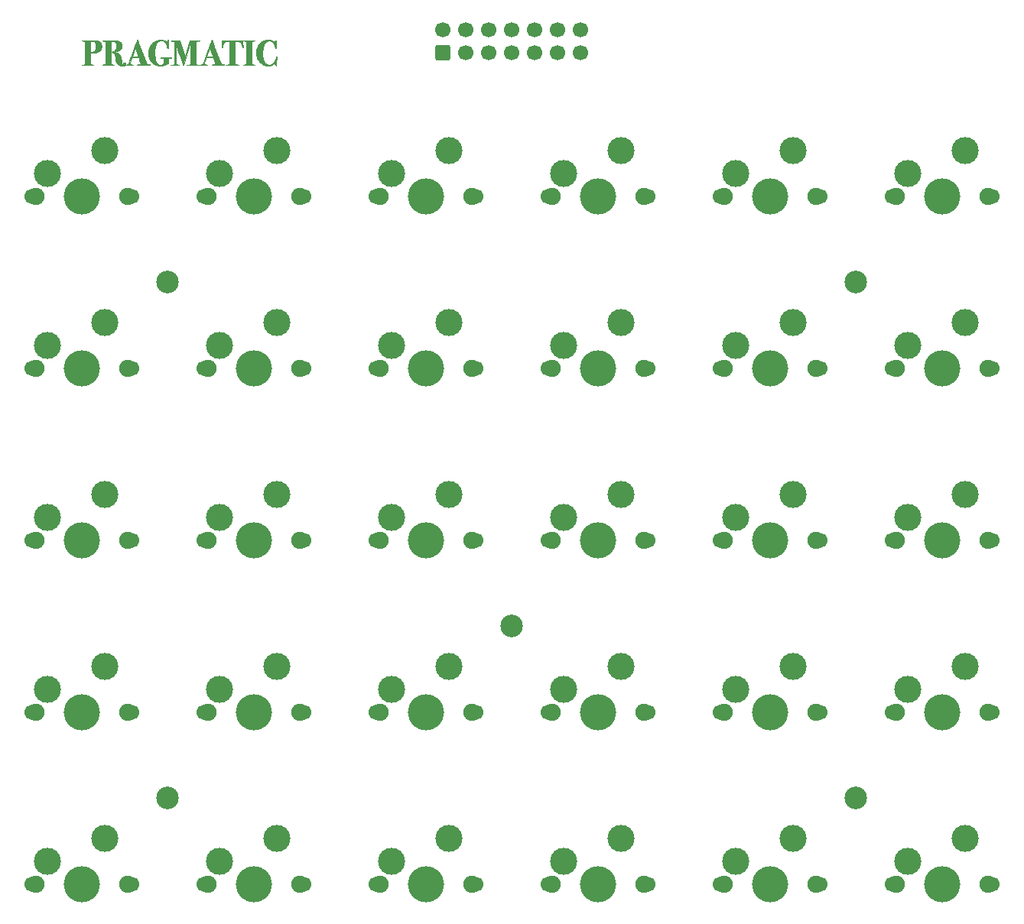
<source format=gts>
%TF.GenerationSoftware,KiCad,Pcbnew,(6.0.7-1)-1*%
%TF.CreationDate,2022-08-07T13:04:08+08:00*%
%TF.ProjectId,Pragmatic,50726167-6d61-4746-9963-2e6b69636164,3*%
%TF.SameCoordinates,PX9157080PY3680a30*%
%TF.FileFunction,Soldermask,Top*%
%TF.FilePolarity,Negative*%
%FSLAX46Y46*%
G04 Gerber Fmt 4.6, Leading zero omitted, Abs format (unit mm)*
G04 Created by KiCad (PCBNEW (6.0.7-1)-1) date 2022-08-07 13:04:08*
%MOMM*%
%LPD*%
G01*
G04 APERTURE LIST*
G04 Aperture macros list*
%AMRoundRect*
0 Rectangle with rounded corners*
0 $1 Rounding radius*
0 $2 $3 $4 $5 $6 $7 $8 $9 X,Y pos of 4 corners*
0 Add a 4 corners polygon primitive as box body*
4,1,4,$2,$3,$4,$5,$6,$7,$8,$9,$2,$3,0*
0 Add four circle primitives for the rounded corners*
1,1,$1+$1,$2,$3*
1,1,$1+$1,$4,$5*
1,1,$1+$1,$6,$7*
1,1,$1+$1,$8,$9*
0 Add four rect primitives between the rounded corners*
20,1,$1+$1,$2,$3,$4,$5,0*
20,1,$1+$1,$4,$5,$6,$7,0*
20,1,$1+$1,$6,$7,$8,$9,0*
20,1,$1+$1,$8,$9,$2,$3,0*%
G04 Aperture macros list end*
%ADD10C,0.100000*%
%ADD11C,2.500000*%
%ADD12RoundRect,0.250000X0.600000X-0.600000X0.600000X0.600000X-0.600000X0.600000X-0.600000X-0.600000X0*%
%ADD13C,1.700000*%
%ADD14C,4.000000*%
%ADD15C,1.900000*%
%ADD16C,3.000000*%
%ADD17C,1.701800*%
G04 APERTURE END LIST*
%TO.C,REF\u002A\u002A*%
G36*
X-94900894Y16897815D02*
G01*
X-94901832Y16952253D01*
X-94903395Y17000316D01*
X-94905582Y17042004D01*
X-94908395Y17077316D01*
X-94911833Y17106253D01*
X-94915895Y17128815D01*
X-94918160Y17137705D01*
X-94920582Y17145001D01*
X-94921992Y17148200D01*
X-94923722Y17151298D01*
X-94925773Y17154293D01*
X-94928144Y17157188D01*
X-94930835Y17159981D01*
X-94933847Y17162672D01*
X-94937178Y17165262D01*
X-94940831Y17167750D01*
X-94944803Y17170137D01*
X-94949096Y17172422D01*
X-94953709Y17174605D01*
X-94958643Y17176688D01*
X-94963897Y17178668D01*
X-94969471Y17180547D01*
X-94975365Y17182324D01*
X-94981580Y17184000D01*
X-94988115Y17185574D01*
X-94994971Y17187047D01*
X-95009643Y17189688D01*
X-95025596Y17191923D01*
X-95042830Y17193751D01*
X-95061346Y17195173D01*
X-95081143Y17196189D01*
X-95102221Y17196798D01*
X-95124581Y17197001D01*
X-95137659Y17197126D01*
X-95149893Y17197501D01*
X-95161284Y17198126D01*
X-95171831Y17199001D01*
X-95181534Y17200126D01*
X-95190393Y17201501D01*
X-95198409Y17203125D01*
X-95205581Y17205000D01*
X-95211909Y17207125D01*
X-95217393Y17209500D01*
X-95222034Y17212125D01*
X-95225831Y17215001D01*
X-95228784Y17218126D01*
X-95230893Y17221501D01*
X-95231631Y17223283D01*
X-95232159Y17225127D01*
X-95232475Y17227034D01*
X-95232581Y17229003D01*
X-95232483Y17231218D01*
X-95232190Y17233362D01*
X-95231702Y17235436D01*
X-95231018Y17237440D01*
X-95230139Y17239374D01*
X-95229065Y17241237D01*
X-95227796Y17243030D01*
X-95226331Y17244753D01*
X-95224671Y17246405D01*
X-95222816Y17247987D01*
X-95220765Y17249499D01*
X-95218519Y17250940D01*
X-95216078Y17252311D01*
X-95213441Y17253612D01*
X-95210609Y17254842D01*
X-95207582Y17256002D01*
X-95204360Y17257092D01*
X-95200942Y17258112D01*
X-95197329Y17259061D01*
X-95193520Y17259940D01*
X-95189517Y17260748D01*
X-95185318Y17261487D01*
X-95180923Y17262154D01*
X-95176334Y17262752D01*
X-95171549Y17263279D01*
X-95166569Y17263736D01*
X-95161393Y17264123D01*
X-95156022Y17264439D01*
X-95150456Y17264686D01*
X-95144695Y17264861D01*
X-95138738Y17264967D01*
X-95132586Y17265002D01*
X-93988581Y17269002D01*
X-93936910Y17268502D01*
X-93886895Y17267002D01*
X-93838537Y17264502D01*
X-93791834Y17261002D01*
X-93746788Y17256502D01*
X-93703397Y17251002D01*
X-93661663Y17244502D01*
X-93621586Y17237002D01*
X-93583164Y17228502D01*
X-93546398Y17219002D01*
X-93511289Y17208502D01*
X-93477836Y17197003D01*
X-93446039Y17184503D01*
X-93415899Y17171004D01*
X-93387415Y17156504D01*
X-93360587Y17141005D01*
X-93324742Y17117443D01*
X-93291210Y17092755D01*
X-93259991Y17066943D01*
X-93245249Y17053615D01*
X-93231085Y17040005D01*
X-93217498Y17026115D01*
X-93204490Y17011943D01*
X-93192060Y16997490D01*
X-93180209Y16982755D01*
X-93168935Y16967740D01*
X-93158239Y16952443D01*
X-93148122Y16936865D01*
X-93138583Y16921005D01*
X-93129622Y16904865D01*
X-93121239Y16888443D01*
X-93113434Y16871740D01*
X-93106207Y16854755D01*
X-93099559Y16837490D01*
X-93093488Y16819943D01*
X-93087996Y16802114D01*
X-93083082Y16784005D01*
X-93078746Y16765614D01*
X-93074988Y16746942D01*
X-93071808Y16727988D01*
X-93069206Y16708754D01*
X-93067183Y16689238D01*
X-93065738Y16669441D01*
X-93064581Y16629002D01*
X-93064577Y16628998D01*
X-93065578Y16586514D01*
X-93068578Y16545061D01*
X-93073578Y16504639D01*
X-93080578Y16465249D01*
X-93089578Y16426889D01*
X-93100579Y16389561D01*
X-93113579Y16353264D01*
X-93128579Y16317999D01*
X-93145580Y16283764D01*
X-93164580Y16250561D01*
X-93185580Y16218390D01*
X-93208581Y16187249D01*
X-93233581Y16157140D01*
X-93260581Y16128063D01*
X-93289582Y16100017D01*
X-93320582Y16073002D01*
X-93353238Y16047815D01*
X-93387206Y16024252D01*
X-93422487Y16002314D01*
X-93459080Y15982001D01*
X-93496986Y15963313D01*
X-93536205Y15946251D01*
X-93576736Y15930813D01*
X-93618580Y15917000D01*
X-93661736Y15904812D01*
X-93706205Y15894249D01*
X-93751987Y15885312D01*
X-93799081Y15877999D01*
X-93847487Y15872311D01*
X-93897206Y15868249D01*
X-93948238Y15865811D01*
X-94000582Y15864998D01*
X-94028957Y15865436D01*
X-94060082Y15866749D01*
X-94093957Y15868937D01*
X-94130582Y15872000D01*
X-94169958Y15875937D01*
X-94212083Y15880750D01*
X-94256957Y15886437D01*
X-94304581Y15892998D01*
X-94304581Y14869002D01*
X-94304143Y14816814D01*
X-94302831Y14770251D01*
X-94300643Y14729314D01*
X-94297580Y14694001D01*
X-94293642Y14664313D01*
X-94291345Y14651579D01*
X-94288830Y14640251D01*
X-94286096Y14630329D01*
X-94283143Y14621814D01*
X-94279971Y14614705D01*
X-94276581Y14609002D01*
X-94274425Y14606779D01*
X-94271956Y14604612D01*
X-94269174Y14602499D01*
X-94266081Y14600440D01*
X-94262674Y14598437D01*
X-94258955Y14596488D01*
X-94250580Y14592754D01*
X-94240955Y14589239D01*
X-94230081Y14585942D01*
X-94217956Y14582864D01*
X-94204581Y14580005D01*
X-94189956Y14577364D01*
X-94174081Y14574943D01*
X-94156957Y14572740D01*
X-94138582Y14570756D01*
X-94118957Y14568990D01*
X-94098082Y14567444D01*
X-94075957Y14566116D01*
X-94052582Y14565007D01*
X-94039504Y14565334D01*
X-94027270Y14565318D01*
X-94015879Y14564959D01*
X-94005332Y14564255D01*
X-93995629Y14563208D01*
X-93986770Y14561818D01*
X-93978754Y14560083D01*
X-93971582Y14558005D01*
X-93965254Y14555584D01*
X-93959770Y14552818D01*
X-93955129Y14549709D01*
X-93951332Y14546256D01*
X-93949750Y14544401D01*
X-93948379Y14542459D01*
X-93947219Y14540432D01*
X-93946270Y14538319D01*
X-93945532Y14536119D01*
X-93945004Y14533834D01*
X-93944688Y14531463D01*
X-93944582Y14529006D01*
X-93944645Y14526791D01*
X-93944832Y14524646D01*
X-93945145Y14522572D01*
X-93945582Y14520568D01*
X-93946145Y14518635D01*
X-93946832Y14516771D01*
X-93947645Y14514978D01*
X-93948582Y14513256D01*
X-93949645Y14511603D01*
X-93950832Y14510021D01*
X-93952144Y14508510D01*
X-93953582Y14507068D01*
X-93955144Y14505697D01*
X-93956831Y14504397D01*
X-93958644Y14503166D01*
X-93960581Y14502006D01*
X-93962644Y14500916D01*
X-93964831Y14499897D01*
X-93967143Y14498948D01*
X-93969581Y14498069D01*
X-93972143Y14497260D01*
X-93974830Y14496522D01*
X-93977642Y14495854D01*
X-93980580Y14495256D01*
X-93983642Y14494729D01*
X-93986829Y14494272D01*
X-93990142Y14493885D01*
X-93993579Y14493569D01*
X-93997141Y14493323D01*
X-94000828Y14493147D01*
X-94004641Y14493042D01*
X-94008578Y14493006D01*
X-94068581Y14493006D01*
X-94087831Y14493257D01*
X-94125581Y14494007D01*
X-94256581Y14497006D01*
X-94339331Y14498757D01*
X-94423582Y14500009D01*
X-94509332Y14500759D01*
X-94596581Y14501010D01*
X-95064577Y14497006D01*
X-95095828Y14497131D01*
X-95123579Y14497506D01*
X-95147829Y14498132D01*
X-95168580Y14499007D01*
X-95185830Y14500132D01*
X-95199580Y14501507D01*
X-95209831Y14503131D01*
X-95213644Y14504037D01*
X-95216582Y14505006D01*
X-95219003Y14506037D01*
X-95221269Y14507130D01*
X-95223378Y14508287D01*
X-95225331Y14509505D01*
X-95227128Y14510786D01*
X-95228769Y14512130D01*
X-95230253Y14513536D01*
X-95231582Y14515005D01*
X-95232187Y14515763D01*
X-95232754Y14516536D01*
X-95233281Y14517325D01*
X-95233769Y14518130D01*
X-95234219Y14518950D01*
X-95234629Y14519786D01*
X-95235000Y14520638D01*
X-95235332Y14521505D01*
X-95235625Y14522388D01*
X-95235879Y14523286D01*
X-95236094Y14524201D01*
X-95236270Y14525130D01*
X-95236406Y14526076D01*
X-95236504Y14527037D01*
X-95236582Y14529006D01*
X-95236520Y14530975D01*
X-95236332Y14532881D01*
X-95236020Y14534725D01*
X-95235582Y14536506D01*
X-95235020Y14538225D01*
X-95234332Y14539882D01*
X-95233520Y14541475D01*
X-95232582Y14543007D01*
X-95231520Y14544475D01*
X-95230332Y14545882D01*
X-95229020Y14547225D01*
X-95227582Y14548507D01*
X-95226020Y14549725D01*
X-95224332Y14550881D01*
X-95222519Y14551975D01*
X-95220582Y14553006D01*
X-95218519Y14553975D01*
X-95216332Y14554881D01*
X-95214019Y14555725D01*
X-95211582Y14556506D01*
X-95209019Y14557225D01*
X-95206332Y14557881D01*
X-95203519Y14558474D01*
X-95200582Y14559006D01*
X-95197519Y14559474D01*
X-95194331Y14559881D01*
X-95191019Y14560224D01*
X-95187581Y14560505D01*
X-95184019Y14560724D01*
X-95180331Y14560880D01*
X-95176519Y14560974D01*
X-95172581Y14561005D01*
X-95126082Y14562443D01*
X-95084583Y14564756D01*
X-95048083Y14567944D01*
X-95016582Y14572007D01*
X-95002707Y14574367D01*
X-94990082Y14576945D01*
X-94978707Y14579742D01*
X-94968581Y14582757D01*
X-94959706Y14585991D01*
X-94952081Y14589444D01*
X-94945706Y14593116D01*
X-94940581Y14597006D01*
X-94938120Y14599124D01*
X-94935737Y14601476D01*
X-94933432Y14604062D01*
X-94931206Y14606882D01*
X-94929057Y14609937D01*
X-94926987Y14613226D01*
X-94924995Y14616750D01*
X-94923081Y14620508D01*
X-94921245Y14624500D01*
X-94919487Y14628727D01*
X-94916206Y14637883D01*
X-94913237Y14647977D01*
X-94910581Y14659008D01*
X-94908238Y14670977D01*
X-94906206Y14683883D01*
X-94904488Y14697726D01*
X-94903082Y14712508D01*
X-94901988Y14728226D01*
X-94901207Y14744882D01*
X-94900738Y14762476D01*
X-94900582Y14781007D01*
X-94900582Y15953002D01*
X-94304581Y15953002D01*
X-94265207Y15953189D01*
X-94229081Y15953752D01*
X-94196206Y15954689D01*
X-94166581Y15956002D01*
X-94140205Y15957689D01*
X-94117080Y15959752D01*
X-94097206Y15962190D01*
X-94080582Y15965003D01*
X-94066206Y15967705D01*
X-94052081Y15970814D01*
X-94038206Y15974330D01*
X-94024580Y15978251D01*
X-94011205Y15982579D01*
X-93998080Y15987314D01*
X-93985205Y15992454D01*
X-93972580Y15998001D01*
X-93960205Y16003954D01*
X-93948080Y16010314D01*
X-93936206Y16017079D01*
X-93924581Y16024251D01*
X-93913206Y16031830D01*
X-93902081Y16039814D01*
X-93891206Y16048205D01*
X-93880581Y16057002D01*
X-93869999Y16066740D01*
X-93859753Y16076955D01*
X-93840268Y16098814D01*
X-93822128Y16122579D01*
X-93805331Y16148251D01*
X-93789878Y16175829D01*
X-93775769Y16205314D01*
X-93763003Y16236704D01*
X-93751581Y16270001D01*
X-93741503Y16305205D01*
X-93732769Y16342314D01*
X-93725379Y16381330D01*
X-93719332Y16422252D01*
X-93714629Y16465080D01*
X-93711270Y16509815D01*
X-93709254Y16556455D01*
X-93708582Y16605002D01*
X-93710035Y16676689D01*
X-93714395Y16743752D01*
X-93721660Y16806189D01*
X-93731832Y16864001D01*
X-93744910Y16917189D01*
X-93760894Y16965751D01*
X-93779785Y17009688D01*
X-93790320Y17029923D01*
X-93801582Y17049001D01*
X-93813570Y17066923D01*
X-93826285Y17083688D01*
X-93839726Y17099298D01*
X-93853894Y17113751D01*
X-93868789Y17127048D01*
X-93884410Y17139188D01*
X-93900757Y17150173D01*
X-93917832Y17160001D01*
X-93935632Y17168673D01*
X-93954160Y17176189D01*
X-93973414Y17182548D01*
X-93993394Y17187751D01*
X-94014101Y17191798D01*
X-94035535Y17194689D01*
X-94057695Y17196423D01*
X-94080582Y17197001D01*
X-94107707Y17196236D01*
X-94133083Y17193939D01*
X-94156708Y17190110D01*
X-94167864Y17187622D01*
X-94178583Y17184751D01*
X-94188864Y17181497D01*
X-94198708Y17177860D01*
X-94208114Y17173841D01*
X-94217083Y17169438D01*
X-94225614Y17164653D01*
X-94233708Y17159485D01*
X-94241364Y17153934D01*
X-94248583Y17148001D01*
X-94255364Y17141684D01*
X-94261707Y17134985D01*
X-94267613Y17127903D01*
X-94273082Y17120438D01*
X-94278113Y17112591D01*
X-94282707Y17104360D01*
X-94286863Y17095747D01*
X-94290582Y17086751D01*
X-94293863Y17077372D01*
X-94296706Y17067611D01*
X-94299113Y17057466D01*
X-94301081Y17046939D01*
X-94302612Y17036029D01*
X-94303706Y17024736D01*
X-94304362Y17013060D01*
X-94304581Y17001002D01*
X-94304581Y15953002D01*
X-94900582Y15953002D01*
X-94900582Y16837002D01*
X-94900894Y16897815D01*
G37*
D10*
X-94900894Y16897815D02*
X-94901832Y16952253D01*
X-94903395Y17000316D01*
X-94905582Y17042004D01*
X-94908395Y17077316D01*
X-94911833Y17106253D01*
X-94915895Y17128815D01*
X-94918160Y17137705D01*
X-94920582Y17145001D01*
X-94921992Y17148200D01*
X-94923722Y17151298D01*
X-94925773Y17154293D01*
X-94928144Y17157188D01*
X-94930835Y17159981D01*
X-94933847Y17162672D01*
X-94937178Y17165262D01*
X-94940831Y17167750D01*
X-94944803Y17170137D01*
X-94949096Y17172422D01*
X-94953709Y17174605D01*
X-94958643Y17176688D01*
X-94963897Y17178668D01*
X-94969471Y17180547D01*
X-94975365Y17182324D01*
X-94981580Y17184000D01*
X-94988115Y17185574D01*
X-94994971Y17187047D01*
X-95009643Y17189688D01*
X-95025596Y17191923D01*
X-95042830Y17193751D01*
X-95061346Y17195173D01*
X-95081143Y17196189D01*
X-95102221Y17196798D01*
X-95124581Y17197001D01*
X-95137659Y17197126D01*
X-95149893Y17197501D01*
X-95161284Y17198126D01*
X-95171831Y17199001D01*
X-95181534Y17200126D01*
X-95190393Y17201501D01*
X-95198409Y17203125D01*
X-95205581Y17205000D01*
X-95211909Y17207125D01*
X-95217393Y17209500D01*
X-95222034Y17212125D01*
X-95225831Y17215001D01*
X-95228784Y17218126D01*
X-95230893Y17221501D01*
X-95231631Y17223283D01*
X-95232159Y17225127D01*
X-95232475Y17227034D01*
X-95232581Y17229003D01*
X-95232483Y17231218D01*
X-95232190Y17233362D01*
X-95231702Y17235436D01*
X-95231018Y17237440D01*
X-95230139Y17239374D01*
X-95229065Y17241237D01*
X-95227796Y17243030D01*
X-95226331Y17244753D01*
X-95224671Y17246405D01*
X-95222816Y17247987D01*
X-95220765Y17249499D01*
X-95218519Y17250940D01*
X-95216078Y17252311D01*
X-95213441Y17253612D01*
X-95210609Y17254842D01*
X-95207582Y17256002D01*
X-95204360Y17257092D01*
X-95200942Y17258112D01*
X-95197329Y17259061D01*
X-95193520Y17259940D01*
X-95189517Y17260748D01*
X-95185318Y17261487D01*
X-95180923Y17262154D01*
X-95176334Y17262752D01*
X-95171549Y17263279D01*
X-95166569Y17263736D01*
X-95161393Y17264123D01*
X-95156022Y17264439D01*
X-95150456Y17264686D01*
X-95144695Y17264861D01*
X-95138738Y17264967D01*
X-95132586Y17265002D01*
X-93988581Y17269002D01*
X-93936910Y17268502D01*
X-93886895Y17267002D01*
X-93838537Y17264502D01*
X-93791834Y17261002D01*
X-93746788Y17256502D01*
X-93703397Y17251002D01*
X-93661663Y17244502D01*
X-93621586Y17237002D01*
X-93583164Y17228502D01*
X-93546398Y17219002D01*
X-93511289Y17208502D01*
X-93477836Y17197003D01*
X-93446039Y17184503D01*
X-93415899Y17171004D01*
X-93387415Y17156504D01*
X-93360587Y17141005D01*
X-93324742Y17117443D01*
X-93291210Y17092755D01*
X-93259991Y17066943D01*
X-93245249Y17053615D01*
X-93231085Y17040005D01*
X-93217498Y17026115D01*
X-93204490Y17011943D01*
X-93192060Y16997490D01*
X-93180209Y16982755D01*
X-93168935Y16967740D01*
X-93158239Y16952443D01*
X-93148122Y16936865D01*
X-93138583Y16921005D01*
X-93129622Y16904865D01*
X-93121239Y16888443D01*
X-93113434Y16871740D01*
X-93106207Y16854755D01*
X-93099559Y16837490D01*
X-93093488Y16819943D01*
X-93087996Y16802114D01*
X-93083082Y16784005D01*
X-93078746Y16765614D01*
X-93074988Y16746942D01*
X-93071808Y16727988D01*
X-93069206Y16708754D01*
X-93067183Y16689238D01*
X-93065738Y16669441D01*
X-93064581Y16629002D01*
X-93064577Y16628998D01*
X-93065578Y16586514D01*
X-93068578Y16545061D01*
X-93073578Y16504639D01*
X-93080578Y16465249D01*
X-93089578Y16426889D01*
X-93100579Y16389561D01*
X-93113579Y16353264D01*
X-93128579Y16317999D01*
X-93145580Y16283764D01*
X-93164580Y16250561D01*
X-93185580Y16218390D01*
X-93208581Y16187249D01*
X-93233581Y16157140D01*
X-93260581Y16128063D01*
X-93289582Y16100017D01*
X-93320582Y16073002D01*
X-93353238Y16047815D01*
X-93387206Y16024252D01*
X-93422487Y16002314D01*
X-93459080Y15982001D01*
X-93496986Y15963313D01*
X-93536205Y15946251D01*
X-93576736Y15930813D01*
X-93618580Y15917000D01*
X-93661736Y15904812D01*
X-93706205Y15894249D01*
X-93751987Y15885312D01*
X-93799081Y15877999D01*
X-93847487Y15872311D01*
X-93897206Y15868249D01*
X-93948238Y15865811D01*
X-94000582Y15864998D01*
X-94028957Y15865436D01*
X-94060082Y15866749D01*
X-94093957Y15868937D01*
X-94130582Y15872000D01*
X-94169958Y15875937D01*
X-94212083Y15880750D01*
X-94256957Y15886437D01*
X-94304581Y15892998D01*
X-94304581Y14869002D01*
X-94304143Y14816814D01*
X-94302831Y14770251D01*
X-94300643Y14729314D01*
X-94297580Y14694001D01*
X-94293642Y14664313D01*
X-94291345Y14651579D01*
X-94288830Y14640251D01*
X-94286096Y14630329D01*
X-94283143Y14621814D01*
X-94279971Y14614705D01*
X-94276581Y14609002D01*
X-94274425Y14606779D01*
X-94271956Y14604612D01*
X-94269174Y14602499D01*
X-94266081Y14600440D01*
X-94262674Y14598437D01*
X-94258955Y14596488D01*
X-94250580Y14592754D01*
X-94240955Y14589239D01*
X-94230081Y14585942D01*
X-94217956Y14582864D01*
X-94204581Y14580005D01*
X-94189956Y14577364D01*
X-94174081Y14574943D01*
X-94156957Y14572740D01*
X-94138582Y14570756D01*
X-94118957Y14568990D01*
X-94098082Y14567444D01*
X-94075957Y14566116D01*
X-94052582Y14565007D01*
X-94039504Y14565334D01*
X-94027270Y14565318D01*
X-94015879Y14564959D01*
X-94005332Y14564255D01*
X-93995629Y14563208D01*
X-93986770Y14561818D01*
X-93978754Y14560083D01*
X-93971582Y14558005D01*
X-93965254Y14555584D01*
X-93959770Y14552818D01*
X-93955129Y14549709D01*
X-93951332Y14546256D01*
X-93949750Y14544401D01*
X-93948379Y14542459D01*
X-93947219Y14540432D01*
X-93946270Y14538319D01*
X-93945532Y14536119D01*
X-93945004Y14533834D01*
X-93944688Y14531463D01*
X-93944582Y14529006D01*
X-93944645Y14526791D01*
X-93944832Y14524646D01*
X-93945145Y14522572D01*
X-93945582Y14520568D01*
X-93946145Y14518635D01*
X-93946832Y14516771D01*
X-93947645Y14514978D01*
X-93948582Y14513256D01*
X-93949645Y14511603D01*
X-93950832Y14510021D01*
X-93952144Y14508510D01*
X-93953582Y14507068D01*
X-93955144Y14505697D01*
X-93956831Y14504397D01*
X-93958644Y14503166D01*
X-93960581Y14502006D01*
X-93962644Y14500916D01*
X-93964831Y14499897D01*
X-93967143Y14498948D01*
X-93969581Y14498069D01*
X-93972143Y14497260D01*
X-93974830Y14496522D01*
X-93977642Y14495854D01*
X-93980580Y14495256D01*
X-93983642Y14494729D01*
X-93986829Y14494272D01*
X-93990142Y14493885D01*
X-93993579Y14493569D01*
X-93997141Y14493323D01*
X-94000828Y14493147D01*
X-94004641Y14493042D01*
X-94008578Y14493006D01*
X-94068581Y14493006D01*
X-94087831Y14493257D01*
X-94125581Y14494007D01*
X-94256581Y14497006D01*
X-94339331Y14498757D01*
X-94423582Y14500009D01*
X-94509332Y14500759D01*
X-94596581Y14501010D01*
X-95064577Y14497006D01*
X-95095828Y14497131D01*
X-95123579Y14497506D01*
X-95147829Y14498132D01*
X-95168580Y14499007D01*
X-95185830Y14500132D01*
X-95199580Y14501507D01*
X-95209831Y14503131D01*
X-95213644Y14504037D01*
X-95216582Y14505006D01*
X-95219003Y14506037D01*
X-95221269Y14507130D01*
X-95223378Y14508287D01*
X-95225331Y14509505D01*
X-95227128Y14510786D01*
X-95228769Y14512130D01*
X-95230253Y14513536D01*
X-95231582Y14515005D01*
X-95232187Y14515763D01*
X-95232754Y14516536D01*
X-95233281Y14517325D01*
X-95233769Y14518130D01*
X-95234219Y14518950D01*
X-95234629Y14519786D01*
X-95235000Y14520638D01*
X-95235332Y14521505D01*
X-95235625Y14522388D01*
X-95235879Y14523286D01*
X-95236094Y14524201D01*
X-95236270Y14525130D01*
X-95236406Y14526076D01*
X-95236504Y14527037D01*
X-95236582Y14529006D01*
X-95236520Y14530975D01*
X-95236332Y14532881D01*
X-95236020Y14534725D01*
X-95235582Y14536506D01*
X-95235020Y14538225D01*
X-95234332Y14539882D01*
X-95233520Y14541475D01*
X-95232582Y14543007D01*
X-95231520Y14544475D01*
X-95230332Y14545882D01*
X-95229020Y14547225D01*
X-95227582Y14548507D01*
X-95226020Y14549725D01*
X-95224332Y14550881D01*
X-95222519Y14551975D01*
X-95220582Y14553006D01*
X-95218519Y14553975D01*
X-95216332Y14554881D01*
X-95214019Y14555725D01*
X-95211582Y14556506D01*
X-95209019Y14557225D01*
X-95206332Y14557881D01*
X-95203519Y14558474D01*
X-95200582Y14559006D01*
X-95197519Y14559474D01*
X-95194331Y14559881D01*
X-95191019Y14560224D01*
X-95187581Y14560505D01*
X-95184019Y14560724D01*
X-95180331Y14560880D01*
X-95176519Y14560974D01*
X-95172581Y14561005D01*
X-95126082Y14562443D01*
X-95084583Y14564756D01*
X-95048083Y14567944D01*
X-95016582Y14572007D01*
X-95002707Y14574367D01*
X-94990082Y14576945D01*
X-94978707Y14579742D01*
X-94968581Y14582757D01*
X-94959706Y14585991D01*
X-94952081Y14589444D01*
X-94945706Y14593116D01*
X-94940581Y14597006D01*
X-94938120Y14599124D01*
X-94935737Y14601476D01*
X-94933432Y14604062D01*
X-94931206Y14606882D01*
X-94929057Y14609937D01*
X-94926987Y14613226D01*
X-94924995Y14616750D01*
X-94923081Y14620508D01*
X-94921245Y14624500D01*
X-94919487Y14628727D01*
X-94916206Y14637883D01*
X-94913237Y14647977D01*
X-94910581Y14659008D01*
X-94908238Y14670977D01*
X-94906206Y14683883D01*
X-94904488Y14697726D01*
X-94903082Y14712508D01*
X-94901988Y14728226D01*
X-94901207Y14744882D01*
X-94900738Y14762476D01*
X-94900582Y14781007D01*
X-94900582Y15953002D01*
X-94304581Y15953002D01*
X-94265207Y15953189D01*
X-94229081Y15953752D01*
X-94196206Y15954689D01*
X-94166581Y15956002D01*
X-94140205Y15957689D01*
X-94117080Y15959752D01*
X-94097206Y15962190D01*
X-94080582Y15965003D01*
X-94066206Y15967705D01*
X-94052081Y15970814D01*
X-94038206Y15974330D01*
X-94024580Y15978251D01*
X-94011205Y15982579D01*
X-93998080Y15987314D01*
X-93985205Y15992454D01*
X-93972580Y15998001D01*
X-93960205Y16003954D01*
X-93948080Y16010314D01*
X-93936206Y16017079D01*
X-93924581Y16024251D01*
X-93913206Y16031830D01*
X-93902081Y16039814D01*
X-93891206Y16048205D01*
X-93880581Y16057002D01*
X-93869999Y16066740D01*
X-93859753Y16076955D01*
X-93840268Y16098814D01*
X-93822128Y16122579D01*
X-93805331Y16148251D01*
X-93789878Y16175829D01*
X-93775769Y16205314D01*
X-93763003Y16236704D01*
X-93751581Y16270001D01*
X-93741503Y16305205D01*
X-93732769Y16342314D01*
X-93725379Y16381330D01*
X-93719332Y16422252D01*
X-93714629Y16465080D01*
X-93711270Y16509815D01*
X-93709254Y16556455D01*
X-93708582Y16605002D01*
X-93710035Y16676689D01*
X-93714395Y16743752D01*
X-93721660Y16806189D01*
X-93731832Y16864001D01*
X-93744910Y16917189D01*
X-93760894Y16965751D01*
X-93779785Y17009688D01*
X-93790320Y17029923D01*
X-93801582Y17049001D01*
X-93813570Y17066923D01*
X-93826285Y17083688D01*
X-93839726Y17099298D01*
X-93853894Y17113751D01*
X-93868789Y17127048D01*
X-93884410Y17139188D01*
X-93900757Y17150173D01*
X-93917832Y17160001D01*
X-93935632Y17168673D01*
X-93954160Y17176189D01*
X-93973414Y17182548D01*
X-93993394Y17187751D01*
X-94014101Y17191798D01*
X-94035535Y17194689D01*
X-94057695Y17196423D01*
X-94080582Y17197001D01*
X-94107707Y17196236D01*
X-94133083Y17193939D01*
X-94156708Y17190110D01*
X-94167864Y17187622D01*
X-94178583Y17184751D01*
X-94188864Y17181497D01*
X-94198708Y17177860D01*
X-94208114Y17173841D01*
X-94217083Y17169438D01*
X-94225614Y17164653D01*
X-94233708Y17159485D01*
X-94241364Y17153934D01*
X-94248583Y17148001D01*
X-94255364Y17141684D01*
X-94261707Y17134985D01*
X-94267613Y17127903D01*
X-94273082Y17120438D01*
X-94278113Y17112591D01*
X-94282707Y17104360D01*
X-94286863Y17095747D01*
X-94290582Y17086751D01*
X-94293863Y17077372D01*
X-94296706Y17067611D01*
X-94299113Y17057466D01*
X-94301081Y17046939D01*
X-94302612Y17036029D01*
X-94303706Y17024736D01*
X-94304362Y17013060D01*
X-94304581Y17001002D01*
X-94304581Y15953002D01*
X-94900582Y15953002D01*
X-94900582Y16837002D01*
X-94900894Y16897815D01*
G36*
X-74580991Y17316529D02*
G01*
X-74548647Y17315123D01*
X-74516742Y17312779D01*
X-74485273Y17309498D01*
X-74454242Y17305279D01*
X-74423649Y17300123D01*
X-74393493Y17294029D01*
X-74363774Y17286998D01*
X-74334493Y17279030D01*
X-74305649Y17270123D01*
X-74277243Y17260280D01*
X-74249274Y17249499D01*
X-74221743Y17237781D01*
X-74194648Y17225125D01*
X-74167991Y17211532D01*
X-74141772Y17197001D01*
X-74112772Y17181063D01*
X-74085772Y17167250D01*
X-74060771Y17155562D01*
X-74049021Y17150515D01*
X-74037771Y17145999D01*
X-74027020Y17142014D01*
X-74016770Y17138561D01*
X-74007020Y17135639D01*
X-73997770Y17133249D01*
X-73989021Y17131389D01*
X-73980771Y17130061D01*
X-73973022Y17129264D01*
X-73965773Y17128998D01*
X-73955320Y17129295D01*
X-73944961Y17130186D01*
X-73934695Y17131671D01*
X-73924523Y17133749D01*
X-73914445Y17136421D01*
X-73904460Y17139687D01*
X-73894569Y17143546D01*
X-73884772Y17148000D01*
X-73875069Y17153047D01*
X-73865459Y17158688D01*
X-73855944Y17164923D01*
X-73846521Y17171751D01*
X-73837193Y17179173D01*
X-73827959Y17187189D01*
X-73818818Y17195799D01*
X-73809771Y17205002D01*
X-73797397Y17218127D01*
X-73786272Y17229501D01*
X-73776397Y17239125D01*
X-73771928Y17243281D01*
X-73767772Y17246999D01*
X-73763928Y17250280D01*
X-73760397Y17253124D01*
X-73757178Y17255530D01*
X-73754272Y17257499D01*
X-73751678Y17259030D01*
X-73749397Y17260123D01*
X-73747428Y17260780D01*
X-73745772Y17260998D01*
X-73744788Y17260971D01*
X-73743835Y17260889D01*
X-73742914Y17260752D01*
X-73742023Y17260561D01*
X-73741164Y17260315D01*
X-73740336Y17260014D01*
X-73739539Y17259659D01*
X-73738774Y17259249D01*
X-73738040Y17258784D01*
X-73737337Y17258264D01*
X-73736665Y17257690D01*
X-73736024Y17257061D01*
X-73735415Y17256378D01*
X-73734837Y17255639D01*
X-73734290Y17254846D01*
X-73733774Y17253999D01*
X-73733290Y17253096D01*
X-73732836Y17252139D01*
X-73732415Y17251128D01*
X-73732024Y17250061D01*
X-73731664Y17248940D01*
X-73731336Y17247764D01*
X-73731039Y17246534D01*
X-73730773Y17245249D01*
X-73730539Y17243909D01*
X-73730336Y17242514D01*
X-73730164Y17241065D01*
X-73730023Y17239561D01*
X-73729914Y17238003D01*
X-73729835Y17236389D01*
X-73729789Y17234721D01*
X-73729773Y17232999D01*
X-73729836Y17229812D01*
X-73730023Y17226250D01*
X-73730336Y17222313D01*
X-73730773Y17218000D01*
X-73731336Y17213313D01*
X-73732023Y17208250D01*
X-73732834Y17202813D01*
X-73733771Y17197001D01*
X-73739397Y17162001D01*
X-73744272Y17125001D01*
X-73748398Y17086001D01*
X-73751773Y17045001D01*
X-73754398Y17002001D01*
X-73756273Y16957001D01*
X-73757398Y16910002D01*
X-73757773Y16861003D01*
X-73757523Y16843253D01*
X-73756772Y16810003D01*
X-73753771Y16697001D01*
X-73753771Y16420998D01*
X-73753927Y16412280D01*
X-73754396Y16404123D01*
X-73755178Y16396530D01*
X-73756272Y16389499D01*
X-73757678Y16383030D01*
X-73759397Y16377124D01*
X-73761429Y16371781D01*
X-73763773Y16367000D01*
X-73766430Y16362781D01*
X-73767876Y16360883D01*
X-73769400Y16359125D01*
X-73771001Y16357508D01*
X-73772682Y16356032D01*
X-73774440Y16354696D01*
X-73776276Y16353501D01*
X-73778191Y16352446D01*
X-73780183Y16351532D01*
X-73782254Y16350759D01*
X-73784403Y16350126D01*
X-73786630Y16349634D01*
X-73788935Y16349283D01*
X-73791318Y16349072D01*
X-73793780Y16349002D01*
X-73795779Y16349154D01*
X-73797779Y16349611D01*
X-73799778Y16350373D01*
X-73801778Y16351439D01*
X-73803777Y16352810D01*
X-73805777Y16354486D01*
X-73807776Y16356466D01*
X-73809776Y16358751D01*
X-73811776Y16361341D01*
X-73813775Y16364235D01*
X-73815775Y16367434D01*
X-73817775Y16370938D01*
X-73819774Y16374746D01*
X-73821774Y16378859D01*
X-73823774Y16383277D01*
X-73825774Y16388000D01*
X-73827774Y16393027D01*
X-73829773Y16398359D01*
X-73833773Y16409937D01*
X-73837774Y16422733D01*
X-73841774Y16436748D01*
X-73845775Y16451983D01*
X-73849776Y16468436D01*
X-73853777Y16486107D01*
X-73857779Y16504998D01*
X-73877232Y16592185D01*
X-73899592Y16673748D01*
X-73924857Y16749686D01*
X-73953029Y16819998D01*
X-73984108Y16884686D01*
X-74018092Y16943749D01*
X-74054983Y16997187D01*
X-74074518Y17021797D01*
X-74094780Y17045000D01*
X-74115768Y17066797D01*
X-74137483Y17087188D01*
X-74159924Y17106173D01*
X-74183092Y17123751D01*
X-74206987Y17139923D01*
X-74231608Y17154689D01*
X-74256956Y17168049D01*
X-74283030Y17180002D01*
X-74309830Y17190549D01*
X-74337358Y17199690D01*
X-74365612Y17207424D01*
X-74394592Y17213753D01*
X-74424299Y17218675D01*
X-74454732Y17222190D01*
X-74517779Y17225003D01*
X-74543060Y17224487D01*
X-74567904Y17222940D01*
X-74592310Y17220362D01*
X-74616279Y17216753D01*
X-74639810Y17212112D01*
X-74662904Y17206440D01*
X-74685560Y17199737D01*
X-74707779Y17192003D01*
X-74729561Y17183237D01*
X-74750905Y17173440D01*
X-74771811Y17162612D01*
X-74792280Y17150753D01*
X-74812312Y17137862D01*
X-74831906Y17123940D01*
X-74851062Y17108987D01*
X-74869781Y17093002D01*
X-74888063Y17075987D01*
X-74905907Y17057940D01*
X-74923314Y17038862D01*
X-74940283Y17018752D01*
X-74956815Y16997612D01*
X-74972909Y16975440D01*
X-75003785Y16928002D01*
X-75032911Y16876439D01*
X-75060287Y16820752D01*
X-75085913Y16760939D01*
X-75109789Y16697001D01*
X-75125289Y16651438D01*
X-75139790Y16604750D01*
X-75153290Y16556937D01*
X-75165790Y16508000D01*
X-75177290Y16457937D01*
X-75187789Y16406750D01*
X-75197289Y16354437D01*
X-75205789Y16301000D01*
X-75213289Y16246438D01*
X-75219789Y16190751D01*
X-75225288Y16133938D01*
X-75229788Y16076001D01*
X-75235788Y15956752D01*
X-75237788Y15833003D01*
X-75236600Y15741065D01*
X-75233037Y15652252D01*
X-75227100Y15566564D01*
X-75218787Y15484001D01*
X-75208099Y15404563D01*
X-75195036Y15328251D01*
X-75179598Y15255063D01*
X-75161785Y15185000D01*
X-75141597Y15118063D01*
X-75119034Y15054250D01*
X-75094096Y14993563D01*
X-75066782Y14936000D01*
X-75037094Y14881563D01*
X-75005031Y14830251D01*
X-74970592Y14782064D01*
X-74933779Y14737002D01*
X-74913389Y14714721D01*
X-74892218Y14693878D01*
X-74870265Y14674472D01*
X-74847532Y14656503D01*
X-74824016Y14639972D01*
X-74799720Y14624878D01*
X-74774642Y14611222D01*
X-74748783Y14599003D01*
X-74722143Y14588222D01*
X-74694722Y14578878D01*
X-74666519Y14570971D01*
X-74637536Y14564502D01*
X-74607771Y14559471D01*
X-74577224Y14555877D01*
X-74545897Y14553721D01*
X-74513789Y14553002D01*
X-74478918Y14553736D01*
X-74444804Y14555940D01*
X-74411449Y14559611D01*
X-74378851Y14564752D01*
X-74347011Y14571361D01*
X-74315929Y14579440D01*
X-74285605Y14588987D01*
X-74256038Y14600002D01*
X-74227229Y14612487D01*
X-74199178Y14626440D01*
X-74171885Y14641862D01*
X-74145350Y14658752D01*
X-74119572Y14677112D01*
X-74094552Y14696940D01*
X-74070290Y14718237D01*
X-74046786Y14741002D01*
X-74024040Y14765237D01*
X-74002051Y14790940D01*
X-73980821Y14818112D01*
X-73960348Y14846753D01*
X-73940633Y14876862D01*
X-73921676Y14908440D01*
X-73903477Y14941487D01*
X-73886035Y14976003D01*
X-73869352Y15011987D01*
X-73853426Y15049440D01*
X-73823848Y15128753D01*
X-73797302Y15213940D01*
X-73773787Y15305003D01*
X-73770255Y15320018D01*
X-73766661Y15334065D01*
X-73763005Y15347143D01*
X-73759286Y15359253D01*
X-73755504Y15370393D01*
X-73751661Y15380565D01*
X-73747754Y15389768D01*
X-73743786Y15398002D01*
X-73739755Y15405268D01*
X-73735661Y15411564D01*
X-73731505Y15416892D01*
X-73727287Y15421252D01*
X-73723006Y15424642D01*
X-73718662Y15427064D01*
X-73714256Y15428517D01*
X-73709788Y15429001D01*
X-73707330Y15428951D01*
X-73704959Y15428798D01*
X-73702673Y15428544D01*
X-73700473Y15428189D01*
X-73698360Y15427732D01*
X-73696332Y15427174D01*
X-73694390Y15426513D01*
X-73692534Y15425752D01*
X-73690764Y15424889D01*
X-73689081Y15423924D01*
X-73687483Y15422857D01*
X-73685971Y15421690D01*
X-73684545Y15420420D01*
X-73683205Y15419049D01*
X-73681950Y15417577D01*
X-73680782Y15416002D01*
X-73679700Y15414327D01*
X-73678704Y15412550D01*
X-73677793Y15410671D01*
X-73676969Y15408690D01*
X-73676231Y15406609D01*
X-73675578Y15404425D01*
X-73675012Y15402140D01*
X-73674531Y15399754D01*
X-73674137Y15397266D01*
X-73673828Y15394676D01*
X-73673605Y15391985D01*
X-73673468Y15389192D01*
X-73673418Y15386298D01*
X-73673453Y15383302D01*
X-73673574Y15380204D01*
X-73673781Y15377005D01*
X-73673773Y15377001D01*
X-73677771Y15309003D01*
X-73678083Y15300689D01*
X-73679021Y15285752D01*
X-73682769Y15236002D01*
X-73689017Y15159752D01*
X-73697764Y15057002D01*
X-73704767Y14974002D01*
X-73709766Y14901002D01*
X-73712764Y14838002D01*
X-73713513Y14810252D01*
X-73713763Y14785002D01*
X-73713513Y14727502D01*
X-73712763Y14675002D01*
X-73711516Y14627502D01*
X-73709772Y14585002D01*
X-73708835Y14577814D01*
X-73708022Y14570252D01*
X-73707335Y14562314D01*
X-73706772Y14554002D01*
X-73706334Y14545315D01*
X-73706021Y14536252D01*
X-73705833Y14526815D01*
X-73705771Y14517003D01*
X-73705849Y14511675D01*
X-73706083Y14506690D01*
X-73706474Y14502050D01*
X-73707020Y14497753D01*
X-73707723Y14493800D01*
X-73708582Y14490190D01*
X-73709598Y14486924D01*
X-73710769Y14484003D01*
X-73712097Y14481424D01*
X-73713581Y14479190D01*
X-73715221Y14477299D01*
X-73716099Y14476483D01*
X-73717017Y14475752D01*
X-73717974Y14475108D01*
X-73718969Y14474549D01*
X-73720004Y14474076D01*
X-73721078Y14473690D01*
X-73722191Y14473389D01*
X-73723343Y14473174D01*
X-73724534Y14473045D01*
X-73725764Y14473002D01*
X-73727018Y14473041D01*
X-73728280Y14473158D01*
X-73729550Y14473354D01*
X-73730827Y14473627D01*
X-73732112Y14473979D01*
X-73733405Y14474408D01*
X-73734706Y14474916D01*
X-73736015Y14475502D01*
X-73737331Y14476166D01*
X-73738656Y14476908D01*
X-73739988Y14477728D01*
X-73741327Y14478627D01*
X-73742675Y14479603D01*
X-73744030Y14480658D01*
X-73746765Y14483002D01*
X-73749530Y14485658D01*
X-73752327Y14488626D01*
X-73755154Y14491908D01*
X-73758014Y14495501D01*
X-73760904Y14499407D01*
X-73763825Y14503626D01*
X-73766778Y14508157D01*
X-73769762Y14513001D01*
X-73780809Y14530611D01*
X-73791950Y14547439D01*
X-73803185Y14563486D01*
X-73814513Y14578752D01*
X-73825935Y14593236D01*
X-73837452Y14606939D01*
X-73849062Y14619862D01*
X-73860765Y14632002D01*
X-73872563Y14643362D01*
X-73884455Y14653940D01*
X-73896440Y14663737D01*
X-73908519Y14672753D01*
X-73920692Y14680987D01*
X-73932959Y14688440D01*
X-73945319Y14695112D01*
X-73957774Y14701003D01*
X-73995445Y14670003D01*
X-74033460Y14641004D01*
X-74071819Y14614004D01*
X-74110521Y14589004D01*
X-74149568Y14566004D01*
X-74188958Y14545004D01*
X-74228692Y14526004D01*
X-74268769Y14509004D01*
X-74309190Y14494003D01*
X-74349955Y14481003D01*
X-74391064Y14470003D01*
X-74432517Y14461003D01*
X-74474313Y14454003D01*
X-74516452Y14449002D01*
X-74558936Y14446002D01*
X-74601763Y14445002D01*
X-74666779Y14446533D01*
X-74730826Y14451127D01*
X-74793905Y14458783D01*
X-74856014Y14469502D01*
X-74917155Y14483283D01*
X-74977328Y14500126D01*
X-75036531Y14520032D01*
X-75094766Y14543001D01*
X-75152032Y14569032D01*
X-75208330Y14598126D01*
X-75263658Y14630282D01*
X-75318018Y14665501D01*
X-75371409Y14703782D01*
X-75423832Y14745126D01*
X-75475286Y14789533D01*
X-75525771Y14837002D01*
X-75577114Y14889846D01*
X-75625145Y14944377D01*
X-75669864Y15000596D01*
X-75711270Y15058502D01*
X-75749364Y15118095D01*
X-75784145Y15179376D01*
X-75815614Y15242345D01*
X-75843770Y15307001D01*
X-75868614Y15373344D01*
X-75890145Y15441376D01*
X-75908364Y15511095D01*
X-75923270Y15582501D01*
X-75934864Y15655595D01*
X-75943145Y15730377D01*
X-75948114Y15806846D01*
X-75949770Y15885003D01*
X-75948286Y15960706D01*
X-75943833Y16034815D01*
X-75936411Y16107330D01*
X-75926021Y16178252D01*
X-75912662Y16247580D01*
X-75896334Y16315315D01*
X-75877038Y16381455D01*
X-75854773Y16446002D01*
X-75829539Y16508955D01*
X-75801337Y16570314D01*
X-75770166Y16630080D01*
X-75736026Y16688252D01*
X-75698918Y16744830D01*
X-75658841Y16799814D01*
X-75615795Y16853205D01*
X-75569781Y16905001D01*
X-75521045Y16954891D01*
X-75470841Y17001563D01*
X-75419168Y17045016D01*
X-75366026Y17085250D01*
X-75311416Y17122265D01*
X-75255338Y17156062D01*
X-75197790Y17186640D01*
X-75138774Y17213999D01*
X-75078290Y17238139D01*
X-75016336Y17259061D01*
X-74952914Y17276764D01*
X-74888023Y17291248D01*
X-74821664Y17302514D01*
X-74753835Y17310561D01*
X-74684538Y17315389D01*
X-74613772Y17316998D01*
X-74580991Y17316529D01*
G37*
X-74580991Y17316529D02*
X-74548647Y17315123D01*
X-74516742Y17312779D01*
X-74485273Y17309498D01*
X-74454242Y17305279D01*
X-74423649Y17300123D01*
X-74393493Y17294029D01*
X-74363774Y17286998D01*
X-74334493Y17279030D01*
X-74305649Y17270123D01*
X-74277243Y17260280D01*
X-74249274Y17249499D01*
X-74221743Y17237781D01*
X-74194648Y17225125D01*
X-74167991Y17211532D01*
X-74141772Y17197001D01*
X-74112772Y17181063D01*
X-74085772Y17167250D01*
X-74060771Y17155562D01*
X-74049021Y17150515D01*
X-74037771Y17145999D01*
X-74027020Y17142014D01*
X-74016770Y17138561D01*
X-74007020Y17135639D01*
X-73997770Y17133249D01*
X-73989021Y17131389D01*
X-73980771Y17130061D01*
X-73973022Y17129264D01*
X-73965773Y17128998D01*
X-73955320Y17129295D01*
X-73944961Y17130186D01*
X-73934695Y17131671D01*
X-73924523Y17133749D01*
X-73914445Y17136421D01*
X-73904460Y17139687D01*
X-73894569Y17143546D01*
X-73884772Y17148000D01*
X-73875069Y17153047D01*
X-73865459Y17158688D01*
X-73855944Y17164923D01*
X-73846521Y17171751D01*
X-73837193Y17179173D01*
X-73827959Y17187189D01*
X-73818818Y17195799D01*
X-73809771Y17205002D01*
X-73797397Y17218127D01*
X-73786272Y17229501D01*
X-73776397Y17239125D01*
X-73771928Y17243281D01*
X-73767772Y17246999D01*
X-73763928Y17250280D01*
X-73760397Y17253124D01*
X-73757178Y17255530D01*
X-73754272Y17257499D01*
X-73751678Y17259030D01*
X-73749397Y17260123D01*
X-73747428Y17260780D01*
X-73745772Y17260998D01*
X-73744788Y17260971D01*
X-73743835Y17260889D01*
X-73742914Y17260752D01*
X-73742023Y17260561D01*
X-73741164Y17260315D01*
X-73740336Y17260014D01*
X-73739539Y17259659D01*
X-73738774Y17259249D01*
X-73738040Y17258784D01*
X-73737337Y17258264D01*
X-73736665Y17257690D01*
X-73736024Y17257061D01*
X-73735415Y17256378D01*
X-73734837Y17255639D01*
X-73734290Y17254846D01*
X-73733774Y17253999D01*
X-73733290Y17253096D01*
X-73732836Y17252139D01*
X-73732415Y17251128D01*
X-73732024Y17250061D01*
X-73731664Y17248940D01*
X-73731336Y17247764D01*
X-73731039Y17246534D01*
X-73730773Y17245249D01*
X-73730539Y17243909D01*
X-73730336Y17242514D01*
X-73730164Y17241065D01*
X-73730023Y17239561D01*
X-73729914Y17238003D01*
X-73729835Y17236389D01*
X-73729789Y17234721D01*
X-73729773Y17232999D01*
X-73729836Y17229812D01*
X-73730023Y17226250D01*
X-73730336Y17222313D01*
X-73730773Y17218000D01*
X-73731336Y17213313D01*
X-73732023Y17208250D01*
X-73732834Y17202813D01*
X-73733771Y17197001D01*
X-73739397Y17162001D01*
X-73744272Y17125001D01*
X-73748398Y17086001D01*
X-73751773Y17045001D01*
X-73754398Y17002001D01*
X-73756273Y16957001D01*
X-73757398Y16910002D01*
X-73757773Y16861003D01*
X-73757523Y16843253D01*
X-73756772Y16810003D01*
X-73753771Y16697001D01*
X-73753771Y16420998D01*
X-73753927Y16412280D01*
X-73754396Y16404123D01*
X-73755178Y16396530D01*
X-73756272Y16389499D01*
X-73757678Y16383030D01*
X-73759397Y16377124D01*
X-73761429Y16371781D01*
X-73763773Y16367000D01*
X-73766430Y16362781D01*
X-73767876Y16360883D01*
X-73769400Y16359125D01*
X-73771001Y16357508D01*
X-73772682Y16356032D01*
X-73774440Y16354696D01*
X-73776276Y16353501D01*
X-73778191Y16352446D01*
X-73780183Y16351532D01*
X-73782254Y16350759D01*
X-73784403Y16350126D01*
X-73786630Y16349634D01*
X-73788935Y16349283D01*
X-73791318Y16349072D01*
X-73793780Y16349002D01*
X-73795779Y16349154D01*
X-73797779Y16349611D01*
X-73799778Y16350373D01*
X-73801778Y16351439D01*
X-73803777Y16352810D01*
X-73805777Y16354486D01*
X-73807776Y16356466D01*
X-73809776Y16358751D01*
X-73811776Y16361341D01*
X-73813775Y16364235D01*
X-73815775Y16367434D01*
X-73817775Y16370938D01*
X-73819774Y16374746D01*
X-73821774Y16378859D01*
X-73823774Y16383277D01*
X-73825774Y16388000D01*
X-73827774Y16393027D01*
X-73829773Y16398359D01*
X-73833773Y16409937D01*
X-73837774Y16422733D01*
X-73841774Y16436748D01*
X-73845775Y16451983D01*
X-73849776Y16468436D01*
X-73853777Y16486107D01*
X-73857779Y16504998D01*
X-73877232Y16592185D01*
X-73899592Y16673748D01*
X-73924857Y16749686D01*
X-73953029Y16819998D01*
X-73984108Y16884686D01*
X-74018092Y16943749D01*
X-74054983Y16997187D01*
X-74074518Y17021797D01*
X-74094780Y17045000D01*
X-74115768Y17066797D01*
X-74137483Y17087188D01*
X-74159924Y17106173D01*
X-74183092Y17123751D01*
X-74206987Y17139923D01*
X-74231608Y17154689D01*
X-74256956Y17168049D01*
X-74283030Y17180002D01*
X-74309830Y17190549D01*
X-74337358Y17199690D01*
X-74365612Y17207424D01*
X-74394592Y17213753D01*
X-74424299Y17218675D01*
X-74454732Y17222190D01*
X-74517779Y17225003D01*
X-74543060Y17224487D01*
X-74567904Y17222940D01*
X-74592310Y17220362D01*
X-74616279Y17216753D01*
X-74639810Y17212112D01*
X-74662904Y17206440D01*
X-74685560Y17199737D01*
X-74707779Y17192003D01*
X-74729561Y17183237D01*
X-74750905Y17173440D01*
X-74771811Y17162612D01*
X-74792280Y17150753D01*
X-74812312Y17137862D01*
X-74831906Y17123940D01*
X-74851062Y17108987D01*
X-74869781Y17093002D01*
X-74888063Y17075987D01*
X-74905907Y17057940D01*
X-74923314Y17038862D01*
X-74940283Y17018752D01*
X-74956815Y16997612D01*
X-74972909Y16975440D01*
X-75003785Y16928002D01*
X-75032911Y16876439D01*
X-75060287Y16820752D01*
X-75085913Y16760939D01*
X-75109789Y16697001D01*
X-75125289Y16651438D01*
X-75139790Y16604750D01*
X-75153290Y16556937D01*
X-75165790Y16508000D01*
X-75177290Y16457937D01*
X-75187789Y16406750D01*
X-75197289Y16354437D01*
X-75205789Y16301000D01*
X-75213289Y16246438D01*
X-75219789Y16190751D01*
X-75225288Y16133938D01*
X-75229788Y16076001D01*
X-75235788Y15956752D01*
X-75237788Y15833003D01*
X-75236600Y15741065D01*
X-75233037Y15652252D01*
X-75227100Y15566564D01*
X-75218787Y15484001D01*
X-75208099Y15404563D01*
X-75195036Y15328251D01*
X-75179598Y15255063D01*
X-75161785Y15185000D01*
X-75141597Y15118063D01*
X-75119034Y15054250D01*
X-75094096Y14993563D01*
X-75066782Y14936000D01*
X-75037094Y14881563D01*
X-75005031Y14830251D01*
X-74970592Y14782064D01*
X-74933779Y14737002D01*
X-74913389Y14714721D01*
X-74892218Y14693878D01*
X-74870265Y14674472D01*
X-74847532Y14656503D01*
X-74824016Y14639972D01*
X-74799720Y14624878D01*
X-74774642Y14611222D01*
X-74748783Y14599003D01*
X-74722143Y14588222D01*
X-74694722Y14578878D01*
X-74666519Y14570971D01*
X-74637536Y14564502D01*
X-74607771Y14559471D01*
X-74577224Y14555877D01*
X-74545897Y14553721D01*
X-74513789Y14553002D01*
X-74478918Y14553736D01*
X-74444804Y14555940D01*
X-74411449Y14559611D01*
X-74378851Y14564752D01*
X-74347011Y14571361D01*
X-74315929Y14579440D01*
X-74285605Y14588987D01*
X-74256038Y14600002D01*
X-74227229Y14612487D01*
X-74199178Y14626440D01*
X-74171885Y14641862D01*
X-74145350Y14658752D01*
X-74119572Y14677112D01*
X-74094552Y14696940D01*
X-74070290Y14718237D01*
X-74046786Y14741002D01*
X-74024040Y14765237D01*
X-74002051Y14790940D01*
X-73980821Y14818112D01*
X-73960348Y14846753D01*
X-73940633Y14876862D01*
X-73921676Y14908440D01*
X-73903477Y14941487D01*
X-73886035Y14976003D01*
X-73869352Y15011987D01*
X-73853426Y15049440D01*
X-73823848Y15128753D01*
X-73797302Y15213940D01*
X-73773787Y15305003D01*
X-73770255Y15320018D01*
X-73766661Y15334065D01*
X-73763005Y15347143D01*
X-73759286Y15359253D01*
X-73755504Y15370393D01*
X-73751661Y15380565D01*
X-73747754Y15389768D01*
X-73743786Y15398002D01*
X-73739755Y15405268D01*
X-73735661Y15411564D01*
X-73731505Y15416892D01*
X-73727287Y15421252D01*
X-73723006Y15424642D01*
X-73718662Y15427064D01*
X-73714256Y15428517D01*
X-73709788Y15429001D01*
X-73707330Y15428951D01*
X-73704959Y15428798D01*
X-73702673Y15428544D01*
X-73700473Y15428189D01*
X-73698360Y15427732D01*
X-73696332Y15427174D01*
X-73694390Y15426513D01*
X-73692534Y15425752D01*
X-73690764Y15424889D01*
X-73689081Y15423924D01*
X-73687483Y15422857D01*
X-73685971Y15421690D01*
X-73684545Y15420420D01*
X-73683205Y15419049D01*
X-73681950Y15417577D01*
X-73680782Y15416002D01*
X-73679700Y15414327D01*
X-73678704Y15412550D01*
X-73677793Y15410671D01*
X-73676969Y15408690D01*
X-73676231Y15406609D01*
X-73675578Y15404425D01*
X-73675012Y15402140D01*
X-73674531Y15399754D01*
X-73674137Y15397266D01*
X-73673828Y15394676D01*
X-73673605Y15391985D01*
X-73673468Y15389192D01*
X-73673418Y15386298D01*
X-73673453Y15383302D01*
X-73673574Y15380204D01*
X-73673781Y15377005D01*
X-73673773Y15377001D01*
X-73677771Y15309003D01*
X-73678083Y15300689D01*
X-73679021Y15285752D01*
X-73682769Y15236002D01*
X-73689017Y15159752D01*
X-73697764Y15057002D01*
X-73704767Y14974002D01*
X-73709766Y14901002D01*
X-73712764Y14838002D01*
X-73713513Y14810252D01*
X-73713763Y14785002D01*
X-73713513Y14727502D01*
X-73712763Y14675002D01*
X-73711516Y14627502D01*
X-73709772Y14585002D01*
X-73708835Y14577814D01*
X-73708022Y14570252D01*
X-73707335Y14562314D01*
X-73706772Y14554002D01*
X-73706334Y14545315D01*
X-73706021Y14536252D01*
X-73705833Y14526815D01*
X-73705771Y14517003D01*
X-73705849Y14511675D01*
X-73706083Y14506690D01*
X-73706474Y14502050D01*
X-73707020Y14497753D01*
X-73707723Y14493800D01*
X-73708582Y14490190D01*
X-73709598Y14486924D01*
X-73710769Y14484003D01*
X-73712097Y14481424D01*
X-73713581Y14479190D01*
X-73715221Y14477299D01*
X-73716099Y14476483D01*
X-73717017Y14475752D01*
X-73717974Y14475108D01*
X-73718969Y14474549D01*
X-73720004Y14474076D01*
X-73721078Y14473690D01*
X-73722191Y14473389D01*
X-73723343Y14473174D01*
X-73724534Y14473045D01*
X-73725764Y14473002D01*
X-73727018Y14473041D01*
X-73728280Y14473158D01*
X-73729550Y14473354D01*
X-73730827Y14473627D01*
X-73732112Y14473979D01*
X-73733405Y14474408D01*
X-73734706Y14474916D01*
X-73736015Y14475502D01*
X-73737331Y14476166D01*
X-73738656Y14476908D01*
X-73739988Y14477728D01*
X-73741327Y14478627D01*
X-73742675Y14479603D01*
X-73744030Y14480658D01*
X-73746765Y14483002D01*
X-73749530Y14485658D01*
X-73752327Y14488626D01*
X-73755154Y14491908D01*
X-73758014Y14495501D01*
X-73760904Y14499407D01*
X-73763825Y14503626D01*
X-73766778Y14508157D01*
X-73769762Y14513001D01*
X-73780809Y14530611D01*
X-73791950Y14547439D01*
X-73803185Y14563486D01*
X-73814513Y14578752D01*
X-73825935Y14593236D01*
X-73837452Y14606939D01*
X-73849062Y14619862D01*
X-73860765Y14632002D01*
X-73872563Y14643362D01*
X-73884455Y14653940D01*
X-73896440Y14663737D01*
X-73908519Y14672753D01*
X-73920692Y14680987D01*
X-73932959Y14688440D01*
X-73945319Y14695112D01*
X-73957774Y14701003D01*
X-73995445Y14670003D01*
X-74033460Y14641004D01*
X-74071819Y14614004D01*
X-74110521Y14589004D01*
X-74149568Y14566004D01*
X-74188958Y14545004D01*
X-74228692Y14526004D01*
X-74268769Y14509004D01*
X-74309190Y14494003D01*
X-74349955Y14481003D01*
X-74391064Y14470003D01*
X-74432517Y14461003D01*
X-74474313Y14454003D01*
X-74516452Y14449002D01*
X-74558936Y14446002D01*
X-74601763Y14445002D01*
X-74666779Y14446533D01*
X-74730826Y14451127D01*
X-74793905Y14458783D01*
X-74856014Y14469502D01*
X-74917155Y14483283D01*
X-74977328Y14500126D01*
X-75036531Y14520032D01*
X-75094766Y14543001D01*
X-75152032Y14569032D01*
X-75208330Y14598126D01*
X-75263658Y14630282D01*
X-75318018Y14665501D01*
X-75371409Y14703782D01*
X-75423832Y14745126D01*
X-75475286Y14789533D01*
X-75525771Y14837002D01*
X-75577114Y14889846D01*
X-75625145Y14944377D01*
X-75669864Y15000596D01*
X-75711270Y15058502D01*
X-75749364Y15118095D01*
X-75784145Y15179376D01*
X-75815614Y15242345D01*
X-75843770Y15307001D01*
X-75868614Y15373344D01*
X-75890145Y15441376D01*
X-75908364Y15511095D01*
X-75923270Y15582501D01*
X-75934864Y15655595D01*
X-75943145Y15730377D01*
X-75948114Y15806846D01*
X-75949770Y15885003D01*
X-75948286Y15960706D01*
X-75943833Y16034815D01*
X-75936411Y16107330D01*
X-75926021Y16178252D01*
X-75912662Y16247580D01*
X-75896334Y16315315D01*
X-75877038Y16381455D01*
X-75854773Y16446002D01*
X-75829539Y16508955D01*
X-75801337Y16570314D01*
X-75770166Y16630080D01*
X-75736026Y16688252D01*
X-75698918Y16744830D01*
X-75658841Y16799814D01*
X-75615795Y16853205D01*
X-75569781Y16905001D01*
X-75521045Y16954891D01*
X-75470841Y17001563D01*
X-75419168Y17045016D01*
X-75366026Y17085250D01*
X-75311416Y17122265D01*
X-75255338Y17156062D01*
X-75197790Y17186640D01*
X-75138774Y17213999D01*
X-75078290Y17238139D01*
X-75016336Y17259061D01*
X-74952914Y17276764D01*
X-74888023Y17291248D01*
X-74821664Y17302514D01*
X-74753835Y17310561D01*
X-74684538Y17315389D01*
X-74613772Y17316998D01*
X-74580991Y17316529D01*
G36*
X-76191475Y17268869D02*
G01*
X-76185585Y17268494D01*
X-76180101Y17267869D01*
X-76175023Y17266994D01*
X-76170351Y17265870D01*
X-76166086Y17264495D01*
X-76162226Y17262870D01*
X-76158773Y17260995D01*
X-76157199Y17259964D01*
X-76155727Y17258870D01*
X-76154355Y17257714D01*
X-76153086Y17256495D01*
X-76151918Y17255214D01*
X-76150852Y17253870D01*
X-76149887Y17252464D01*
X-76149023Y17250995D01*
X-76148262Y17249464D01*
X-76147601Y17247870D01*
X-76147043Y17246214D01*
X-76146586Y17244495D01*
X-76146230Y17242714D01*
X-76145976Y17240870D01*
X-76145824Y17238963D01*
X-76145773Y17236994D01*
X-76145852Y17234057D01*
X-76146086Y17231244D01*
X-76146477Y17228557D01*
X-76147024Y17225994D01*
X-76147727Y17223557D01*
X-76148587Y17221245D01*
X-76149603Y17219057D01*
X-76150775Y17216995D01*
X-76152103Y17215058D01*
X-76153587Y17213245D01*
X-76155228Y17211558D01*
X-76157024Y17209995D01*
X-76158977Y17208558D01*
X-76161085Y17207245D01*
X-76163350Y17206058D01*
X-76165770Y17204995D01*
X-76168114Y17204495D01*
X-76171145Y17203994D01*
X-76179270Y17202994D01*
X-76190145Y17201993D01*
X-76203770Y17200993D01*
X-76220145Y17199993D01*
X-76239271Y17198993D01*
X-76261147Y17197993D01*
X-76285773Y17196994D01*
X-76300897Y17195853D01*
X-76315272Y17194432D01*
X-76328897Y17192729D01*
X-76341772Y17190744D01*
X-76353897Y17188479D01*
X-76365272Y17185932D01*
X-76375897Y17183104D01*
X-76385773Y17179994D01*
X-76394898Y17176604D01*
X-76403273Y17172931D01*
X-76410898Y17168978D01*
X-76417773Y17164744D01*
X-76423898Y17160228D01*
X-76429273Y17155431D01*
X-76433898Y17150353D01*
X-76437773Y17144993D01*
X-76449770Y17068993D01*
X-76449770Y14808999D01*
X-76449208Y14768186D01*
X-76447521Y14731748D01*
X-76446255Y14715170D01*
X-76444709Y14699685D01*
X-76442881Y14685294D01*
X-76440771Y14671997D01*
X-76438381Y14659794D01*
X-76435709Y14648685D01*
X-76432756Y14638669D01*
X-76429522Y14629748D01*
X-76426006Y14621920D01*
X-76422209Y14615185D01*
X-76418131Y14609545D01*
X-76413771Y14604998D01*
X-76411095Y14603018D01*
X-76408068Y14601076D01*
X-76400959Y14597310D01*
X-76392444Y14593701D01*
X-76382522Y14590247D01*
X-76371194Y14586951D01*
X-76358459Y14583810D01*
X-76344318Y14580826D01*
X-76328772Y14577998D01*
X-76311818Y14575326D01*
X-76293459Y14572810D01*
X-76273693Y14570451D01*
X-76252521Y14568248D01*
X-76229944Y14566201D01*
X-76205959Y14564310D01*
X-76180569Y14562576D01*
X-76153773Y14560998D01*
X-76149412Y14560405D01*
X-76145332Y14559624D01*
X-76141534Y14558655D01*
X-76138017Y14557499D01*
X-76134782Y14556155D01*
X-76133269Y14555413D01*
X-76131828Y14554624D01*
X-76130456Y14553788D01*
X-76129155Y14552905D01*
X-76127924Y14551975D01*
X-76126764Y14550998D01*
X-76125674Y14549975D01*
X-76124654Y14548904D01*
X-76123704Y14547787D01*
X-76122825Y14546623D01*
X-76122017Y14545412D01*
X-76121278Y14544154D01*
X-76120610Y14542849D01*
X-76120012Y14541497D01*
X-76119485Y14540099D01*
X-76119028Y14538653D01*
X-76118641Y14537161D01*
X-76118325Y14535622D01*
X-76118078Y14534036D01*
X-76117903Y14532404D01*
X-76117797Y14530724D01*
X-76117762Y14529000D01*
X-76117813Y14527033D01*
X-76117965Y14525126D01*
X-76118219Y14523283D01*
X-76118575Y14521501D01*
X-76119032Y14519782D01*
X-76119591Y14518126D01*
X-76120251Y14516532D01*
X-76121013Y14515000D01*
X-76121876Y14513531D01*
X-76122841Y14512125D01*
X-76123908Y14510781D01*
X-76125076Y14509500D01*
X-76126346Y14508281D01*
X-76127717Y14507125D01*
X-76129190Y14506031D01*
X-76130765Y14504999D01*
X-76132441Y14504030D01*
X-76134219Y14503124D01*
X-76136098Y14502280D01*
X-76138079Y14501499D01*
X-76140161Y14500780D01*
X-76142345Y14500124D01*
X-76144631Y14499530D01*
X-76147018Y14498999D01*
X-76149507Y14498530D01*
X-76152097Y14498124D01*
X-76154789Y14497780D01*
X-76157582Y14497499D01*
X-76160477Y14497280D01*
X-76163474Y14497123D01*
X-76166572Y14497030D01*
X-76169772Y14496998D01*
X-76176709Y14497061D01*
X-76183521Y14497249D01*
X-76190208Y14497562D01*
X-76196771Y14498000D01*
X-76203209Y14498563D01*
X-76209522Y14499251D01*
X-76215710Y14500064D01*
X-76221774Y14501002D01*
X-76337517Y14506252D01*
X-76444766Y14510001D01*
X-76543518Y14512251D01*
X-76633772Y14513001D01*
X-76734271Y14512251D01*
X-76855771Y14510001D01*
X-76998271Y14506252D01*
X-77161772Y14501002D01*
X-77216022Y14499251D01*
X-77262772Y14498000D01*
X-77302021Y14497249D01*
X-77333773Y14496998D01*
X-77341038Y14497139D01*
X-77347834Y14497561D01*
X-77354162Y14498264D01*
X-77360020Y14499249D01*
X-77365410Y14500515D01*
X-77370331Y14502062D01*
X-77374783Y14503890D01*
X-77378767Y14505999D01*
X-77380583Y14507160D01*
X-77382282Y14508390D01*
X-77383863Y14509691D01*
X-77385328Y14511062D01*
X-77386675Y14512503D01*
X-77387905Y14514015D01*
X-77389018Y14515597D01*
X-77390014Y14517249D01*
X-77390893Y14518972D01*
X-77391654Y14520765D01*
X-77392299Y14522628D01*
X-77392826Y14524561D01*
X-77393236Y14526565D01*
X-77393529Y14528639D01*
X-77393704Y14530783D01*
X-77393763Y14532998D01*
X-77393685Y14535435D01*
X-77393451Y14537747D01*
X-77393275Y14538857D01*
X-77393060Y14539935D01*
X-77392806Y14540982D01*
X-77392513Y14541997D01*
X-77392182Y14542981D01*
X-77391811Y14543935D01*
X-77391401Y14544856D01*
X-77390951Y14545747D01*
X-77390463Y14546606D01*
X-77389936Y14547434D01*
X-77389370Y14548231D01*
X-77388765Y14548997D01*
X-77388120Y14549731D01*
X-77387437Y14550434D01*
X-77386715Y14551106D01*
X-77385953Y14551747D01*
X-77385153Y14552356D01*
X-77384313Y14552934D01*
X-77383435Y14553481D01*
X-77382517Y14553997D01*
X-77381560Y14554481D01*
X-77380565Y14554935D01*
X-77379530Y14555357D01*
X-77378456Y14555747D01*
X-77376191Y14556435D01*
X-77373770Y14556998D01*
X-77366083Y14557997D01*
X-77355021Y14558997D01*
X-77340584Y14559997D01*
X-77322772Y14560997D01*
X-77301585Y14561997D01*
X-77277022Y14562997D01*
X-77217772Y14564997D01*
X-77202678Y14568091D01*
X-77188397Y14571371D01*
X-77174928Y14574840D01*
X-77162272Y14578496D01*
X-77150428Y14582339D01*
X-77139396Y14586370D01*
X-77129177Y14590589D01*
X-77119770Y14594995D01*
X-77111176Y14599588D01*
X-77103395Y14604369D01*
X-77096426Y14609338D01*
X-77090269Y14614494D01*
X-77084926Y14619838D01*
X-77080395Y14625369D01*
X-77076676Y14631088D01*
X-77073771Y14636994D01*
X-77071350Y14644353D01*
X-77069085Y14653431D01*
X-77066976Y14664228D01*
X-77065024Y14676743D01*
X-77063228Y14690978D01*
X-77061588Y14706931D01*
X-77060104Y14724603D01*
X-77058776Y14743994D01*
X-77056590Y14787932D01*
X-77055028Y14838746D01*
X-77054090Y14896434D01*
X-77053778Y14960997D01*
X-77053778Y17032994D01*
X-77056779Y17085995D01*
X-77057780Y17100999D01*
X-77057975Y17107151D01*
X-77058561Y17113107D01*
X-77059537Y17118869D01*
X-77060905Y17124435D01*
X-77062662Y17129806D01*
X-77064811Y17134981D01*
X-77067350Y17139962D01*
X-77070279Y17144747D01*
X-77073600Y17149336D01*
X-77077311Y17153730D01*
X-77081412Y17157929D01*
X-77085904Y17161933D01*
X-77090787Y17165741D01*
X-77096060Y17169355D01*
X-77101724Y17172772D01*
X-77107778Y17175995D01*
X-77114224Y17179022D01*
X-77121059Y17181854D01*
X-77128286Y17184490D01*
X-77135903Y17186932D01*
X-77143910Y17189178D01*
X-77152308Y17191228D01*
X-77161097Y17193084D01*
X-77170276Y17194744D01*
X-77179846Y17196208D01*
X-77189807Y17197478D01*
X-77200158Y17198552D01*
X-77210900Y17199431D01*
X-77222032Y17200114D01*
X-77233555Y17200603D01*
X-77245469Y17200896D01*
X-77257773Y17200993D01*
X-77271336Y17201103D01*
X-77284023Y17201431D01*
X-77295836Y17201978D01*
X-77306774Y17202744D01*
X-77316836Y17203728D01*
X-77326024Y17204932D01*
X-77334336Y17206354D01*
X-77341773Y17207994D01*
X-77348336Y17209854D01*
X-77354023Y17211932D01*
X-77358835Y17214229D01*
X-77362773Y17216745D01*
X-77365835Y17219479D01*
X-77368022Y17222432D01*
X-77369335Y17225603D01*
X-77369772Y17228993D01*
X-77369710Y17232399D01*
X-77369522Y17235618D01*
X-77369210Y17238649D01*
X-77368772Y17241493D01*
X-77368209Y17244150D01*
X-77367521Y17246619D01*
X-77366709Y17248900D01*
X-77365771Y17250994D01*
X-77364708Y17252901D01*
X-77363520Y17254620D01*
X-77362207Y17256151D01*
X-77360770Y17257495D01*
X-77359207Y17258651D01*
X-77357520Y17259620D01*
X-77355707Y17260401D01*
X-77353770Y17260995D01*
X-77351489Y17261479D01*
X-77348646Y17261933D01*
X-77345240Y17262355D01*
X-77341272Y17262746D01*
X-77331647Y17263434D01*
X-77319773Y17263997D01*
X-77305648Y17264435D01*
X-77289275Y17264748D01*
X-77270652Y17264936D01*
X-77249781Y17264998D01*
X-77256279Y17264936D01*
X-77256903Y17264857D01*
X-77255778Y17264748D01*
X-77248277Y17264435D01*
X-77233776Y17263997D01*
X-77183777Y17262746D01*
X-77105780Y17260995D01*
X-76934780Y17257996D01*
X-76789778Y17256995D01*
X-76585780Y17256995D01*
X-76550527Y17257245D01*
X-76508775Y17257996D01*
X-76460523Y17259246D01*
X-76405772Y17260995D01*
X-76350271Y17264495D01*
X-76303771Y17266995D01*
X-76266274Y17268494D01*
X-76237780Y17268994D01*
X-76197771Y17268994D01*
X-76191475Y17268869D01*
G37*
X-76191475Y17268869D02*
X-76185585Y17268494D01*
X-76180101Y17267869D01*
X-76175023Y17266994D01*
X-76170351Y17265870D01*
X-76166086Y17264495D01*
X-76162226Y17262870D01*
X-76158773Y17260995D01*
X-76157199Y17259964D01*
X-76155727Y17258870D01*
X-76154355Y17257714D01*
X-76153086Y17256495D01*
X-76151918Y17255214D01*
X-76150852Y17253870D01*
X-76149887Y17252464D01*
X-76149023Y17250995D01*
X-76148262Y17249464D01*
X-76147601Y17247870D01*
X-76147043Y17246214D01*
X-76146586Y17244495D01*
X-76146230Y17242714D01*
X-76145976Y17240870D01*
X-76145824Y17238963D01*
X-76145773Y17236994D01*
X-76145852Y17234057D01*
X-76146086Y17231244D01*
X-76146477Y17228557D01*
X-76147024Y17225994D01*
X-76147727Y17223557D01*
X-76148587Y17221245D01*
X-76149603Y17219057D01*
X-76150775Y17216995D01*
X-76152103Y17215058D01*
X-76153587Y17213245D01*
X-76155228Y17211558D01*
X-76157024Y17209995D01*
X-76158977Y17208558D01*
X-76161085Y17207245D01*
X-76163350Y17206058D01*
X-76165770Y17204995D01*
X-76168114Y17204495D01*
X-76171145Y17203994D01*
X-76179270Y17202994D01*
X-76190145Y17201993D01*
X-76203770Y17200993D01*
X-76220145Y17199993D01*
X-76239271Y17198993D01*
X-76261147Y17197993D01*
X-76285773Y17196994D01*
X-76300897Y17195853D01*
X-76315272Y17194432D01*
X-76328897Y17192729D01*
X-76341772Y17190744D01*
X-76353897Y17188479D01*
X-76365272Y17185932D01*
X-76375897Y17183104D01*
X-76385773Y17179994D01*
X-76394898Y17176604D01*
X-76403273Y17172931D01*
X-76410898Y17168978D01*
X-76417773Y17164744D01*
X-76423898Y17160228D01*
X-76429273Y17155431D01*
X-76433898Y17150353D01*
X-76437773Y17144993D01*
X-76449770Y17068993D01*
X-76449770Y14808999D01*
X-76449208Y14768186D01*
X-76447521Y14731748D01*
X-76446255Y14715170D01*
X-76444709Y14699685D01*
X-76442881Y14685294D01*
X-76440771Y14671997D01*
X-76438381Y14659794D01*
X-76435709Y14648685D01*
X-76432756Y14638669D01*
X-76429522Y14629748D01*
X-76426006Y14621920D01*
X-76422209Y14615185D01*
X-76418131Y14609545D01*
X-76413771Y14604998D01*
X-76411095Y14603018D01*
X-76408068Y14601076D01*
X-76400959Y14597310D01*
X-76392444Y14593701D01*
X-76382522Y14590247D01*
X-76371194Y14586951D01*
X-76358459Y14583810D01*
X-76344318Y14580826D01*
X-76328772Y14577998D01*
X-76311818Y14575326D01*
X-76293459Y14572810D01*
X-76273693Y14570451D01*
X-76252521Y14568248D01*
X-76229944Y14566201D01*
X-76205959Y14564310D01*
X-76180569Y14562576D01*
X-76153773Y14560998D01*
X-76149412Y14560405D01*
X-76145332Y14559624D01*
X-76141534Y14558655D01*
X-76138017Y14557499D01*
X-76134782Y14556155D01*
X-76133269Y14555413D01*
X-76131828Y14554624D01*
X-76130456Y14553788D01*
X-76129155Y14552905D01*
X-76127924Y14551975D01*
X-76126764Y14550998D01*
X-76125674Y14549975D01*
X-76124654Y14548904D01*
X-76123704Y14547787D01*
X-76122825Y14546623D01*
X-76122017Y14545412D01*
X-76121278Y14544154D01*
X-76120610Y14542849D01*
X-76120012Y14541497D01*
X-76119485Y14540099D01*
X-76119028Y14538653D01*
X-76118641Y14537161D01*
X-76118325Y14535622D01*
X-76118078Y14534036D01*
X-76117903Y14532404D01*
X-76117797Y14530724D01*
X-76117762Y14529000D01*
X-76117813Y14527033D01*
X-76117965Y14525126D01*
X-76118219Y14523283D01*
X-76118575Y14521501D01*
X-76119032Y14519782D01*
X-76119591Y14518126D01*
X-76120251Y14516532D01*
X-76121013Y14515000D01*
X-76121876Y14513531D01*
X-76122841Y14512125D01*
X-76123908Y14510781D01*
X-76125076Y14509500D01*
X-76126346Y14508281D01*
X-76127717Y14507125D01*
X-76129190Y14506031D01*
X-76130765Y14504999D01*
X-76132441Y14504030D01*
X-76134219Y14503124D01*
X-76136098Y14502280D01*
X-76138079Y14501499D01*
X-76140161Y14500780D01*
X-76142345Y14500124D01*
X-76144631Y14499530D01*
X-76147018Y14498999D01*
X-76149507Y14498530D01*
X-76152097Y14498124D01*
X-76154789Y14497780D01*
X-76157582Y14497499D01*
X-76160477Y14497280D01*
X-76163474Y14497123D01*
X-76166572Y14497030D01*
X-76169772Y14496998D01*
X-76176709Y14497061D01*
X-76183521Y14497249D01*
X-76190208Y14497562D01*
X-76196771Y14498000D01*
X-76203209Y14498563D01*
X-76209522Y14499251D01*
X-76215710Y14500064D01*
X-76221774Y14501002D01*
X-76337517Y14506252D01*
X-76444766Y14510001D01*
X-76543518Y14512251D01*
X-76633772Y14513001D01*
X-76734271Y14512251D01*
X-76855771Y14510001D01*
X-76998271Y14506252D01*
X-77161772Y14501002D01*
X-77216022Y14499251D01*
X-77262772Y14498000D01*
X-77302021Y14497249D01*
X-77333773Y14496998D01*
X-77341038Y14497139D01*
X-77347834Y14497561D01*
X-77354162Y14498264D01*
X-77360020Y14499249D01*
X-77365410Y14500515D01*
X-77370331Y14502062D01*
X-77374783Y14503890D01*
X-77378767Y14505999D01*
X-77380583Y14507160D01*
X-77382282Y14508390D01*
X-77383863Y14509691D01*
X-77385328Y14511062D01*
X-77386675Y14512503D01*
X-77387905Y14514015D01*
X-77389018Y14515597D01*
X-77390014Y14517249D01*
X-77390893Y14518972D01*
X-77391654Y14520765D01*
X-77392299Y14522628D01*
X-77392826Y14524561D01*
X-77393236Y14526565D01*
X-77393529Y14528639D01*
X-77393704Y14530783D01*
X-77393763Y14532998D01*
X-77393685Y14535435D01*
X-77393451Y14537747D01*
X-77393275Y14538857D01*
X-77393060Y14539935D01*
X-77392806Y14540982D01*
X-77392513Y14541997D01*
X-77392182Y14542981D01*
X-77391811Y14543935D01*
X-77391401Y14544856D01*
X-77390951Y14545747D01*
X-77390463Y14546606D01*
X-77389936Y14547434D01*
X-77389370Y14548231D01*
X-77388765Y14548997D01*
X-77388120Y14549731D01*
X-77387437Y14550434D01*
X-77386715Y14551106D01*
X-77385953Y14551747D01*
X-77385153Y14552356D01*
X-77384313Y14552934D01*
X-77383435Y14553481D01*
X-77382517Y14553997D01*
X-77381560Y14554481D01*
X-77380565Y14554935D01*
X-77379530Y14555357D01*
X-77378456Y14555747D01*
X-77376191Y14556435D01*
X-77373770Y14556998D01*
X-77366083Y14557997D01*
X-77355021Y14558997D01*
X-77340584Y14559997D01*
X-77322772Y14560997D01*
X-77301585Y14561997D01*
X-77277022Y14562997D01*
X-77217772Y14564997D01*
X-77202678Y14568091D01*
X-77188397Y14571371D01*
X-77174928Y14574840D01*
X-77162272Y14578496D01*
X-77150428Y14582339D01*
X-77139396Y14586370D01*
X-77129177Y14590589D01*
X-77119770Y14594995D01*
X-77111176Y14599588D01*
X-77103395Y14604369D01*
X-77096426Y14609338D01*
X-77090269Y14614494D01*
X-77084926Y14619838D01*
X-77080395Y14625369D01*
X-77076676Y14631088D01*
X-77073771Y14636994D01*
X-77071350Y14644353D01*
X-77069085Y14653431D01*
X-77066976Y14664228D01*
X-77065024Y14676743D01*
X-77063228Y14690978D01*
X-77061588Y14706931D01*
X-77060104Y14724603D01*
X-77058776Y14743994D01*
X-77056590Y14787932D01*
X-77055028Y14838746D01*
X-77054090Y14896434D01*
X-77053778Y14960997D01*
X-77053778Y17032994D01*
X-77056779Y17085995D01*
X-77057780Y17100999D01*
X-77057975Y17107151D01*
X-77058561Y17113107D01*
X-77059537Y17118869D01*
X-77060905Y17124435D01*
X-77062662Y17129806D01*
X-77064811Y17134981D01*
X-77067350Y17139962D01*
X-77070279Y17144747D01*
X-77073600Y17149336D01*
X-77077311Y17153730D01*
X-77081412Y17157929D01*
X-77085904Y17161933D01*
X-77090787Y17165741D01*
X-77096060Y17169355D01*
X-77101724Y17172772D01*
X-77107778Y17175995D01*
X-77114224Y17179022D01*
X-77121059Y17181854D01*
X-77128286Y17184490D01*
X-77135903Y17186932D01*
X-77143910Y17189178D01*
X-77152308Y17191228D01*
X-77161097Y17193084D01*
X-77170276Y17194744D01*
X-77179846Y17196208D01*
X-77189807Y17197478D01*
X-77200158Y17198552D01*
X-77210900Y17199431D01*
X-77222032Y17200114D01*
X-77233555Y17200603D01*
X-77245469Y17200896D01*
X-77257773Y17200993D01*
X-77271336Y17201103D01*
X-77284023Y17201431D01*
X-77295836Y17201978D01*
X-77306774Y17202744D01*
X-77316836Y17203728D01*
X-77326024Y17204932D01*
X-77334336Y17206354D01*
X-77341773Y17207994D01*
X-77348336Y17209854D01*
X-77354023Y17211932D01*
X-77358835Y17214229D01*
X-77362773Y17216745D01*
X-77365835Y17219479D01*
X-77368022Y17222432D01*
X-77369335Y17225603D01*
X-77369772Y17228993D01*
X-77369710Y17232399D01*
X-77369522Y17235618D01*
X-77369210Y17238649D01*
X-77368772Y17241493D01*
X-77368209Y17244150D01*
X-77367521Y17246619D01*
X-77366709Y17248900D01*
X-77365771Y17250994D01*
X-77364708Y17252901D01*
X-77363520Y17254620D01*
X-77362207Y17256151D01*
X-77360770Y17257495D01*
X-77359207Y17258651D01*
X-77357520Y17259620D01*
X-77355707Y17260401D01*
X-77353770Y17260995D01*
X-77351489Y17261479D01*
X-77348646Y17261933D01*
X-77345240Y17262355D01*
X-77341272Y17262746D01*
X-77331647Y17263434D01*
X-77319773Y17263997D01*
X-77305648Y17264435D01*
X-77289275Y17264748D01*
X-77270652Y17264936D01*
X-77249781Y17264998D01*
X-77256279Y17264936D01*
X-77256903Y17264857D01*
X-77255778Y17264748D01*
X-77248277Y17264435D01*
X-77233776Y17263997D01*
X-77183777Y17262746D01*
X-77105780Y17260995D01*
X-76934780Y17257996D01*
X-76789778Y17256995D01*
X-76585780Y17256995D01*
X-76550527Y17257245D01*
X-76508775Y17257996D01*
X-76460523Y17259246D01*
X-76405772Y17260995D01*
X-76350271Y17264495D01*
X-76303771Y17266995D01*
X-76266274Y17268494D01*
X-76237780Y17268994D01*
X-76197771Y17268994D01*
X-76191475Y17268869D01*
G36*
X-92637074Y16958249D02*
G01*
X-92638575Y17029998D01*
X-92639700Y17057810D01*
X-92641075Y17080247D01*
X-92642699Y17097308D01*
X-92644574Y17108994D01*
X-92645714Y17113917D01*
X-92647136Y17118684D01*
X-92648839Y17123294D01*
X-92650824Y17127747D01*
X-92653089Y17132045D01*
X-92655636Y17136186D01*
X-92658464Y17140171D01*
X-92661574Y17143999D01*
X-92664964Y17147671D01*
X-92668636Y17151187D01*
X-92672589Y17154546D01*
X-92676823Y17157749D01*
X-92681338Y17160796D01*
X-92686134Y17163686D01*
X-92691211Y17166420D01*
X-92696570Y17168997D01*
X-92703836Y17171903D01*
X-92711633Y17174621D01*
X-92719961Y17177152D01*
X-92728821Y17179496D01*
X-92738212Y17181651D01*
X-92748134Y17183620D01*
X-92758587Y17185401D01*
X-92769571Y17186994D01*
X-92781087Y17188401D01*
X-92793134Y17189619D01*
X-92805712Y17190650D01*
X-92818821Y17191494D01*
X-92832462Y17192150D01*
X-92846635Y17192619D01*
X-92876574Y17192994D01*
X-92887230Y17193134D01*
X-92897198Y17193557D01*
X-92906479Y17194260D01*
X-92915073Y17195244D01*
X-92922979Y17196510D01*
X-92930198Y17198058D01*
X-92936729Y17199886D01*
X-92942573Y17201996D01*
X-92947729Y17204386D01*
X-92952198Y17207058D01*
X-92955979Y17210011D01*
X-92959073Y17213246D01*
X-92960362Y17214968D01*
X-92961479Y17216761D01*
X-92962425Y17218624D01*
X-92963198Y17220557D01*
X-92963800Y17222561D01*
X-92964230Y17224635D01*
X-92964487Y17226779D01*
X-92964573Y17228993D01*
X-92964538Y17230720D01*
X-92964433Y17232399D01*
X-92964257Y17234032D01*
X-92964011Y17235618D01*
X-92963694Y17237157D01*
X-92963308Y17238649D01*
X-92962851Y17240095D01*
X-92962323Y17241493D01*
X-92961726Y17242845D01*
X-92961058Y17244150D01*
X-92960320Y17245407D01*
X-92959511Y17246619D01*
X-92958632Y17247783D01*
X-92957683Y17248900D01*
X-92956664Y17249971D01*
X-92955574Y17250994D01*
X-92954414Y17251971D01*
X-92953183Y17252901D01*
X-92951882Y17253784D01*
X-92950511Y17254620D01*
X-92949070Y17255409D01*
X-92947558Y17256151D01*
X-92945976Y17256847D01*
X-92944324Y17257495D01*
X-92942601Y17258097D01*
X-92940808Y17258651D01*
X-92938945Y17259159D01*
X-92937012Y17259620D01*
X-92935008Y17260034D01*
X-92932933Y17260401D01*
X-92928574Y17260995D01*
X-92923605Y17261964D01*
X-92917699Y17262870D01*
X-92903074Y17264495D01*
X-92884699Y17265870D01*
X-92862574Y17266995D01*
X-92836699Y17267870D01*
X-92807074Y17268494D01*
X-92773700Y17268869D01*
X-92736575Y17268994D01*
X-92664574Y17268994D01*
X-92628824Y17267245D01*
X-92593575Y17265995D01*
X-92558826Y17265245D01*
X-92524575Y17264994D01*
X-92392575Y17264994D01*
X-92385826Y17265245D01*
X-92369576Y17265995D01*
X-92308573Y17268994D01*
X-91932574Y17268994D01*
X-91798137Y17267619D01*
X-91674825Y17263494D01*
X-91562637Y17256620D01*
X-91461574Y17246995D01*
X-91371637Y17234620D01*
X-91292824Y17219495D01*
X-91257589Y17210901D01*
X-91225136Y17201620D01*
X-91195464Y17191651D01*
X-91168574Y17180995D01*
X-91148824Y17172214D01*
X-91129574Y17162870D01*
X-91110825Y17152964D01*
X-91092575Y17142496D01*
X-91074825Y17131465D01*
X-91057575Y17119871D01*
X-91040825Y17107715D01*
X-91024575Y17094996D01*
X-91008825Y17081715D01*
X-90993574Y17067871D01*
X-90978824Y17053465D01*
X-90964574Y17038496D01*
X-90950824Y17022964D01*
X-90937574Y17006870D01*
X-90924823Y16990214D01*
X-90912573Y16972994D01*
X-90900949Y16955385D01*
X-90890075Y16937556D01*
X-90879950Y16919509D01*
X-90870575Y16901243D01*
X-90861951Y16882759D01*
X-90854076Y16864055D01*
X-90846951Y16845134D01*
X-90840576Y16825993D01*
X-90834950Y16806634D01*
X-90830075Y16787056D01*
X-90825950Y16767259D01*
X-90822575Y16747243D01*
X-90819950Y16727009D01*
X-90818075Y16706556D01*
X-90816950Y16685884D01*
X-90816574Y16664994D01*
X-90818137Y16617775D01*
X-90822825Y16572119D01*
X-90830637Y16528025D01*
X-90841575Y16485494D01*
X-90855637Y16444525D01*
X-90872825Y16405119D01*
X-90893138Y16367275D01*
X-90916576Y16330994D01*
X-90943138Y16296276D01*
X-90972826Y16263119D01*
X-91005639Y16231526D01*
X-91041577Y16201494D01*
X-91080639Y16173025D01*
X-91122827Y16146119D01*
X-91168140Y16120775D01*
X-91216578Y16096993D01*
X-91239234Y16087150D01*
X-91263203Y16077619D01*
X-91288484Y16068400D01*
X-91315077Y16059494D01*
X-91342983Y16050901D01*
X-91372202Y16042620D01*
X-91402733Y16034651D01*
X-91434577Y16026995D01*
X-91502202Y16012620D01*
X-91575077Y15999495D01*
X-91653203Y15987620D01*
X-91736578Y15976994D01*
X-91740578Y15952998D01*
X-91687015Y15948811D01*
X-91635327Y15943249D01*
X-91585515Y15936312D01*
X-91537577Y15927999D01*
X-91491514Y15918312D01*
X-91447326Y15907249D01*
X-91405014Y15894811D01*
X-91364576Y15880999D01*
X-91326013Y15865811D01*
X-91289326Y15849248D01*
X-91254514Y15831311D01*
X-91221576Y15811998D01*
X-91190514Y15791310D01*
X-91161327Y15769248D01*
X-91134015Y15745810D01*
X-91108578Y15720998D01*
X-91084688Y15695013D01*
X-91062016Y15667060D01*
X-91040563Y15637138D01*
X-91020329Y15605247D01*
X-91001314Y15571388D01*
X-90983517Y15535560D01*
X-90966939Y15497763D01*
X-90951579Y15457998D01*
X-90937439Y15416264D01*
X-90924517Y15372561D01*
X-90912814Y15326889D01*
X-90902329Y15279249D01*
X-90893063Y15229640D01*
X-90885016Y15178062D01*
X-90878188Y15124515D01*
X-90872578Y15068999D01*
X-90864015Y14983186D01*
X-90854327Y14905748D01*
X-90843514Y14836685D01*
X-90831576Y14775997D01*
X-90818514Y14723685D01*
X-90811561Y14700669D01*
X-90804327Y14679747D01*
X-90796811Y14660919D01*
X-90789015Y14644185D01*
X-90780937Y14629544D01*
X-90772578Y14616997D01*
X-90764062Y14606342D01*
X-90755516Y14596374D01*
X-90746938Y14587093D01*
X-90738329Y14578499D01*
X-90729689Y14570593D01*
X-90721017Y14563374D01*
X-90712315Y14556843D01*
X-90703581Y14550999D01*
X-90694815Y14545843D01*
X-90686019Y14541374D01*
X-90677191Y14537593D01*
X-90668332Y14534499D01*
X-90659441Y14532092D01*
X-90650520Y14530373D01*
X-90641566Y14529342D01*
X-90632582Y14528998D01*
X-90625316Y14529123D01*
X-90618518Y14529498D01*
X-90612189Y14530123D01*
X-90606330Y14530998D01*
X-90600939Y14532123D01*
X-90596016Y14533497D01*
X-90591563Y14535122D01*
X-90587579Y14536997D01*
X-90584063Y14539122D01*
X-90582481Y14540278D01*
X-90581016Y14541497D01*
X-90579668Y14542778D01*
X-90578438Y14544122D01*
X-90577325Y14545528D01*
X-90576329Y14546997D01*
X-90575450Y14548528D01*
X-90574688Y14550122D01*
X-90574044Y14551778D01*
X-90573516Y14553497D01*
X-90573106Y14555278D01*
X-90572813Y14557122D01*
X-90572637Y14559029D01*
X-90572579Y14560998D01*
X-90572626Y14562009D01*
X-90572766Y14563045D01*
X-90573001Y14564103D01*
X-90573329Y14565186D01*
X-90573751Y14566291D01*
X-90574266Y14567420D01*
X-90574876Y14568573D01*
X-90575579Y14569749D01*
X-90576375Y14570948D01*
X-90577266Y14572171D01*
X-90578250Y14573417D01*
X-90579328Y14574687D01*
X-90580500Y14575980D01*
X-90581766Y14577296D01*
X-90584578Y14580000D01*
X-90587766Y14582797D01*
X-90591328Y14585687D01*
X-90595265Y14588672D01*
X-90599578Y14591750D01*
X-90604265Y14594921D01*
X-90609327Y14598187D01*
X-90614765Y14601546D01*
X-90620577Y14604998D01*
X-90625905Y14608591D01*
X-90630890Y14612372D01*
X-90633253Y14614333D01*
X-90635530Y14616341D01*
X-90637722Y14618395D01*
X-90639827Y14620497D01*
X-90641847Y14622645D01*
X-90643780Y14624840D01*
X-90645628Y14627082D01*
X-90647390Y14629371D01*
X-90649066Y14631707D01*
X-90650656Y14634090D01*
X-90652159Y14636520D01*
X-90653577Y14638997D01*
X-90654910Y14641520D01*
X-90656156Y14644090D01*
X-90657316Y14646708D01*
X-90658390Y14649372D01*
X-90659378Y14652083D01*
X-90660281Y14654841D01*
X-90661097Y14657646D01*
X-90661828Y14660497D01*
X-90662472Y14663396D01*
X-90663031Y14666341D01*
X-90663504Y14669334D01*
X-90663890Y14672373D01*
X-90664406Y14678592D01*
X-90664578Y14684998D01*
X-90664461Y14691643D01*
X-90664109Y14698077D01*
X-90663523Y14704300D01*
X-90662703Y14710312D01*
X-90661648Y14716113D01*
X-90660359Y14721703D01*
X-90658836Y14727082D01*
X-90657078Y14732251D01*
X-90655086Y14737208D01*
X-90652859Y14741954D01*
X-90650398Y14746489D01*
X-90647703Y14750814D01*
X-90644773Y14754927D01*
X-90641609Y14758830D01*
X-90638211Y14762521D01*
X-90634578Y14766002D01*
X-90630711Y14769271D01*
X-90626609Y14772330D01*
X-90622273Y14775178D01*
X-90617703Y14777814D01*
X-90612898Y14780240D01*
X-90607859Y14782455D01*
X-90602586Y14784459D01*
X-90597078Y14786252D01*
X-90591336Y14787834D01*
X-90585359Y14789205D01*
X-90579148Y14790365D01*
X-90572703Y14791314D01*
X-90566023Y14792053D01*
X-90559109Y14792580D01*
X-90551960Y14792896D01*
X-90544577Y14793002D01*
X-90537195Y14792869D01*
X-90530047Y14792471D01*
X-90523133Y14791806D01*
X-90516454Y14790877D01*
X-90510009Y14789681D01*
X-90503798Y14788220D01*
X-90497822Y14786494D01*
X-90492080Y14784501D01*
X-90486573Y14782244D01*
X-90481299Y14779720D01*
X-90476261Y14776931D01*
X-90471456Y14773876D01*
X-90466886Y14770556D01*
X-90462550Y14766969D01*
X-90458449Y14763118D01*
X-90454582Y14759000D01*
X-90450949Y14754618D01*
X-90447551Y14749969D01*
X-90444387Y14745055D01*
X-90441457Y14739875D01*
X-90438762Y14734429D01*
X-90436301Y14728718D01*
X-90434074Y14722742D01*
X-90432082Y14716499D01*
X-90430324Y14709991D01*
X-90428801Y14703218D01*
X-90427512Y14696179D01*
X-90426457Y14688874D01*
X-90425637Y14681303D01*
X-90425051Y14673467D01*
X-90424699Y14665366D01*
X-90424582Y14656998D01*
X-90424586Y14656998D01*
X-90424871Y14643217D01*
X-90425726Y14629874D01*
X-90427152Y14616967D01*
X-90429148Y14604499D01*
X-90431715Y14592468D01*
X-90434851Y14580874D01*
X-90438558Y14569718D01*
X-90442835Y14558999D01*
X-90447683Y14548718D01*
X-90453101Y14538875D01*
X-90459089Y14529468D01*
X-90465648Y14520500D01*
X-90472776Y14511969D01*
X-90480476Y14503875D01*
X-90488745Y14496219D01*
X-90497585Y14489000D01*
X-90506995Y14482219D01*
X-90516975Y14475875D01*
X-90527526Y14469969D01*
X-90538647Y14464501D01*
X-90550338Y14459469D01*
X-90562599Y14454876D01*
X-90575431Y14450720D01*
X-90588833Y14447001D01*
X-90602806Y14443720D01*
X-90617349Y14440876D01*
X-90632462Y14438470D01*
X-90648145Y14436501D01*
X-90664399Y14434970D01*
X-90681223Y14433876D01*
X-90698617Y14433220D01*
X-90716582Y14433001D01*
X-90762004Y14433907D01*
X-90806270Y14436626D01*
X-90849380Y14441157D01*
X-90891333Y14447501D01*
X-90932131Y14455657D01*
X-90971772Y14465626D01*
X-91010256Y14477407D01*
X-91047584Y14491001D01*
X-91083757Y14506407D01*
X-91118772Y14523625D01*
X-91152632Y14542656D01*
X-91185335Y14563500D01*
X-91216882Y14586156D01*
X-91247273Y14610624D01*
X-91276508Y14636905D01*
X-91304587Y14664998D01*
X-91325508Y14687592D01*
X-91345273Y14710373D01*
X-91363882Y14733342D01*
X-91381335Y14756499D01*
X-91397631Y14779843D01*
X-91412772Y14803374D01*
X-91426756Y14827093D01*
X-91439584Y14851000D01*
X-91451256Y14875094D01*
X-91461772Y14899375D01*
X-91471132Y14923844D01*
X-91479335Y14948500D01*
X-91486382Y14973344D01*
X-91492273Y14998375D01*
X-91497008Y15023593D01*
X-91500586Y15048999D01*
X-91540585Y15376998D01*
X-91545851Y15415263D01*
X-91551648Y15452060D01*
X-91557976Y15487388D01*
X-91564836Y15521248D01*
X-91572226Y15553638D01*
X-91580148Y15584560D01*
X-91588601Y15614013D01*
X-91597586Y15641998D01*
X-91607101Y15668513D01*
X-91617148Y15693560D01*
X-91627726Y15717138D01*
X-91638836Y15739248D01*
X-91650476Y15759888D01*
X-91662648Y15779060D01*
X-91675351Y15796764D01*
X-91688586Y15812998D01*
X-91702101Y15827999D01*
X-91716648Y15841999D01*
X-91732226Y15854999D01*
X-91748835Y15866999D01*
X-91766475Y15877999D01*
X-91785147Y15887998D01*
X-91804850Y15896998D01*
X-91825585Y15904998D01*
X-91847350Y15911997D01*
X-91870147Y15917997D01*
X-91893975Y15922997D01*
X-91918835Y15926997D01*
X-91944726Y15929997D01*
X-91971648Y15931997D01*
X-91999601Y15932997D01*
X-92028586Y15932997D01*
X-92028586Y15024995D01*
X-92028336Y14885245D01*
X-92027585Y14781995D01*
X-92026334Y14715244D01*
X-92025520Y14695557D01*
X-92024582Y14684994D01*
X-92024364Y14676651D01*
X-92023707Y14668620D01*
X-92022614Y14660901D01*
X-92021082Y14653495D01*
X-92019114Y14646402D01*
X-92016708Y14639620D01*
X-92013864Y14633152D01*
X-92010583Y14626995D01*
X-92006864Y14621152D01*
X-92002708Y14615620D01*
X-91998114Y14610401D01*
X-91993083Y14605495D01*
X-91987614Y14600901D01*
X-91981708Y14596620D01*
X-91975364Y14592650D01*
X-91968583Y14588994D01*
X-91961192Y14586088D01*
X-91953020Y14583370D01*
X-91944067Y14580840D01*
X-91934333Y14578496D01*
X-91923817Y14576341D01*
X-91912520Y14574372D01*
X-91900442Y14572591D01*
X-91887583Y14570997D01*
X-91873942Y14569591D01*
X-91859520Y14568373D01*
X-91844317Y14567341D01*
X-91828333Y14566498D01*
X-91794020Y14565372D01*
X-91756583Y14564997D01*
X-91744957Y14564857D01*
X-91734082Y14564435D01*
X-91723957Y14563731D01*
X-91714582Y14562747D01*
X-91705957Y14561481D01*
X-91698082Y14559934D01*
X-91690957Y14558106D01*
X-91684582Y14555996D01*
X-91678957Y14553606D01*
X-91674082Y14550934D01*
X-91669957Y14547981D01*
X-91666582Y14544746D01*
X-91665176Y14543024D01*
X-91663957Y14541231D01*
X-91662926Y14539368D01*
X-91662082Y14537434D01*
X-91661426Y14535431D01*
X-91660957Y14533357D01*
X-91660676Y14531213D01*
X-91660582Y14528998D01*
X-91660629Y14527029D01*
X-91660769Y14525123D01*
X-91661004Y14523279D01*
X-91661332Y14521497D01*
X-91661754Y14519779D01*
X-91662269Y14518122D01*
X-91662878Y14516528D01*
X-91663581Y14514997D01*
X-91664378Y14513528D01*
X-91665268Y14512122D01*
X-91666253Y14510778D01*
X-91667331Y14509497D01*
X-91668502Y14508278D01*
X-91669768Y14507122D01*
X-91671127Y14506029D01*
X-91672580Y14504997D01*
X-91674127Y14504029D01*
X-91675767Y14503123D01*
X-91677502Y14502279D01*
X-91679330Y14501498D01*
X-91681252Y14500779D01*
X-91683267Y14500123D01*
X-91685377Y14499529D01*
X-91687580Y14498998D01*
X-91689877Y14498529D01*
X-91692268Y14498123D01*
X-91694752Y14497780D01*
X-91697331Y14497498D01*
X-91700003Y14497280D01*
X-91702769Y14497123D01*
X-91705629Y14497030D01*
X-91708582Y14496998D01*
X-92096581Y14500998D01*
X-92160582Y14500998D01*
X-92196082Y14499248D01*
X-92230582Y14497998D01*
X-92264081Y14497248D01*
X-92296582Y14496998D01*
X-92584582Y14496998D01*
X-92594770Y14497061D01*
X-92605332Y14497248D01*
X-92627581Y14497998D01*
X-92651329Y14499248D01*
X-92676577Y14500998D01*
X-92732579Y14500998D01*
X-92916577Y14496998D01*
X-92923358Y14497123D01*
X-92929702Y14497498D01*
X-92935608Y14498123D01*
X-92941077Y14498998D01*
X-92946108Y14500123D01*
X-92950702Y14501498D01*
X-92954858Y14503123D01*
X-92958577Y14504997D01*
X-92961859Y14507122D01*
X-92963335Y14508278D01*
X-92964703Y14509497D01*
X-92965961Y14510778D01*
X-92967109Y14512122D01*
X-92968148Y14513528D01*
X-92969078Y14514997D01*
X-92969898Y14516528D01*
X-92970609Y14518122D01*
X-92971211Y14519779D01*
X-92971703Y14521497D01*
X-92972086Y14523279D01*
X-92972360Y14525123D01*
X-92972524Y14527029D01*
X-92972578Y14528998D01*
X-92972418Y14531220D01*
X-92971938Y14533388D01*
X-92971137Y14535501D01*
X-92970016Y14537559D01*
X-92968574Y14539563D01*
X-92966813Y14541512D01*
X-92964731Y14543406D01*
X-92962328Y14545246D01*
X-92959605Y14547031D01*
X-92956562Y14548762D01*
X-92953199Y14550437D01*
X-92949515Y14552058D01*
X-92945511Y14553625D01*
X-92941187Y14555136D01*
X-92936542Y14556593D01*
X-92931577Y14557996D01*
X-92926292Y14559343D01*
X-92920686Y14560636D01*
X-92914760Y14561875D01*
X-92908514Y14563059D01*
X-92895060Y14565262D01*
X-92880325Y14567247D01*
X-92864309Y14569013D01*
X-92847012Y14570560D01*
X-92828433Y14571889D01*
X-92808573Y14572999D01*
X-92792010Y14574186D01*
X-92776323Y14575748D01*
X-92761510Y14577685D01*
X-92747573Y14579997D01*
X-92734510Y14582684D01*
X-92722323Y14585746D01*
X-92711011Y14589184D01*
X-92700573Y14592996D01*
X-92691011Y14597183D01*
X-92682323Y14601745D01*
X-92674511Y14606683D01*
X-92667573Y14611995D01*
X-92661511Y14617682D01*
X-92656323Y14623744D01*
X-92652011Y14630182D01*
X-92648573Y14636994D01*
X-92647121Y14640932D01*
X-92645762Y14645744D01*
X-92644497Y14651432D01*
X-92643325Y14657995D01*
X-92642247Y14665432D01*
X-92641263Y14673745D01*
X-92640372Y14682932D01*
X-92639575Y14692995D01*
X-92638263Y14715745D01*
X-92637325Y14741995D01*
X-92636762Y14771744D01*
X-92636574Y14804993D01*
X-92636574Y16004994D01*
X-92028586Y16004994D01*
X-91990258Y16005135D01*
X-91953273Y16006557D01*
X-91917633Y16009260D01*
X-91883336Y16013245D01*
X-91850383Y16018510D01*
X-91818774Y16025057D01*
X-91788509Y16032885D01*
X-91759587Y16041994D01*
X-91732010Y16052385D01*
X-91705776Y16064056D01*
X-91680885Y16077009D01*
X-91657339Y16091244D01*
X-91635136Y16106759D01*
X-91614277Y16123556D01*
X-91594762Y16141635D01*
X-91576590Y16160994D01*
X-91559636Y16181760D01*
X-91543777Y16204057D01*
X-91529011Y16227886D01*
X-91515339Y16253245D01*
X-91502761Y16280136D01*
X-91491276Y16308558D01*
X-91480886Y16338511D01*
X-91471589Y16369995D01*
X-91463386Y16403011D01*
X-91456277Y16437558D01*
X-91450262Y16473636D01*
X-91445340Y16511245D01*
X-91441512Y16550386D01*
X-91438778Y16591058D01*
X-91437137Y16633261D01*
X-91436591Y16676995D01*
X-91436587Y16677003D01*
X-91438181Y16739486D01*
X-91442962Y16797939D01*
X-91450930Y16852360D01*
X-91462087Y16902750D01*
X-91468860Y16926433D01*
X-91476430Y16949109D01*
X-91484798Y16970777D01*
X-91493962Y16991437D01*
X-91503923Y17011089D01*
X-91514680Y17029733D01*
X-91526235Y17047370D01*
X-91538587Y17063999D01*
X-91551735Y17079620D01*
X-91565680Y17094233D01*
X-91580422Y17107838D01*
X-91595961Y17120436D01*
X-91612297Y17132025D01*
X-91629430Y17142607D01*
X-91647360Y17152182D01*
X-91666086Y17160748D01*
X-91685610Y17168306D01*
X-91705930Y17174857D01*
X-91727047Y17180400D01*
X-91748961Y17184935D01*
X-91771672Y17188462D01*
X-91795180Y17190982D01*
X-91819484Y17192494D01*
X-91844586Y17192998D01*
X-91860695Y17192654D01*
X-91876023Y17191623D01*
X-91890570Y17189904D01*
X-91904335Y17187497D01*
X-91917319Y17184404D01*
X-91929522Y17180622D01*
X-91940944Y17176153D01*
X-91951584Y17170997D01*
X-91961444Y17165153D01*
X-91970522Y17158622D01*
X-91978819Y17151403D01*
X-91986334Y17143497D01*
X-91993069Y17134904D01*
X-91999022Y17125623D01*
X-92004194Y17115654D01*
X-92008585Y17104998D01*
X-92011007Y17096732D01*
X-92013273Y17085935D01*
X-92015382Y17072606D01*
X-92017335Y17056747D01*
X-92019132Y17038356D01*
X-92020773Y17017434D01*
X-92023585Y16967996D01*
X-92025773Y16908434D01*
X-92027336Y16838747D01*
X-92028273Y16758935D01*
X-92028586Y16668997D01*
X-92028586Y16004994D01*
X-92636574Y16004994D01*
X-92636574Y16864999D01*
X-92637074Y16958249D01*
G37*
X-92637074Y16958249D02*
X-92638575Y17029998D01*
X-92639700Y17057810D01*
X-92641075Y17080247D01*
X-92642699Y17097308D01*
X-92644574Y17108994D01*
X-92645714Y17113917D01*
X-92647136Y17118684D01*
X-92648839Y17123294D01*
X-92650824Y17127747D01*
X-92653089Y17132045D01*
X-92655636Y17136186D01*
X-92658464Y17140171D01*
X-92661574Y17143999D01*
X-92664964Y17147671D01*
X-92668636Y17151187D01*
X-92672589Y17154546D01*
X-92676823Y17157749D01*
X-92681338Y17160796D01*
X-92686134Y17163686D01*
X-92691211Y17166420D01*
X-92696570Y17168997D01*
X-92703836Y17171903D01*
X-92711633Y17174621D01*
X-92719961Y17177152D01*
X-92728821Y17179496D01*
X-92738212Y17181651D01*
X-92748134Y17183620D01*
X-92758587Y17185401D01*
X-92769571Y17186994D01*
X-92781087Y17188401D01*
X-92793134Y17189619D01*
X-92805712Y17190650D01*
X-92818821Y17191494D01*
X-92832462Y17192150D01*
X-92846635Y17192619D01*
X-92876574Y17192994D01*
X-92887230Y17193134D01*
X-92897198Y17193557D01*
X-92906479Y17194260D01*
X-92915073Y17195244D01*
X-92922979Y17196510D01*
X-92930198Y17198058D01*
X-92936729Y17199886D01*
X-92942573Y17201996D01*
X-92947729Y17204386D01*
X-92952198Y17207058D01*
X-92955979Y17210011D01*
X-92959073Y17213246D01*
X-92960362Y17214968D01*
X-92961479Y17216761D01*
X-92962425Y17218624D01*
X-92963198Y17220557D01*
X-92963800Y17222561D01*
X-92964230Y17224635D01*
X-92964487Y17226779D01*
X-92964573Y17228993D01*
X-92964538Y17230720D01*
X-92964433Y17232399D01*
X-92964257Y17234032D01*
X-92964011Y17235618D01*
X-92963694Y17237157D01*
X-92963308Y17238649D01*
X-92962851Y17240095D01*
X-92962323Y17241493D01*
X-92961726Y17242845D01*
X-92961058Y17244150D01*
X-92960320Y17245407D01*
X-92959511Y17246619D01*
X-92958632Y17247783D01*
X-92957683Y17248900D01*
X-92956664Y17249971D01*
X-92955574Y17250994D01*
X-92954414Y17251971D01*
X-92953183Y17252901D01*
X-92951882Y17253784D01*
X-92950511Y17254620D01*
X-92949070Y17255409D01*
X-92947558Y17256151D01*
X-92945976Y17256847D01*
X-92944324Y17257495D01*
X-92942601Y17258097D01*
X-92940808Y17258651D01*
X-92938945Y17259159D01*
X-92937012Y17259620D01*
X-92935008Y17260034D01*
X-92932933Y17260401D01*
X-92928574Y17260995D01*
X-92923605Y17261964D01*
X-92917699Y17262870D01*
X-92903074Y17264495D01*
X-92884699Y17265870D01*
X-92862574Y17266995D01*
X-92836699Y17267870D01*
X-92807074Y17268494D01*
X-92773700Y17268869D01*
X-92736575Y17268994D01*
X-92664574Y17268994D01*
X-92628824Y17267245D01*
X-92593575Y17265995D01*
X-92558826Y17265245D01*
X-92524575Y17264994D01*
X-92392575Y17264994D01*
X-92385826Y17265245D01*
X-92369576Y17265995D01*
X-92308573Y17268994D01*
X-91932574Y17268994D01*
X-91798137Y17267619D01*
X-91674825Y17263494D01*
X-91562637Y17256620D01*
X-91461574Y17246995D01*
X-91371637Y17234620D01*
X-91292824Y17219495D01*
X-91257589Y17210901D01*
X-91225136Y17201620D01*
X-91195464Y17191651D01*
X-91168574Y17180995D01*
X-91148824Y17172214D01*
X-91129574Y17162870D01*
X-91110825Y17152964D01*
X-91092575Y17142496D01*
X-91074825Y17131465D01*
X-91057575Y17119871D01*
X-91040825Y17107715D01*
X-91024575Y17094996D01*
X-91008825Y17081715D01*
X-90993574Y17067871D01*
X-90978824Y17053465D01*
X-90964574Y17038496D01*
X-90950824Y17022964D01*
X-90937574Y17006870D01*
X-90924823Y16990214D01*
X-90912573Y16972994D01*
X-90900949Y16955385D01*
X-90890075Y16937556D01*
X-90879950Y16919509D01*
X-90870575Y16901243D01*
X-90861951Y16882759D01*
X-90854076Y16864055D01*
X-90846951Y16845134D01*
X-90840576Y16825993D01*
X-90834950Y16806634D01*
X-90830075Y16787056D01*
X-90825950Y16767259D01*
X-90822575Y16747243D01*
X-90819950Y16727009D01*
X-90818075Y16706556D01*
X-90816950Y16685884D01*
X-90816574Y16664994D01*
X-90818137Y16617775D01*
X-90822825Y16572119D01*
X-90830637Y16528025D01*
X-90841575Y16485494D01*
X-90855637Y16444525D01*
X-90872825Y16405119D01*
X-90893138Y16367275D01*
X-90916576Y16330994D01*
X-90943138Y16296276D01*
X-90972826Y16263119D01*
X-91005639Y16231526D01*
X-91041577Y16201494D01*
X-91080639Y16173025D01*
X-91122827Y16146119D01*
X-91168140Y16120775D01*
X-91216578Y16096993D01*
X-91239234Y16087150D01*
X-91263203Y16077619D01*
X-91288484Y16068400D01*
X-91315077Y16059494D01*
X-91342983Y16050901D01*
X-91372202Y16042620D01*
X-91402733Y16034651D01*
X-91434577Y16026995D01*
X-91502202Y16012620D01*
X-91575077Y15999495D01*
X-91653203Y15987620D01*
X-91736578Y15976994D01*
X-91740578Y15952998D01*
X-91687015Y15948811D01*
X-91635327Y15943249D01*
X-91585515Y15936312D01*
X-91537577Y15927999D01*
X-91491514Y15918312D01*
X-91447326Y15907249D01*
X-91405014Y15894811D01*
X-91364576Y15880999D01*
X-91326013Y15865811D01*
X-91289326Y15849248D01*
X-91254514Y15831311D01*
X-91221576Y15811998D01*
X-91190514Y15791310D01*
X-91161327Y15769248D01*
X-91134015Y15745810D01*
X-91108578Y15720998D01*
X-91084688Y15695013D01*
X-91062016Y15667060D01*
X-91040563Y15637138D01*
X-91020329Y15605247D01*
X-91001314Y15571388D01*
X-90983517Y15535560D01*
X-90966939Y15497763D01*
X-90951579Y15457998D01*
X-90937439Y15416264D01*
X-90924517Y15372561D01*
X-90912814Y15326889D01*
X-90902329Y15279249D01*
X-90893063Y15229640D01*
X-90885016Y15178062D01*
X-90878188Y15124515D01*
X-90872578Y15068999D01*
X-90864015Y14983186D01*
X-90854327Y14905748D01*
X-90843514Y14836685D01*
X-90831576Y14775997D01*
X-90818514Y14723685D01*
X-90811561Y14700669D01*
X-90804327Y14679747D01*
X-90796811Y14660919D01*
X-90789015Y14644185D01*
X-90780937Y14629544D01*
X-90772578Y14616997D01*
X-90764062Y14606342D01*
X-90755516Y14596374D01*
X-90746938Y14587093D01*
X-90738329Y14578499D01*
X-90729689Y14570593D01*
X-90721017Y14563374D01*
X-90712315Y14556843D01*
X-90703581Y14550999D01*
X-90694815Y14545843D01*
X-90686019Y14541374D01*
X-90677191Y14537593D01*
X-90668332Y14534499D01*
X-90659441Y14532092D01*
X-90650520Y14530373D01*
X-90641566Y14529342D01*
X-90632582Y14528998D01*
X-90625316Y14529123D01*
X-90618518Y14529498D01*
X-90612189Y14530123D01*
X-90606330Y14530998D01*
X-90600939Y14532123D01*
X-90596016Y14533497D01*
X-90591563Y14535122D01*
X-90587579Y14536997D01*
X-90584063Y14539122D01*
X-90582481Y14540278D01*
X-90581016Y14541497D01*
X-90579668Y14542778D01*
X-90578438Y14544122D01*
X-90577325Y14545528D01*
X-90576329Y14546997D01*
X-90575450Y14548528D01*
X-90574688Y14550122D01*
X-90574044Y14551778D01*
X-90573516Y14553497D01*
X-90573106Y14555278D01*
X-90572813Y14557122D01*
X-90572637Y14559029D01*
X-90572579Y14560998D01*
X-90572626Y14562009D01*
X-90572766Y14563045D01*
X-90573001Y14564103D01*
X-90573329Y14565186D01*
X-90573751Y14566291D01*
X-90574266Y14567420D01*
X-90574876Y14568573D01*
X-90575579Y14569749D01*
X-90576375Y14570948D01*
X-90577266Y14572171D01*
X-90578250Y14573417D01*
X-90579328Y14574687D01*
X-90580500Y14575980D01*
X-90581766Y14577296D01*
X-90584578Y14580000D01*
X-90587766Y14582797D01*
X-90591328Y14585687D01*
X-90595265Y14588672D01*
X-90599578Y14591750D01*
X-90604265Y14594921D01*
X-90609327Y14598187D01*
X-90614765Y14601546D01*
X-90620577Y14604998D01*
X-90625905Y14608591D01*
X-90630890Y14612372D01*
X-90633253Y14614333D01*
X-90635530Y14616341D01*
X-90637722Y14618395D01*
X-90639827Y14620497D01*
X-90641847Y14622645D01*
X-90643780Y14624840D01*
X-90645628Y14627082D01*
X-90647390Y14629371D01*
X-90649066Y14631707D01*
X-90650656Y14634090D01*
X-90652159Y14636520D01*
X-90653577Y14638997D01*
X-90654910Y14641520D01*
X-90656156Y14644090D01*
X-90657316Y14646708D01*
X-90658390Y14649372D01*
X-90659378Y14652083D01*
X-90660281Y14654841D01*
X-90661097Y14657646D01*
X-90661828Y14660497D01*
X-90662472Y14663396D01*
X-90663031Y14666341D01*
X-90663504Y14669334D01*
X-90663890Y14672373D01*
X-90664406Y14678592D01*
X-90664578Y14684998D01*
X-90664461Y14691643D01*
X-90664109Y14698077D01*
X-90663523Y14704300D01*
X-90662703Y14710312D01*
X-90661648Y14716113D01*
X-90660359Y14721703D01*
X-90658836Y14727082D01*
X-90657078Y14732251D01*
X-90655086Y14737208D01*
X-90652859Y14741954D01*
X-90650398Y14746489D01*
X-90647703Y14750814D01*
X-90644773Y14754927D01*
X-90641609Y14758830D01*
X-90638211Y14762521D01*
X-90634578Y14766002D01*
X-90630711Y14769271D01*
X-90626609Y14772330D01*
X-90622273Y14775178D01*
X-90617703Y14777814D01*
X-90612898Y14780240D01*
X-90607859Y14782455D01*
X-90602586Y14784459D01*
X-90597078Y14786252D01*
X-90591336Y14787834D01*
X-90585359Y14789205D01*
X-90579148Y14790365D01*
X-90572703Y14791314D01*
X-90566023Y14792053D01*
X-90559109Y14792580D01*
X-90551960Y14792896D01*
X-90544577Y14793002D01*
X-90537195Y14792869D01*
X-90530047Y14792471D01*
X-90523133Y14791806D01*
X-90516454Y14790877D01*
X-90510009Y14789681D01*
X-90503798Y14788220D01*
X-90497822Y14786494D01*
X-90492080Y14784501D01*
X-90486573Y14782244D01*
X-90481299Y14779720D01*
X-90476261Y14776931D01*
X-90471456Y14773876D01*
X-90466886Y14770556D01*
X-90462550Y14766969D01*
X-90458449Y14763118D01*
X-90454582Y14759000D01*
X-90450949Y14754618D01*
X-90447551Y14749969D01*
X-90444387Y14745055D01*
X-90441457Y14739875D01*
X-90438762Y14734429D01*
X-90436301Y14728718D01*
X-90434074Y14722742D01*
X-90432082Y14716499D01*
X-90430324Y14709991D01*
X-90428801Y14703218D01*
X-90427512Y14696179D01*
X-90426457Y14688874D01*
X-90425637Y14681303D01*
X-90425051Y14673467D01*
X-90424699Y14665366D01*
X-90424582Y14656998D01*
X-90424586Y14656998D01*
X-90424871Y14643217D01*
X-90425726Y14629874D01*
X-90427152Y14616967D01*
X-90429148Y14604499D01*
X-90431715Y14592468D01*
X-90434851Y14580874D01*
X-90438558Y14569718D01*
X-90442835Y14558999D01*
X-90447683Y14548718D01*
X-90453101Y14538875D01*
X-90459089Y14529468D01*
X-90465648Y14520500D01*
X-90472776Y14511969D01*
X-90480476Y14503875D01*
X-90488745Y14496219D01*
X-90497585Y14489000D01*
X-90506995Y14482219D01*
X-90516975Y14475875D01*
X-90527526Y14469969D01*
X-90538647Y14464501D01*
X-90550338Y14459469D01*
X-90562599Y14454876D01*
X-90575431Y14450720D01*
X-90588833Y14447001D01*
X-90602806Y14443720D01*
X-90617349Y14440876D01*
X-90632462Y14438470D01*
X-90648145Y14436501D01*
X-90664399Y14434970D01*
X-90681223Y14433876D01*
X-90698617Y14433220D01*
X-90716582Y14433001D01*
X-90762004Y14433907D01*
X-90806270Y14436626D01*
X-90849380Y14441157D01*
X-90891333Y14447501D01*
X-90932131Y14455657D01*
X-90971772Y14465626D01*
X-91010256Y14477407D01*
X-91047584Y14491001D01*
X-91083757Y14506407D01*
X-91118772Y14523625D01*
X-91152632Y14542656D01*
X-91185335Y14563500D01*
X-91216882Y14586156D01*
X-91247273Y14610624D01*
X-91276508Y14636905D01*
X-91304587Y14664998D01*
X-91325508Y14687592D01*
X-91345273Y14710373D01*
X-91363882Y14733342D01*
X-91381335Y14756499D01*
X-91397631Y14779843D01*
X-91412772Y14803374D01*
X-91426756Y14827093D01*
X-91439584Y14851000D01*
X-91451256Y14875094D01*
X-91461772Y14899375D01*
X-91471132Y14923844D01*
X-91479335Y14948500D01*
X-91486382Y14973344D01*
X-91492273Y14998375D01*
X-91497008Y15023593D01*
X-91500586Y15048999D01*
X-91540585Y15376998D01*
X-91545851Y15415263D01*
X-91551648Y15452060D01*
X-91557976Y15487388D01*
X-91564836Y15521248D01*
X-91572226Y15553638D01*
X-91580148Y15584560D01*
X-91588601Y15614013D01*
X-91597586Y15641998D01*
X-91607101Y15668513D01*
X-91617148Y15693560D01*
X-91627726Y15717138D01*
X-91638836Y15739248D01*
X-91650476Y15759888D01*
X-91662648Y15779060D01*
X-91675351Y15796764D01*
X-91688586Y15812998D01*
X-91702101Y15827999D01*
X-91716648Y15841999D01*
X-91732226Y15854999D01*
X-91748835Y15866999D01*
X-91766475Y15877999D01*
X-91785147Y15887998D01*
X-91804850Y15896998D01*
X-91825585Y15904998D01*
X-91847350Y15911997D01*
X-91870147Y15917997D01*
X-91893975Y15922997D01*
X-91918835Y15926997D01*
X-91944726Y15929997D01*
X-91971648Y15931997D01*
X-91999601Y15932997D01*
X-92028586Y15932997D01*
X-92028586Y15024995D01*
X-92028336Y14885245D01*
X-92027585Y14781995D01*
X-92026334Y14715244D01*
X-92025520Y14695557D01*
X-92024582Y14684994D01*
X-92024364Y14676651D01*
X-92023707Y14668620D01*
X-92022614Y14660901D01*
X-92021082Y14653495D01*
X-92019114Y14646402D01*
X-92016708Y14639620D01*
X-92013864Y14633152D01*
X-92010583Y14626995D01*
X-92006864Y14621152D01*
X-92002708Y14615620D01*
X-91998114Y14610401D01*
X-91993083Y14605495D01*
X-91987614Y14600901D01*
X-91981708Y14596620D01*
X-91975364Y14592650D01*
X-91968583Y14588994D01*
X-91961192Y14586088D01*
X-91953020Y14583370D01*
X-91944067Y14580840D01*
X-91934333Y14578496D01*
X-91923817Y14576341D01*
X-91912520Y14574372D01*
X-91900442Y14572591D01*
X-91887583Y14570997D01*
X-91873942Y14569591D01*
X-91859520Y14568373D01*
X-91844317Y14567341D01*
X-91828333Y14566498D01*
X-91794020Y14565372D01*
X-91756583Y14564997D01*
X-91744957Y14564857D01*
X-91734082Y14564435D01*
X-91723957Y14563731D01*
X-91714582Y14562747D01*
X-91705957Y14561481D01*
X-91698082Y14559934D01*
X-91690957Y14558106D01*
X-91684582Y14555996D01*
X-91678957Y14553606D01*
X-91674082Y14550934D01*
X-91669957Y14547981D01*
X-91666582Y14544746D01*
X-91665176Y14543024D01*
X-91663957Y14541231D01*
X-91662926Y14539368D01*
X-91662082Y14537434D01*
X-91661426Y14535431D01*
X-91660957Y14533357D01*
X-91660676Y14531213D01*
X-91660582Y14528998D01*
X-91660629Y14527029D01*
X-91660769Y14525123D01*
X-91661004Y14523279D01*
X-91661332Y14521497D01*
X-91661754Y14519779D01*
X-91662269Y14518122D01*
X-91662878Y14516528D01*
X-91663581Y14514997D01*
X-91664378Y14513528D01*
X-91665268Y14512122D01*
X-91666253Y14510778D01*
X-91667331Y14509497D01*
X-91668502Y14508278D01*
X-91669768Y14507122D01*
X-91671127Y14506029D01*
X-91672580Y14504997D01*
X-91674127Y14504029D01*
X-91675767Y14503123D01*
X-91677502Y14502279D01*
X-91679330Y14501498D01*
X-91681252Y14500779D01*
X-91683267Y14500123D01*
X-91685377Y14499529D01*
X-91687580Y14498998D01*
X-91689877Y14498529D01*
X-91692268Y14498123D01*
X-91694752Y14497780D01*
X-91697331Y14497498D01*
X-91700003Y14497280D01*
X-91702769Y14497123D01*
X-91705629Y14497030D01*
X-91708582Y14496998D01*
X-92096581Y14500998D01*
X-92160582Y14500998D01*
X-92196082Y14499248D01*
X-92230582Y14497998D01*
X-92264081Y14497248D01*
X-92296582Y14496998D01*
X-92584582Y14496998D01*
X-92594770Y14497061D01*
X-92605332Y14497248D01*
X-92627581Y14497998D01*
X-92651329Y14499248D01*
X-92676577Y14500998D01*
X-92732579Y14500998D01*
X-92916577Y14496998D01*
X-92923358Y14497123D01*
X-92929702Y14497498D01*
X-92935608Y14498123D01*
X-92941077Y14498998D01*
X-92946108Y14500123D01*
X-92950702Y14501498D01*
X-92954858Y14503123D01*
X-92958577Y14504997D01*
X-92961859Y14507122D01*
X-92963335Y14508278D01*
X-92964703Y14509497D01*
X-92965961Y14510778D01*
X-92967109Y14512122D01*
X-92968148Y14513528D01*
X-92969078Y14514997D01*
X-92969898Y14516528D01*
X-92970609Y14518122D01*
X-92971211Y14519779D01*
X-92971703Y14521497D01*
X-92972086Y14523279D01*
X-92972360Y14525123D01*
X-92972524Y14527029D01*
X-92972578Y14528998D01*
X-92972418Y14531220D01*
X-92971938Y14533388D01*
X-92971137Y14535501D01*
X-92970016Y14537559D01*
X-92968574Y14539563D01*
X-92966813Y14541512D01*
X-92964731Y14543406D01*
X-92962328Y14545246D01*
X-92959605Y14547031D01*
X-92956562Y14548762D01*
X-92953199Y14550437D01*
X-92949515Y14552058D01*
X-92945511Y14553625D01*
X-92941187Y14555136D01*
X-92936542Y14556593D01*
X-92931577Y14557996D01*
X-92926292Y14559343D01*
X-92920686Y14560636D01*
X-92914760Y14561875D01*
X-92908514Y14563059D01*
X-92895060Y14565262D01*
X-92880325Y14567247D01*
X-92864309Y14569013D01*
X-92847012Y14570560D01*
X-92828433Y14571889D01*
X-92808573Y14572999D01*
X-92792010Y14574186D01*
X-92776323Y14575748D01*
X-92761510Y14577685D01*
X-92747573Y14579997D01*
X-92734510Y14582684D01*
X-92722323Y14585746D01*
X-92711011Y14589184D01*
X-92700573Y14592996D01*
X-92691011Y14597183D01*
X-92682323Y14601745D01*
X-92674511Y14606683D01*
X-92667573Y14611995D01*
X-92661511Y14617682D01*
X-92656323Y14623744D01*
X-92652011Y14630182D01*
X-92648573Y14636994D01*
X-92647121Y14640932D01*
X-92645762Y14645744D01*
X-92644497Y14651432D01*
X-92643325Y14657995D01*
X-92642247Y14665432D01*
X-92641263Y14673745D01*
X-92640372Y14682932D01*
X-92639575Y14692995D01*
X-92638263Y14715745D01*
X-92637325Y14741995D01*
X-92636762Y14771744D01*
X-92636574Y14804993D01*
X-92636574Y16004994D01*
X-92028586Y16004994D01*
X-91990258Y16005135D01*
X-91953273Y16006557D01*
X-91917633Y16009260D01*
X-91883336Y16013245D01*
X-91850383Y16018510D01*
X-91818774Y16025057D01*
X-91788509Y16032885D01*
X-91759587Y16041994D01*
X-91732010Y16052385D01*
X-91705776Y16064056D01*
X-91680885Y16077009D01*
X-91657339Y16091244D01*
X-91635136Y16106759D01*
X-91614277Y16123556D01*
X-91594762Y16141635D01*
X-91576590Y16160994D01*
X-91559636Y16181760D01*
X-91543777Y16204057D01*
X-91529011Y16227886D01*
X-91515339Y16253245D01*
X-91502761Y16280136D01*
X-91491276Y16308558D01*
X-91480886Y16338511D01*
X-91471589Y16369995D01*
X-91463386Y16403011D01*
X-91456277Y16437558D01*
X-91450262Y16473636D01*
X-91445340Y16511245D01*
X-91441512Y16550386D01*
X-91438778Y16591058D01*
X-91437137Y16633261D01*
X-91436591Y16676995D01*
X-91436587Y16677003D01*
X-91438181Y16739486D01*
X-91442962Y16797939D01*
X-91450930Y16852360D01*
X-91462087Y16902750D01*
X-91468860Y16926433D01*
X-91476430Y16949109D01*
X-91484798Y16970777D01*
X-91493962Y16991437D01*
X-91503923Y17011089D01*
X-91514680Y17029733D01*
X-91526235Y17047370D01*
X-91538587Y17063999D01*
X-91551735Y17079620D01*
X-91565680Y17094233D01*
X-91580422Y17107838D01*
X-91595961Y17120436D01*
X-91612297Y17132025D01*
X-91629430Y17142607D01*
X-91647360Y17152182D01*
X-91666086Y17160748D01*
X-91685610Y17168306D01*
X-91705930Y17174857D01*
X-91727047Y17180400D01*
X-91748961Y17184935D01*
X-91771672Y17188462D01*
X-91795180Y17190982D01*
X-91819484Y17192494D01*
X-91844586Y17192998D01*
X-91860695Y17192654D01*
X-91876023Y17191623D01*
X-91890570Y17189904D01*
X-91904335Y17187497D01*
X-91917319Y17184404D01*
X-91929522Y17180622D01*
X-91940944Y17176153D01*
X-91951584Y17170997D01*
X-91961444Y17165153D01*
X-91970522Y17158622D01*
X-91978819Y17151403D01*
X-91986334Y17143497D01*
X-91993069Y17134904D01*
X-91999022Y17125623D01*
X-92004194Y17115654D01*
X-92008585Y17104998D01*
X-92011007Y17096732D01*
X-92013273Y17085935D01*
X-92015382Y17072606D01*
X-92017335Y17056747D01*
X-92019132Y17038356D01*
X-92020773Y17017434D01*
X-92023585Y16967996D01*
X-92025773Y16908434D01*
X-92027336Y16838747D01*
X-92028273Y16758935D01*
X-92028586Y16668997D01*
X-92028586Y16004994D01*
X-92636574Y16004994D01*
X-92636574Y16864999D01*
X-92637074Y16958249D01*
G36*
X-85297164Y15364993D02*
G01*
X-85297165Y15364994D01*
X-85297165Y15364995D01*
X-85297167Y15364996D01*
X-85297168Y15364997D01*
X-85297169Y15364997D01*
X-85297169Y15364998D01*
X-85297171Y15364998D01*
X-85297319Y15362541D01*
X-85297765Y15360170D01*
X-85298507Y15357885D01*
X-85299546Y15355686D01*
X-85300882Y15353572D01*
X-85302514Y15351545D01*
X-85304444Y15349604D01*
X-85306671Y15347748D01*
X-85309194Y15345979D01*
X-85312014Y15344295D01*
X-85315131Y15342698D01*
X-85318545Y15341186D01*
X-85322256Y15339760D01*
X-85326264Y15338421D01*
X-85330568Y15337167D01*
X-85335170Y15335999D01*
X-85340068Y15334917D01*
X-85345263Y15333921D01*
X-85350755Y15333011D01*
X-85356545Y15332187D01*
X-85362630Y15331449D01*
X-85369013Y15330797D01*
X-85375693Y15330231D01*
X-85382670Y15329751D01*
X-85397514Y15329048D01*
X-85413545Y15328688D01*
X-85430765Y15328673D01*
X-85449171Y15329001D01*
X-85471016Y15329157D01*
X-85491547Y15328626D01*
X-85510766Y15327407D01*
X-85528672Y15325500D01*
X-85545265Y15322907D01*
X-85560546Y15319625D01*
X-85574514Y15315657D01*
X-85587170Y15311001D01*
X-85598514Y15305657D01*
X-85608545Y15299625D01*
X-85617263Y15292907D01*
X-85624669Y15285500D01*
X-85630763Y15277406D01*
X-85633318Y15273101D01*
X-85635545Y15268624D01*
X-85639014Y15259155D01*
X-85641171Y15248997D01*
X-85643046Y15233560D01*
X-85644672Y15211248D01*
X-85646048Y15182061D01*
X-85647173Y15145998D01*
X-85648049Y15103061D01*
X-85648674Y15053248D01*
X-85649049Y14996561D01*
X-85649174Y14932997D01*
X-85648924Y14888248D01*
X-85648174Y14845997D01*
X-85646925Y14806245D01*
X-85645178Y14768994D01*
X-85704505Y14729760D01*
X-85763489Y14693057D01*
X-85822128Y14658885D01*
X-85880424Y14627244D01*
X-85938377Y14598135D01*
X-85995986Y14571557D01*
X-86053251Y14547510D01*
X-86110172Y14525994D01*
X-86166750Y14507010D01*
X-86222985Y14490557D01*
X-86278875Y14476635D01*
X-86334423Y14465245D01*
X-86389626Y14456385D01*
X-86444486Y14450057D01*
X-86499002Y14446260D01*
X-86553175Y14444995D01*
X-86623457Y14446557D01*
X-86692301Y14451245D01*
X-86759707Y14459057D01*
X-86825676Y14469995D01*
X-86890207Y14484057D01*
X-86953301Y14501245D01*
X-87014957Y14521558D01*
X-87075176Y14544995D01*
X-87133957Y14571558D01*
X-87191301Y14601245D01*
X-87247208Y14634058D01*
X-87301677Y14669995D01*
X-87354708Y14709058D01*
X-87406303Y14751245D01*
X-87456459Y14796557D01*
X-87505179Y14844994D01*
X-87551194Y14895760D01*
X-87594241Y14948057D01*
X-87634319Y15001886D01*
X-87671428Y15057245D01*
X-87705568Y15114136D01*
X-87736739Y15172558D01*
X-87764942Y15232511D01*
X-87790176Y15293995D01*
X-87812441Y15357011D01*
X-87831738Y15421557D01*
X-87848066Y15487636D01*
X-87861425Y15555245D01*
X-87871815Y15624385D01*
X-87879237Y15695057D01*
X-87883690Y15767260D01*
X-87885174Y15840995D01*
X-87883643Y15919166D01*
X-87879049Y15995681D01*
X-87871393Y16070541D01*
X-87860674Y16143744D01*
X-87846893Y16215290D01*
X-87830049Y16285181D01*
X-87810143Y16353415D01*
X-87787174Y16419994D01*
X-87761143Y16484916D01*
X-87732049Y16548181D01*
X-87699893Y16609791D01*
X-87664675Y16669744D01*
X-87626394Y16728041D01*
X-87585051Y16784682D01*
X-87540646Y16839666D01*
X-87493178Y16892995D01*
X-87443397Y16943854D01*
X-87392053Y16991432D01*
X-87339147Y17035728D01*
X-87284678Y17076744D01*
X-87228647Y17114478D01*
X-87171053Y17148932D01*
X-87111897Y17180103D01*
X-87051178Y17207994D01*
X-86988896Y17232604D01*
X-86925052Y17253932D01*
X-86859645Y17271979D01*
X-86792676Y17286744D01*
X-86724145Y17298229D01*
X-86654050Y17306432D01*
X-86582394Y17311354D01*
X-86509175Y17312995D01*
X-86478613Y17312526D01*
X-86447926Y17311120D01*
X-86417113Y17308776D01*
X-86386176Y17305495D01*
X-86355114Y17301276D01*
X-86323927Y17296119D01*
X-86292614Y17290026D01*
X-86261177Y17282994D01*
X-86229615Y17275025D01*
X-86197928Y17266119D01*
X-86166115Y17256275D01*
X-86134178Y17245494D01*
X-86102116Y17233775D01*
X-86069928Y17221119D01*
X-86037616Y17207525D01*
X-86005179Y17192994D01*
X-85982115Y17182682D01*
X-85960926Y17173746D01*
X-85941613Y17166184D01*
X-85924175Y17159997D01*
X-85908613Y17155185D01*
X-85901534Y17153295D01*
X-85894925Y17151748D01*
X-85888784Y17150545D01*
X-85883113Y17149686D01*
X-85877909Y17149171D01*
X-85873175Y17148999D01*
X-85869194Y17149093D01*
X-85865252Y17149374D01*
X-85861349Y17149843D01*
X-85857486Y17150499D01*
X-85853661Y17151343D01*
X-85849876Y17152374D01*
X-85846129Y17153593D01*
X-85842422Y17154999D01*
X-85838754Y17156593D01*
X-85835125Y17158374D01*
X-85831535Y17160343D01*
X-85827984Y17162499D01*
X-85824472Y17164842D01*
X-85821000Y17167374D01*
X-85817566Y17170092D01*
X-85814171Y17172999D01*
X-85810816Y17176092D01*
X-85807500Y17179374D01*
X-85800984Y17186498D01*
X-85794625Y17194373D01*
X-85788422Y17202998D01*
X-85782375Y17212373D01*
X-85776484Y17222498D01*
X-85770750Y17233373D01*
X-85765171Y17244998D01*
X-85762657Y17250810D01*
X-85760110Y17256248D01*
X-85757532Y17261310D01*
X-85754923Y17265998D01*
X-85752283Y17270310D01*
X-85749611Y17274248D01*
X-85746907Y17277810D01*
X-85744173Y17280998D01*
X-85741407Y17283810D01*
X-85738610Y17286248D01*
X-85735782Y17288310D01*
X-85732923Y17289998D01*
X-85730032Y17291310D01*
X-85727111Y17292248D01*
X-85724158Y17292810D01*
X-85721175Y17292998D01*
X-85719451Y17292959D01*
X-85717783Y17292842D01*
X-85716169Y17292646D01*
X-85714610Y17292373D01*
X-85713106Y17292022D01*
X-85711657Y17291592D01*
X-85710262Y17291084D01*
X-85708922Y17290498D01*
X-85707637Y17289834D01*
X-85706406Y17289092D01*
X-85705230Y17288272D01*
X-85704109Y17287373D01*
X-85703043Y17286397D01*
X-85702031Y17285342D01*
X-85701075Y17284209D01*
X-85700172Y17282998D01*
X-85699325Y17281709D01*
X-85698532Y17280342D01*
X-85697794Y17278897D01*
X-85697111Y17277374D01*
X-85696482Y17275772D01*
X-85695908Y17274092D01*
X-85695388Y17272335D01*
X-85694924Y17270499D01*
X-85694514Y17268585D01*
X-85694159Y17266593D01*
X-85693858Y17264522D01*
X-85693612Y17262374D01*
X-85693421Y17260147D01*
X-85693284Y17257843D01*
X-85693202Y17255460D01*
X-85693175Y17252999D01*
X-85693924Y17239997D01*
X-85696173Y17208997D01*
X-85705174Y17092997D01*
X-85706111Y17078934D01*
X-85706922Y17060745D01*
X-85707609Y17038432D01*
X-85708171Y17011995D01*
X-85708920Y16946746D01*
X-85709170Y16864999D01*
X-85708670Y16796748D01*
X-85707170Y16727997D01*
X-85704670Y16658745D01*
X-85701170Y16588994D01*
X-85693167Y16448994D01*
X-85693323Y16439791D01*
X-85693792Y16431182D01*
X-85694574Y16423167D01*
X-85695668Y16415745D01*
X-85697074Y16408917D01*
X-85698793Y16402683D01*
X-85700824Y16397042D01*
X-85703168Y16391995D01*
X-85705824Y16387542D01*
X-85707270Y16385538D01*
X-85708793Y16383682D01*
X-85710395Y16381975D01*
X-85712074Y16380416D01*
X-85713832Y16379006D01*
X-85715668Y16377744D01*
X-85717582Y16376631D01*
X-85719574Y16375666D01*
X-85721644Y16374850D01*
X-85723792Y16374182D01*
X-85726019Y16373662D01*
X-85728323Y16373291D01*
X-85730706Y16373068D01*
X-85733166Y16372994D01*
X-85736631Y16373150D01*
X-85740025Y16373619D01*
X-85743350Y16374400D01*
X-85746603Y16375494D01*
X-85749787Y16376900D01*
X-85752900Y16378619D01*
X-85755943Y16380651D01*
X-85758916Y16382994D01*
X-85761818Y16385651D01*
X-85764650Y16388619D01*
X-85767412Y16391901D01*
X-85770103Y16395495D01*
X-85772724Y16399401D01*
X-85775275Y16403620D01*
X-85777756Y16408151D01*
X-85780166Y16412995D01*
X-85782506Y16418151D01*
X-85784775Y16423620D01*
X-85786974Y16429401D01*
X-85789103Y16435495D01*
X-85791162Y16441901D01*
X-85793150Y16448620D01*
X-85795068Y16455651D01*
X-85796915Y16462995D01*
X-85798692Y16470651D01*
X-85800399Y16478620D01*
X-85802035Y16486901D01*
X-85803602Y16495495D01*
X-85806523Y16513619D01*
X-85809163Y16532994D01*
X-85815694Y16576417D01*
X-85823287Y16618683D01*
X-85831943Y16659793D01*
X-85841662Y16699747D01*
X-85852443Y16738544D01*
X-85864286Y16776185D01*
X-85877192Y16812670D01*
X-85891161Y16847998D01*
X-85906192Y16882169D01*
X-85922286Y16915185D01*
X-85939442Y16947044D01*
X-85957662Y16977746D01*
X-85976944Y17007293D01*
X-85997289Y17035683D01*
X-86018696Y17062916D01*
X-86041167Y17088994D01*
X-86058589Y17106916D01*
X-86076854Y17123682D01*
X-86095963Y17139292D01*
X-86115916Y17153745D01*
X-86136713Y17167042D01*
X-86158353Y17179182D01*
X-86180837Y17190167D01*
X-86204164Y17199995D01*
X-86228336Y17208667D01*
X-86253351Y17216182D01*
X-86279210Y17222542D01*
X-86305912Y17227745D01*
X-86333459Y17231791D01*
X-86361849Y17234682D01*
X-86391084Y17236416D01*
X-86421162Y17236994D01*
X-86467674Y17235682D01*
X-86512709Y17231744D01*
X-86556267Y17225182D01*
X-86598349Y17215994D01*
X-86638955Y17204182D01*
X-86678084Y17189744D01*
X-86715736Y17172682D01*
X-86751911Y17152994D01*
X-86786610Y17130682D01*
X-86819833Y17105744D01*
X-86851579Y17078182D01*
X-86881848Y17047994D01*
X-86910641Y17015182D01*
X-86937957Y16979744D01*
X-86963797Y16941682D01*
X-86988160Y16900994D01*
X-87011047Y16857682D01*
X-87032457Y16811744D01*
X-87052390Y16763182D01*
X-87070847Y16711994D01*
X-87087828Y16658182D01*
X-87103331Y16601744D01*
X-87117359Y16542682D01*
X-87129909Y16480995D01*
X-87140983Y16416682D01*
X-87150581Y16349745D01*
X-87158702Y16280182D01*
X-87165346Y16207995D01*
X-87170514Y16133182D01*
X-87174206Y16055745D01*
X-87176420Y15975682D01*
X-87177159Y15892995D01*
X-87176190Y15790479D01*
X-87173284Y15691932D01*
X-87168440Y15597354D01*
X-87161659Y15506745D01*
X-87152940Y15420104D01*
X-87142284Y15337432D01*
X-87129691Y15258729D01*
X-87115159Y15183995D01*
X-87098691Y15113229D01*
X-87080284Y15046432D01*
X-87059941Y14983603D01*
X-87037659Y14924743D01*
X-87013440Y14869852D01*
X-86987284Y14818929D01*
X-86959189Y14771975D01*
X-86929158Y14728989D01*
X-86909252Y14703802D01*
X-86888534Y14680239D01*
X-86867003Y14658301D01*
X-86844660Y14637989D01*
X-86821504Y14619301D01*
X-86797535Y14602239D01*
X-86772753Y14586801D01*
X-86747159Y14572989D01*
X-86720753Y14560801D01*
X-86693534Y14550239D01*
X-86665502Y14541301D01*
X-86636658Y14533989D01*
X-86607002Y14528302D01*
X-86576533Y14524239D01*
X-86545252Y14521802D01*
X-86513159Y14520989D01*
X-86492979Y14521395D01*
X-86473440Y14522614D01*
X-86454542Y14524645D01*
X-86436284Y14527489D01*
X-86418666Y14531145D01*
X-86401690Y14535614D01*
X-86385353Y14540896D01*
X-86369658Y14546989D01*
X-86354603Y14553896D01*
X-86340189Y14561614D01*
X-86326415Y14570146D01*
X-86313282Y14579490D01*
X-86300790Y14589646D01*
X-86288938Y14600615D01*
X-86277727Y14612396D01*
X-86267156Y14624990D01*
X-86257226Y14638396D01*
X-86247937Y14652615D01*
X-86239289Y14667646D01*
X-86231281Y14683490D01*
X-86223913Y14700146D01*
X-86217186Y14717615D01*
X-86211100Y14735896D01*
X-86205655Y14754990D01*
X-86200850Y14774896D01*
X-86196686Y14795615D01*
X-86193162Y14817146D01*
X-86190280Y14839490D01*
X-86188037Y14862646D01*
X-86186436Y14886615D01*
X-86185475Y14911396D01*
X-86185154Y14936989D01*
X-86185592Y15010677D01*
X-86186904Y15075740D01*
X-86189092Y15132178D01*
X-86192154Y15179992D01*
X-86196092Y15219180D01*
X-86200904Y15249742D01*
X-86203638Y15261789D01*
X-86206592Y15271679D01*
X-86209764Y15279413D01*
X-86213154Y15284991D01*
X-86214736Y15287452D01*
X-86216483Y15289835D01*
X-86218393Y15292139D01*
X-86220467Y15294366D01*
X-86222706Y15296514D01*
X-86225108Y15298585D01*
X-86227675Y15300577D01*
X-86230405Y15302491D01*
X-86233300Y15304327D01*
X-86236359Y15306084D01*
X-86239582Y15307764D01*
X-86242969Y15309366D01*
X-86246520Y15310889D01*
X-86250235Y15312334D01*
X-86254114Y15313701D01*
X-86258157Y15314990D01*
X-86266735Y15317334D01*
X-86275970Y15319365D01*
X-86285861Y15321084D01*
X-86296408Y15322490D01*
X-86307611Y15323584D01*
X-86319471Y15324365D01*
X-86331986Y15324834D01*
X-86345158Y15324990D01*
X-86445158Y15324990D01*
X-86455330Y15325131D01*
X-86464846Y15325553D01*
X-86473705Y15326256D01*
X-86481908Y15327241D01*
X-86489455Y15328507D01*
X-86496346Y15330054D01*
X-86502580Y15331882D01*
X-86508158Y15333992D01*
X-86513080Y15336382D01*
X-86517346Y15339054D01*
X-86520955Y15342008D01*
X-86522514Y15343589D01*
X-86523908Y15345242D01*
X-86525139Y15346964D01*
X-86526205Y15348757D01*
X-86527107Y15350620D01*
X-86527846Y15352553D01*
X-86528420Y15354557D01*
X-86528830Y15356631D01*
X-86529076Y15358775D01*
X-86529158Y15360989D01*
X-86529092Y15363204D01*
X-86528892Y15365349D01*
X-86528560Y15367423D01*
X-86528096Y15369427D01*
X-86527498Y15371360D01*
X-86526767Y15373224D01*
X-86525904Y15375017D01*
X-86524908Y15376740D01*
X-86523779Y15378392D01*
X-86522517Y15379974D01*
X-86521123Y15381486D01*
X-86519595Y15382927D01*
X-86517935Y15384298D01*
X-86516142Y15385599D01*
X-86514216Y15386830D01*
X-86512158Y15387990D01*
X-86509966Y15389080D01*
X-86507642Y15390099D01*
X-86505185Y15391049D01*
X-86502595Y15391928D01*
X-86499872Y15392736D01*
X-86497016Y15393475D01*
X-86494028Y15394143D01*
X-86490907Y15394740D01*
X-86487653Y15395268D01*
X-86484266Y15395725D01*
X-86480746Y15396111D01*
X-86477094Y15396428D01*
X-86473308Y15396674D01*
X-86469390Y15396850D01*
X-86465339Y15396955D01*
X-86461155Y15396990D01*
X-86386658Y15396740D01*
X-86303160Y15395989D01*
X-86109158Y15392991D01*
X-85853163Y15388985D01*
X-85809663Y15389236D01*
X-85755165Y15389987D01*
X-85689665Y15391239D01*
X-85613163Y15392991D01*
X-85475166Y15398988D01*
X-85428665Y15400487D01*
X-85397162Y15400986D01*
X-85345162Y15400986D01*
X-85339349Y15400846D01*
X-85333912Y15400424D01*
X-85328850Y15399721D01*
X-85324162Y15398736D01*
X-85319850Y15397471D01*
X-85317834Y15396732D01*
X-85315913Y15395924D01*
X-85314084Y15395045D01*
X-85312350Y15394096D01*
X-85310710Y15393076D01*
X-85309163Y15391987D01*
X-85307710Y15390826D01*
X-85306350Y15389596D01*
X-85305085Y15388295D01*
X-85303913Y15386925D01*
X-85302835Y15385483D01*
X-85301851Y15383972D01*
X-85300960Y15382390D01*
X-85300163Y15380738D01*
X-85299460Y15379015D01*
X-85298851Y15377223D01*
X-85298335Y15375360D01*
X-85297913Y15373427D01*
X-85297585Y15371423D01*
X-85297351Y15369349D01*
X-85297210Y15367205D01*
X-85297163Y15364992D01*
X-85297164Y15364992D01*
X-85297164Y15364993D01*
G37*
X-85297164Y15364993D02*
X-85297165Y15364994D01*
X-85297165Y15364995D01*
X-85297167Y15364996D01*
X-85297168Y15364997D01*
X-85297169Y15364997D01*
X-85297169Y15364998D01*
X-85297171Y15364998D01*
X-85297319Y15362541D01*
X-85297765Y15360170D01*
X-85298507Y15357885D01*
X-85299546Y15355686D01*
X-85300882Y15353572D01*
X-85302514Y15351545D01*
X-85304444Y15349604D01*
X-85306671Y15347748D01*
X-85309194Y15345979D01*
X-85312014Y15344295D01*
X-85315131Y15342698D01*
X-85318545Y15341186D01*
X-85322256Y15339760D01*
X-85326264Y15338421D01*
X-85330568Y15337167D01*
X-85335170Y15335999D01*
X-85340068Y15334917D01*
X-85345263Y15333921D01*
X-85350755Y15333011D01*
X-85356545Y15332187D01*
X-85362630Y15331449D01*
X-85369013Y15330797D01*
X-85375693Y15330231D01*
X-85382670Y15329751D01*
X-85397514Y15329048D01*
X-85413545Y15328688D01*
X-85430765Y15328673D01*
X-85449171Y15329001D01*
X-85471016Y15329157D01*
X-85491547Y15328626D01*
X-85510766Y15327407D01*
X-85528672Y15325500D01*
X-85545265Y15322907D01*
X-85560546Y15319625D01*
X-85574514Y15315657D01*
X-85587170Y15311001D01*
X-85598514Y15305657D01*
X-85608545Y15299625D01*
X-85617263Y15292907D01*
X-85624669Y15285500D01*
X-85630763Y15277406D01*
X-85633318Y15273101D01*
X-85635545Y15268624D01*
X-85639014Y15259155D01*
X-85641171Y15248997D01*
X-85643046Y15233560D01*
X-85644672Y15211248D01*
X-85646048Y15182061D01*
X-85647173Y15145998D01*
X-85648049Y15103061D01*
X-85648674Y15053248D01*
X-85649049Y14996561D01*
X-85649174Y14932997D01*
X-85648924Y14888248D01*
X-85648174Y14845997D01*
X-85646925Y14806245D01*
X-85645178Y14768994D01*
X-85704505Y14729760D01*
X-85763489Y14693057D01*
X-85822128Y14658885D01*
X-85880424Y14627244D01*
X-85938377Y14598135D01*
X-85995986Y14571557D01*
X-86053251Y14547510D01*
X-86110172Y14525994D01*
X-86166750Y14507010D01*
X-86222985Y14490557D01*
X-86278875Y14476635D01*
X-86334423Y14465245D01*
X-86389626Y14456385D01*
X-86444486Y14450057D01*
X-86499002Y14446260D01*
X-86553175Y14444995D01*
X-86623457Y14446557D01*
X-86692301Y14451245D01*
X-86759707Y14459057D01*
X-86825676Y14469995D01*
X-86890207Y14484057D01*
X-86953301Y14501245D01*
X-87014957Y14521558D01*
X-87075176Y14544995D01*
X-87133957Y14571558D01*
X-87191301Y14601245D01*
X-87247208Y14634058D01*
X-87301677Y14669995D01*
X-87354708Y14709058D01*
X-87406303Y14751245D01*
X-87456459Y14796557D01*
X-87505179Y14844994D01*
X-87551194Y14895760D01*
X-87594241Y14948057D01*
X-87634319Y15001886D01*
X-87671428Y15057245D01*
X-87705568Y15114136D01*
X-87736739Y15172558D01*
X-87764942Y15232511D01*
X-87790176Y15293995D01*
X-87812441Y15357011D01*
X-87831738Y15421557D01*
X-87848066Y15487636D01*
X-87861425Y15555245D01*
X-87871815Y15624385D01*
X-87879237Y15695057D01*
X-87883690Y15767260D01*
X-87885174Y15840995D01*
X-87883643Y15919166D01*
X-87879049Y15995681D01*
X-87871393Y16070541D01*
X-87860674Y16143744D01*
X-87846893Y16215290D01*
X-87830049Y16285181D01*
X-87810143Y16353415D01*
X-87787174Y16419994D01*
X-87761143Y16484916D01*
X-87732049Y16548181D01*
X-87699893Y16609791D01*
X-87664675Y16669744D01*
X-87626394Y16728041D01*
X-87585051Y16784682D01*
X-87540646Y16839666D01*
X-87493178Y16892995D01*
X-87443397Y16943854D01*
X-87392053Y16991432D01*
X-87339147Y17035728D01*
X-87284678Y17076744D01*
X-87228647Y17114478D01*
X-87171053Y17148932D01*
X-87111897Y17180103D01*
X-87051178Y17207994D01*
X-86988896Y17232604D01*
X-86925052Y17253932D01*
X-86859645Y17271979D01*
X-86792676Y17286744D01*
X-86724145Y17298229D01*
X-86654050Y17306432D01*
X-86582394Y17311354D01*
X-86509175Y17312995D01*
X-86478613Y17312526D01*
X-86447926Y17311120D01*
X-86417113Y17308776D01*
X-86386176Y17305495D01*
X-86355114Y17301276D01*
X-86323927Y17296119D01*
X-86292614Y17290026D01*
X-86261177Y17282994D01*
X-86229615Y17275025D01*
X-86197928Y17266119D01*
X-86166115Y17256275D01*
X-86134178Y17245494D01*
X-86102116Y17233775D01*
X-86069928Y17221119D01*
X-86037616Y17207525D01*
X-86005179Y17192994D01*
X-85982115Y17182682D01*
X-85960926Y17173746D01*
X-85941613Y17166184D01*
X-85924175Y17159997D01*
X-85908613Y17155185D01*
X-85901534Y17153295D01*
X-85894925Y17151748D01*
X-85888784Y17150545D01*
X-85883113Y17149686D01*
X-85877909Y17149171D01*
X-85873175Y17148999D01*
X-85869194Y17149093D01*
X-85865252Y17149374D01*
X-85861349Y17149843D01*
X-85857486Y17150499D01*
X-85853661Y17151343D01*
X-85849876Y17152374D01*
X-85846129Y17153593D01*
X-85842422Y17154999D01*
X-85838754Y17156593D01*
X-85835125Y17158374D01*
X-85831535Y17160343D01*
X-85827984Y17162499D01*
X-85824472Y17164842D01*
X-85821000Y17167374D01*
X-85817566Y17170092D01*
X-85814171Y17172999D01*
X-85810816Y17176092D01*
X-85807500Y17179374D01*
X-85800984Y17186498D01*
X-85794625Y17194373D01*
X-85788422Y17202998D01*
X-85782375Y17212373D01*
X-85776484Y17222498D01*
X-85770750Y17233373D01*
X-85765171Y17244998D01*
X-85762657Y17250810D01*
X-85760110Y17256248D01*
X-85757532Y17261310D01*
X-85754923Y17265998D01*
X-85752283Y17270310D01*
X-85749611Y17274248D01*
X-85746907Y17277810D01*
X-85744173Y17280998D01*
X-85741407Y17283810D01*
X-85738610Y17286248D01*
X-85735782Y17288310D01*
X-85732923Y17289998D01*
X-85730032Y17291310D01*
X-85727111Y17292248D01*
X-85724158Y17292810D01*
X-85721175Y17292998D01*
X-85719451Y17292959D01*
X-85717783Y17292842D01*
X-85716169Y17292646D01*
X-85714610Y17292373D01*
X-85713106Y17292022D01*
X-85711657Y17291592D01*
X-85710262Y17291084D01*
X-85708922Y17290498D01*
X-85707637Y17289834D01*
X-85706406Y17289092D01*
X-85705230Y17288272D01*
X-85704109Y17287373D01*
X-85703043Y17286397D01*
X-85702031Y17285342D01*
X-85701075Y17284209D01*
X-85700172Y17282998D01*
X-85699325Y17281709D01*
X-85698532Y17280342D01*
X-85697794Y17278897D01*
X-85697111Y17277374D01*
X-85696482Y17275772D01*
X-85695908Y17274092D01*
X-85695388Y17272335D01*
X-85694924Y17270499D01*
X-85694514Y17268585D01*
X-85694159Y17266593D01*
X-85693858Y17264522D01*
X-85693612Y17262374D01*
X-85693421Y17260147D01*
X-85693284Y17257843D01*
X-85693202Y17255460D01*
X-85693175Y17252999D01*
X-85693924Y17239997D01*
X-85696173Y17208997D01*
X-85705174Y17092997D01*
X-85706111Y17078934D01*
X-85706922Y17060745D01*
X-85707609Y17038432D01*
X-85708171Y17011995D01*
X-85708920Y16946746D01*
X-85709170Y16864999D01*
X-85708670Y16796748D01*
X-85707170Y16727997D01*
X-85704670Y16658745D01*
X-85701170Y16588994D01*
X-85693167Y16448994D01*
X-85693323Y16439791D01*
X-85693792Y16431182D01*
X-85694574Y16423167D01*
X-85695668Y16415745D01*
X-85697074Y16408917D01*
X-85698793Y16402683D01*
X-85700824Y16397042D01*
X-85703168Y16391995D01*
X-85705824Y16387542D01*
X-85707270Y16385538D01*
X-85708793Y16383682D01*
X-85710395Y16381975D01*
X-85712074Y16380416D01*
X-85713832Y16379006D01*
X-85715668Y16377744D01*
X-85717582Y16376631D01*
X-85719574Y16375666D01*
X-85721644Y16374850D01*
X-85723792Y16374182D01*
X-85726019Y16373662D01*
X-85728323Y16373291D01*
X-85730706Y16373068D01*
X-85733166Y16372994D01*
X-85736631Y16373150D01*
X-85740025Y16373619D01*
X-85743350Y16374400D01*
X-85746603Y16375494D01*
X-85749787Y16376900D01*
X-85752900Y16378619D01*
X-85755943Y16380651D01*
X-85758916Y16382994D01*
X-85761818Y16385651D01*
X-85764650Y16388619D01*
X-85767412Y16391901D01*
X-85770103Y16395495D01*
X-85772724Y16399401D01*
X-85775275Y16403620D01*
X-85777756Y16408151D01*
X-85780166Y16412995D01*
X-85782506Y16418151D01*
X-85784775Y16423620D01*
X-85786974Y16429401D01*
X-85789103Y16435495D01*
X-85791162Y16441901D01*
X-85793150Y16448620D01*
X-85795068Y16455651D01*
X-85796915Y16462995D01*
X-85798692Y16470651D01*
X-85800399Y16478620D01*
X-85802035Y16486901D01*
X-85803602Y16495495D01*
X-85806523Y16513619D01*
X-85809163Y16532994D01*
X-85815694Y16576417D01*
X-85823287Y16618683D01*
X-85831943Y16659793D01*
X-85841662Y16699747D01*
X-85852443Y16738544D01*
X-85864286Y16776185D01*
X-85877192Y16812670D01*
X-85891161Y16847998D01*
X-85906192Y16882169D01*
X-85922286Y16915185D01*
X-85939442Y16947044D01*
X-85957662Y16977746D01*
X-85976944Y17007293D01*
X-85997289Y17035683D01*
X-86018696Y17062916D01*
X-86041167Y17088994D01*
X-86058589Y17106916D01*
X-86076854Y17123682D01*
X-86095963Y17139292D01*
X-86115916Y17153745D01*
X-86136713Y17167042D01*
X-86158353Y17179182D01*
X-86180837Y17190167D01*
X-86204164Y17199995D01*
X-86228336Y17208667D01*
X-86253351Y17216182D01*
X-86279210Y17222542D01*
X-86305912Y17227745D01*
X-86333459Y17231791D01*
X-86361849Y17234682D01*
X-86391084Y17236416D01*
X-86421162Y17236994D01*
X-86467674Y17235682D01*
X-86512709Y17231744D01*
X-86556267Y17225182D01*
X-86598349Y17215994D01*
X-86638955Y17204182D01*
X-86678084Y17189744D01*
X-86715736Y17172682D01*
X-86751911Y17152994D01*
X-86786610Y17130682D01*
X-86819833Y17105744D01*
X-86851579Y17078182D01*
X-86881848Y17047994D01*
X-86910641Y17015182D01*
X-86937957Y16979744D01*
X-86963797Y16941682D01*
X-86988160Y16900994D01*
X-87011047Y16857682D01*
X-87032457Y16811744D01*
X-87052390Y16763182D01*
X-87070847Y16711994D01*
X-87087828Y16658182D01*
X-87103331Y16601744D01*
X-87117359Y16542682D01*
X-87129909Y16480995D01*
X-87140983Y16416682D01*
X-87150581Y16349745D01*
X-87158702Y16280182D01*
X-87165346Y16207995D01*
X-87170514Y16133182D01*
X-87174206Y16055745D01*
X-87176420Y15975682D01*
X-87177159Y15892995D01*
X-87176190Y15790479D01*
X-87173284Y15691932D01*
X-87168440Y15597354D01*
X-87161659Y15506745D01*
X-87152940Y15420104D01*
X-87142284Y15337432D01*
X-87129691Y15258729D01*
X-87115159Y15183995D01*
X-87098691Y15113229D01*
X-87080284Y15046432D01*
X-87059941Y14983603D01*
X-87037659Y14924743D01*
X-87013440Y14869852D01*
X-86987284Y14818929D01*
X-86959189Y14771975D01*
X-86929158Y14728989D01*
X-86909252Y14703802D01*
X-86888534Y14680239D01*
X-86867003Y14658301D01*
X-86844660Y14637989D01*
X-86821504Y14619301D01*
X-86797535Y14602239D01*
X-86772753Y14586801D01*
X-86747159Y14572989D01*
X-86720753Y14560801D01*
X-86693534Y14550239D01*
X-86665502Y14541301D01*
X-86636658Y14533989D01*
X-86607002Y14528302D01*
X-86576533Y14524239D01*
X-86545252Y14521802D01*
X-86513159Y14520989D01*
X-86492979Y14521395D01*
X-86473440Y14522614D01*
X-86454542Y14524645D01*
X-86436284Y14527489D01*
X-86418666Y14531145D01*
X-86401690Y14535614D01*
X-86385353Y14540896D01*
X-86369658Y14546989D01*
X-86354603Y14553896D01*
X-86340189Y14561614D01*
X-86326415Y14570146D01*
X-86313282Y14579490D01*
X-86300790Y14589646D01*
X-86288938Y14600615D01*
X-86277727Y14612396D01*
X-86267156Y14624990D01*
X-86257226Y14638396D01*
X-86247937Y14652615D01*
X-86239289Y14667646D01*
X-86231281Y14683490D01*
X-86223913Y14700146D01*
X-86217186Y14717615D01*
X-86211100Y14735896D01*
X-86205655Y14754990D01*
X-86200850Y14774896D01*
X-86196686Y14795615D01*
X-86193162Y14817146D01*
X-86190280Y14839490D01*
X-86188037Y14862646D01*
X-86186436Y14886615D01*
X-86185475Y14911396D01*
X-86185154Y14936989D01*
X-86185592Y15010677D01*
X-86186904Y15075740D01*
X-86189092Y15132178D01*
X-86192154Y15179992D01*
X-86196092Y15219180D01*
X-86200904Y15249742D01*
X-86203638Y15261789D01*
X-86206592Y15271679D01*
X-86209764Y15279413D01*
X-86213154Y15284991D01*
X-86214736Y15287452D01*
X-86216483Y15289835D01*
X-86218393Y15292139D01*
X-86220467Y15294366D01*
X-86222706Y15296514D01*
X-86225108Y15298585D01*
X-86227675Y15300577D01*
X-86230405Y15302491D01*
X-86233300Y15304327D01*
X-86236359Y15306084D01*
X-86239582Y15307764D01*
X-86242969Y15309366D01*
X-86246520Y15310889D01*
X-86250235Y15312334D01*
X-86254114Y15313701D01*
X-86258157Y15314990D01*
X-86266735Y15317334D01*
X-86275970Y15319365D01*
X-86285861Y15321084D01*
X-86296408Y15322490D01*
X-86307611Y15323584D01*
X-86319471Y15324365D01*
X-86331986Y15324834D01*
X-86345158Y15324990D01*
X-86445158Y15324990D01*
X-86455330Y15325131D01*
X-86464846Y15325553D01*
X-86473705Y15326256D01*
X-86481908Y15327241D01*
X-86489455Y15328507D01*
X-86496346Y15330054D01*
X-86502580Y15331882D01*
X-86508158Y15333992D01*
X-86513080Y15336382D01*
X-86517346Y15339054D01*
X-86520955Y15342008D01*
X-86522514Y15343589D01*
X-86523908Y15345242D01*
X-86525139Y15346964D01*
X-86526205Y15348757D01*
X-86527107Y15350620D01*
X-86527846Y15352553D01*
X-86528420Y15354557D01*
X-86528830Y15356631D01*
X-86529076Y15358775D01*
X-86529158Y15360989D01*
X-86529092Y15363204D01*
X-86528892Y15365349D01*
X-86528560Y15367423D01*
X-86528096Y15369427D01*
X-86527498Y15371360D01*
X-86526767Y15373224D01*
X-86525904Y15375017D01*
X-86524908Y15376740D01*
X-86523779Y15378392D01*
X-86522517Y15379974D01*
X-86521123Y15381486D01*
X-86519595Y15382927D01*
X-86517935Y15384298D01*
X-86516142Y15385599D01*
X-86514216Y15386830D01*
X-86512158Y15387990D01*
X-86509966Y15389080D01*
X-86507642Y15390099D01*
X-86505185Y15391049D01*
X-86502595Y15391928D01*
X-86499872Y15392736D01*
X-86497016Y15393475D01*
X-86494028Y15394143D01*
X-86490907Y15394740D01*
X-86487653Y15395268D01*
X-86484266Y15395725D01*
X-86480746Y15396111D01*
X-86477094Y15396428D01*
X-86473308Y15396674D01*
X-86469390Y15396850D01*
X-86465339Y15396955D01*
X-86461155Y15396990D01*
X-86386658Y15396740D01*
X-86303160Y15395989D01*
X-86109158Y15392991D01*
X-85853163Y15388985D01*
X-85809663Y15389236D01*
X-85755165Y15389987D01*
X-85689665Y15391239D01*
X-85613163Y15392991D01*
X-85475166Y15398988D01*
X-85428665Y15400487D01*
X-85397162Y15400986D01*
X-85345162Y15400986D01*
X-85339349Y15400846D01*
X-85333912Y15400424D01*
X-85328850Y15399721D01*
X-85324162Y15398736D01*
X-85319850Y15397471D01*
X-85317834Y15396732D01*
X-85315913Y15395924D01*
X-85314084Y15395045D01*
X-85312350Y15394096D01*
X-85310710Y15393076D01*
X-85309163Y15391987D01*
X-85307710Y15390826D01*
X-85306350Y15389596D01*
X-85305085Y15388295D01*
X-85303913Y15386925D01*
X-85302835Y15385483D01*
X-85301851Y15383972D01*
X-85300960Y15382390D01*
X-85300163Y15380738D01*
X-85299460Y15379015D01*
X-85298851Y15377223D01*
X-85298335Y15375360D01*
X-85297913Y15373427D01*
X-85297585Y15371423D01*
X-85297351Y15369349D01*
X-85297210Y15367205D01*
X-85297163Y15364992D01*
X-85297164Y15364992D01*
X-85297164Y15364993D01*
G36*
X-81025172Y16889002D02*
G01*
X-81015734Y16912565D01*
X-81005422Y16939253D01*
X-80982174Y17002003D01*
X-80955428Y17077253D01*
X-80925181Y17165002D01*
X-80914491Y17196877D01*
X-80904427Y17224503D01*
X-80894988Y17247879D01*
X-80890503Y17257973D01*
X-80886175Y17267005D01*
X-80882003Y17274974D01*
X-80877987Y17281881D01*
X-80874128Y17287725D01*
X-80870426Y17292506D01*
X-80866879Y17296225D01*
X-80863490Y17298882D01*
X-80860257Y17300476D01*
X-80857180Y17301007D01*
X-80855641Y17300827D01*
X-80854023Y17300288D01*
X-80852328Y17299390D01*
X-80850554Y17298132D01*
X-80848702Y17296515D01*
X-80846772Y17294538D01*
X-80844764Y17292202D01*
X-80842678Y17289507D01*
X-80840514Y17286452D01*
X-80838272Y17283038D01*
X-80833553Y17275131D01*
X-80828521Y17265787D01*
X-80823177Y17255006D01*
X-80817521Y17242787D01*
X-80811552Y17229131D01*
X-80805271Y17214037D01*
X-80798677Y17197506D01*
X-80791771Y17179537D01*
X-80784553Y17160131D01*
X-80777022Y17139288D01*
X-80769179Y17117007D01*
X-80695177Y16912007D01*
X-80553178Y16533006D01*
X-80065180Y15253010D01*
X-79985172Y15043008D01*
X-79905173Y14829011D01*
X-79896672Y14806573D01*
X-79888172Y14785260D01*
X-79879671Y14765072D01*
X-79871171Y14746010D01*
X-79862671Y14728072D01*
X-79854171Y14711260D01*
X-79845672Y14695572D01*
X-79837172Y14681010D01*
X-79828672Y14667573D01*
X-79820172Y14655260D01*
X-79811673Y14644073D01*
X-79803173Y14634010D01*
X-79794673Y14625073D01*
X-79786172Y14617260D01*
X-79777672Y14610573D01*
X-79769171Y14605010D01*
X-79762108Y14601150D01*
X-79753920Y14597572D01*
X-79744606Y14594274D01*
X-79734169Y14591259D01*
X-79722606Y14588524D01*
X-79709918Y14586071D01*
X-79696105Y14583899D01*
X-79681168Y14582008D01*
X-79665106Y14580399D01*
X-79647918Y14579071D01*
X-79629606Y14578024D01*
X-79610169Y14577259D01*
X-79589607Y14576775D01*
X-79567919Y14576572D01*
X-79545107Y14576650D01*
X-79521170Y14577010D01*
X-79515358Y14576869D01*
X-79509921Y14576447D01*
X-79504858Y14575744D01*
X-79500171Y14574760D01*
X-79495858Y14573494D01*
X-79493843Y14572756D01*
X-79491921Y14571948D01*
X-79490093Y14571069D01*
X-79488358Y14570120D01*
X-79486718Y14569100D01*
X-79485171Y14568010D01*
X-79483718Y14566850D01*
X-79482358Y14565620D01*
X-79481092Y14564319D01*
X-79479920Y14562948D01*
X-79478842Y14561507D01*
X-79477858Y14559995D01*
X-79476967Y14558413D01*
X-79476170Y14556761D01*
X-79475467Y14555038D01*
X-79474857Y14553245D01*
X-79474342Y14551382D01*
X-79473920Y14549448D01*
X-79473592Y14547444D01*
X-79473357Y14545370D01*
X-79473217Y14543225D01*
X-79473170Y14541011D01*
X-79473181Y14541003D01*
X-79473306Y14537096D01*
X-79473681Y14533377D01*
X-79473962Y14531587D01*
X-79474306Y14529845D01*
X-79474712Y14528150D01*
X-79475180Y14526501D01*
X-79475712Y14524899D01*
X-79476305Y14523345D01*
X-79476961Y14521837D01*
X-79477680Y14520376D01*
X-79478461Y14518962D01*
X-79479304Y14517594D01*
X-79480211Y14516274D01*
X-79481179Y14515001D01*
X-79482210Y14513774D01*
X-79483304Y14512595D01*
X-79484460Y14511462D01*
X-79485679Y14510376D01*
X-79486960Y14509337D01*
X-79488303Y14508345D01*
X-79489710Y14507400D01*
X-79491178Y14506501D01*
X-79492709Y14505650D01*
X-79494303Y14504845D01*
X-79497678Y14503377D01*
X-79501303Y14502096D01*
X-79505179Y14501002D01*
X-79513681Y14500064D01*
X-79525182Y14499251D01*
X-79539682Y14498563D01*
X-79557182Y14498000D01*
X-79577682Y14497562D01*
X-79601181Y14497249D01*
X-79657179Y14496998D01*
X-79680426Y14497249D01*
X-79718176Y14498000D01*
X-79837180Y14501002D01*
X-80087178Y14507002D01*
X-80177678Y14508501D01*
X-80245181Y14509001D01*
X-80309179Y14508751D01*
X-80369179Y14508000D01*
X-80425179Y14506749D01*
X-80477179Y14504998D01*
X-80645176Y14498999D01*
X-80705177Y14497499D01*
X-80749178Y14496998D01*
X-80762257Y14497155D01*
X-80774492Y14497624D01*
X-80785883Y14498405D01*
X-80796431Y14499499D01*
X-80806135Y14500905D01*
X-80814995Y14502624D01*
X-80823011Y14504656D01*
X-80830184Y14507000D01*
X-80836513Y14509656D01*
X-80841998Y14512625D01*
X-80846639Y14515907D01*
X-80850437Y14519501D01*
X-80853390Y14523407D01*
X-80854550Y14525478D01*
X-80855500Y14527626D01*
X-80856238Y14529853D01*
X-80856766Y14532158D01*
X-80857082Y14534540D01*
X-80857188Y14537001D01*
X-80856965Y14539466D01*
X-80856297Y14541861D01*
X-80855184Y14544185D01*
X-80853625Y14546439D01*
X-80851621Y14548623D01*
X-80849172Y14550736D01*
X-80846277Y14552779D01*
X-80842938Y14554752D01*
X-80839152Y14556654D01*
X-80834922Y14558486D01*
X-80830246Y14560248D01*
X-80825125Y14561939D01*
X-80819559Y14563560D01*
X-80813547Y14565111D01*
X-80807090Y14566591D01*
X-80800187Y14568001D01*
X-80785047Y14570610D01*
X-80768125Y14572938D01*
X-80749422Y14574985D01*
X-80728937Y14576750D01*
X-80706672Y14578234D01*
X-80682625Y14579436D01*
X-80656796Y14580358D01*
X-80629187Y14580998D01*
X-80615627Y14581123D01*
X-80602941Y14581498D01*
X-80591129Y14582124D01*
X-80580192Y14582999D01*
X-80570129Y14584124D01*
X-80560941Y14585499D01*
X-80552627Y14587123D01*
X-80545187Y14588998D01*
X-80537437Y14590122D01*
X-80530186Y14591497D01*
X-80523436Y14593122D01*
X-80517186Y14594997D01*
X-80511436Y14597122D01*
X-80506186Y14599497D01*
X-80501436Y14602122D01*
X-80497186Y14604997D01*
X-80495249Y14606528D01*
X-80493436Y14608122D01*
X-80491749Y14609778D01*
X-80490187Y14611497D01*
X-80488749Y14613278D01*
X-80487437Y14615122D01*
X-80486250Y14617028D01*
X-80485187Y14618997D01*
X-80484250Y14621028D01*
X-80483438Y14623122D01*
X-80482750Y14625278D01*
X-80482188Y14627497D01*
X-80481751Y14629779D01*
X-80481438Y14632123D01*
X-80481251Y14634529D01*
X-80481188Y14636998D01*
X-80481376Y14639998D01*
X-80481938Y14643998D01*
X-80482875Y14648997D01*
X-80484187Y14654997D01*
X-80487936Y14669997D01*
X-80493184Y14688997D01*
X-80499933Y14711997D01*
X-80508181Y14738997D01*
X-80517931Y14769997D01*
X-80529181Y14804997D01*
X-80613181Y15064997D01*
X-80620055Y15089309D01*
X-80628680Y15118247D01*
X-80651179Y15189997D01*
X-80680679Y15280248D01*
X-80717181Y15388999D01*
X-80789172Y15388999D01*
X-81101172Y15392998D01*
X-81186421Y15394249D01*
X-81274170Y15394000D01*
X-81364420Y15392250D01*
X-81457171Y15388999D01*
X-81467174Y15365874D01*
X-81479175Y15336498D01*
X-81493176Y15300873D01*
X-81509177Y15258998D01*
X-81547177Y15156497D01*
X-81593180Y15028998D01*
X-81681170Y14768998D01*
X-81685856Y14754373D01*
X-81689918Y14740498D01*
X-81693355Y14727373D01*
X-81696168Y14714998D01*
X-81698356Y14703373D01*
X-81699920Y14692497D01*
X-81700858Y14682372D01*
X-81701092Y14677591D01*
X-81701170Y14672997D01*
X-81701084Y14668794D01*
X-81700827Y14664685D01*
X-81700397Y14660669D01*
X-81699795Y14656748D01*
X-81699022Y14652919D01*
X-81698076Y14649185D01*
X-81696959Y14645545D01*
X-81695670Y14641998D01*
X-81694209Y14638545D01*
X-81692576Y14635185D01*
X-81690771Y14631920D01*
X-81688795Y14628748D01*
X-81686646Y14625670D01*
X-81684326Y14622685D01*
X-81681834Y14619795D01*
X-81679170Y14616998D01*
X-81676334Y14614294D01*
X-81673326Y14611685D01*
X-81670146Y14609169D01*
X-81666794Y14606748D01*
X-81663271Y14604419D01*
X-81659575Y14602185D01*
X-81655708Y14600044D01*
X-81651669Y14597998D01*
X-81647458Y14596044D01*
X-81643075Y14594185D01*
X-81633794Y14590748D01*
X-81623825Y14587685D01*
X-81613169Y14584998D01*
X-81605734Y14583872D01*
X-81593423Y14582497D01*
X-81576236Y14580872D01*
X-81554174Y14578998D01*
X-81495422Y14574498D01*
X-81417170Y14568999D01*
X-81410390Y14568389D01*
X-81404047Y14567561D01*
X-81398141Y14566514D01*
X-81392673Y14565248D01*
X-81387642Y14563763D01*
X-81383048Y14562060D01*
X-81378892Y14560138D01*
X-81375173Y14557997D01*
X-81371891Y14555638D01*
X-81370414Y14554376D01*
X-81369047Y14553060D01*
X-81367789Y14551688D01*
X-81366640Y14550263D01*
X-81365601Y14548782D01*
X-81364671Y14547247D01*
X-81363851Y14545657D01*
X-81363139Y14544013D01*
X-81362538Y14542314D01*
X-81362045Y14540560D01*
X-81361663Y14538751D01*
X-81361389Y14536888D01*
X-81361225Y14534970D01*
X-81361170Y14532998D01*
X-81361241Y14530783D01*
X-81361452Y14528639D01*
X-81361803Y14526565D01*
X-81362296Y14524561D01*
X-81362929Y14522628D01*
X-81363702Y14520765D01*
X-81364617Y14518972D01*
X-81365672Y14517249D01*
X-81366867Y14515597D01*
X-81368203Y14514015D01*
X-81369680Y14512503D01*
X-81371298Y14511062D01*
X-81373056Y14509691D01*
X-81374955Y14508390D01*
X-81376994Y14507160D01*
X-81379174Y14505999D01*
X-81381495Y14504910D01*
X-81383956Y14503890D01*
X-81386558Y14502941D01*
X-81389300Y14502062D01*
X-81392183Y14501253D01*
X-81395207Y14500515D01*
X-81398371Y14499847D01*
X-81401675Y14499249D01*
X-81405121Y14498721D01*
X-81408706Y14498264D01*
X-81412433Y14497878D01*
X-81416300Y14497561D01*
X-81420307Y14497315D01*
X-81424455Y14497139D01*
X-81428744Y14497034D01*
X-81433173Y14496998D01*
X-82093180Y14501002D01*
X-82099240Y14500064D01*
X-82105425Y14499251D01*
X-82111736Y14498563D01*
X-82118174Y14498000D01*
X-82124736Y14497562D01*
X-82131425Y14497249D01*
X-82138239Y14497061D01*
X-82145178Y14496998D01*
X-82151958Y14497155D01*
X-82158301Y14497624D01*
X-82164207Y14498405D01*
X-82169675Y14499499D01*
X-82174707Y14500905D01*
X-82179300Y14502624D01*
X-82181433Y14503601D01*
X-82183457Y14504656D01*
X-82185371Y14505789D01*
X-82187176Y14507000D01*
X-82188871Y14508289D01*
X-82190457Y14509656D01*
X-82191934Y14511102D01*
X-82193301Y14512625D01*
X-82194559Y14514227D01*
X-82195708Y14515907D01*
X-82196747Y14517665D01*
X-82197677Y14519501D01*
X-82198498Y14521415D01*
X-82199209Y14523407D01*
X-82199810Y14525478D01*
X-82200303Y14527626D01*
X-82200686Y14529853D01*
X-82200959Y14532158D01*
X-82201123Y14534540D01*
X-82201178Y14537001D01*
X-82201057Y14538485D01*
X-82200694Y14539938D01*
X-82200088Y14541360D01*
X-82199240Y14542750D01*
X-82198150Y14544110D01*
X-82196818Y14545438D01*
X-82195244Y14546734D01*
X-82193428Y14548000D01*
X-82191369Y14549234D01*
X-82189068Y14550437D01*
X-82186525Y14551609D01*
X-82183740Y14552750D01*
X-82180712Y14553859D01*
X-82177443Y14554937D01*
X-82173931Y14555984D01*
X-82170177Y14557000D01*
X-82166181Y14557984D01*
X-82161942Y14558937D01*
X-82152739Y14560750D01*
X-82142567Y14562438D01*
X-82131427Y14564001D01*
X-82119317Y14565439D01*
X-82106239Y14566752D01*
X-82092193Y14567940D01*
X-82077177Y14569003D01*
X-82057630Y14570174D01*
X-82038989Y14571690D01*
X-82021254Y14573549D01*
X-82004425Y14575752D01*
X-81988503Y14578298D01*
X-81973487Y14581189D01*
X-81959377Y14584423D01*
X-81946174Y14588001D01*
X-81933876Y14591923D01*
X-81922485Y14596189D01*
X-81912001Y14600798D01*
X-81902422Y14605751D01*
X-81893750Y14611049D01*
X-81885984Y14616689D01*
X-81879125Y14622674D01*
X-81873171Y14629002D01*
X-81867454Y14636408D01*
X-81861298Y14645626D01*
X-81854705Y14656657D01*
X-81847675Y14669501D01*
X-81840206Y14684157D01*
X-81832301Y14700625D01*
X-81823957Y14718907D01*
X-81815176Y14739000D01*
X-81796302Y14784625D01*
X-81775677Y14837501D01*
X-81753303Y14897627D01*
X-81729178Y14965003D01*
X-81636177Y15213002D01*
X-81538716Y15476998D01*
X-81429186Y15476998D01*
X-81419937Y15477061D01*
X-81410187Y15477248D01*
X-81399937Y15477561D01*
X-81389187Y15477999D01*
X-81366189Y15479250D01*
X-81341196Y15481002D01*
X-81029196Y15481002D01*
X-80976945Y15480751D01*
X-80912194Y15480000D01*
X-80745196Y15476998D01*
X-80745196Y15476999D01*
X-80745195Y15476999D01*
X-80745195Y15477000D01*
X-80745194Y15477000D01*
X-80745194Y15477001D01*
X-80745192Y15477001D01*
X-80745191Y15477002D01*
X-80745188Y15477002D01*
X-80748433Y15486252D01*
X-80754183Y15502003D01*
X-80762435Y15524253D01*
X-80773188Y15553002D01*
X-80911186Y15948004D01*
X-80963686Y16093753D01*
X-81005186Y16205002D01*
X-81016185Y16234003D01*
X-81029185Y16269003D01*
X-81044186Y16310003D01*
X-81061186Y16357007D01*
X-81085188Y16429002D01*
X-81103688Y16383940D01*
X-81123188Y16334753D01*
X-81165187Y16224003D01*
X-81211186Y16096753D01*
X-81261187Y15953002D01*
X-81315188Y15795751D01*
X-81361188Y15664000D01*
X-81399188Y15557749D01*
X-81429186Y15476998D01*
X-81538716Y15476998D01*
X-81509180Y15557002D01*
X-81025172Y16889002D01*
G37*
X-81025172Y16889002D02*
X-81015734Y16912565D01*
X-81005422Y16939253D01*
X-80982174Y17002003D01*
X-80955428Y17077253D01*
X-80925181Y17165002D01*
X-80914491Y17196877D01*
X-80904427Y17224503D01*
X-80894988Y17247879D01*
X-80890503Y17257973D01*
X-80886175Y17267005D01*
X-80882003Y17274974D01*
X-80877987Y17281881D01*
X-80874128Y17287725D01*
X-80870426Y17292506D01*
X-80866879Y17296225D01*
X-80863490Y17298882D01*
X-80860257Y17300476D01*
X-80857180Y17301007D01*
X-80855641Y17300827D01*
X-80854023Y17300288D01*
X-80852328Y17299390D01*
X-80850554Y17298132D01*
X-80848702Y17296515D01*
X-80846772Y17294538D01*
X-80844764Y17292202D01*
X-80842678Y17289507D01*
X-80840514Y17286452D01*
X-80838272Y17283038D01*
X-80833553Y17275131D01*
X-80828521Y17265787D01*
X-80823177Y17255006D01*
X-80817521Y17242787D01*
X-80811552Y17229131D01*
X-80805271Y17214037D01*
X-80798677Y17197506D01*
X-80791771Y17179537D01*
X-80784553Y17160131D01*
X-80777022Y17139288D01*
X-80769179Y17117007D01*
X-80695177Y16912007D01*
X-80553178Y16533006D01*
X-80065180Y15253010D01*
X-79985172Y15043008D01*
X-79905173Y14829011D01*
X-79896672Y14806573D01*
X-79888172Y14785260D01*
X-79879671Y14765072D01*
X-79871171Y14746010D01*
X-79862671Y14728072D01*
X-79854171Y14711260D01*
X-79845672Y14695572D01*
X-79837172Y14681010D01*
X-79828672Y14667573D01*
X-79820172Y14655260D01*
X-79811673Y14644073D01*
X-79803173Y14634010D01*
X-79794673Y14625073D01*
X-79786172Y14617260D01*
X-79777672Y14610573D01*
X-79769171Y14605010D01*
X-79762108Y14601150D01*
X-79753920Y14597572D01*
X-79744606Y14594274D01*
X-79734169Y14591259D01*
X-79722606Y14588524D01*
X-79709918Y14586071D01*
X-79696105Y14583899D01*
X-79681168Y14582008D01*
X-79665106Y14580399D01*
X-79647918Y14579071D01*
X-79629606Y14578024D01*
X-79610169Y14577259D01*
X-79589607Y14576775D01*
X-79567919Y14576572D01*
X-79545107Y14576650D01*
X-79521170Y14577010D01*
X-79515358Y14576869D01*
X-79509921Y14576447D01*
X-79504858Y14575744D01*
X-79500171Y14574760D01*
X-79495858Y14573494D01*
X-79493843Y14572756D01*
X-79491921Y14571948D01*
X-79490093Y14571069D01*
X-79488358Y14570120D01*
X-79486718Y14569100D01*
X-79485171Y14568010D01*
X-79483718Y14566850D01*
X-79482358Y14565620D01*
X-79481092Y14564319D01*
X-79479920Y14562948D01*
X-79478842Y14561507D01*
X-79477858Y14559995D01*
X-79476967Y14558413D01*
X-79476170Y14556761D01*
X-79475467Y14555038D01*
X-79474857Y14553245D01*
X-79474342Y14551382D01*
X-79473920Y14549448D01*
X-79473592Y14547444D01*
X-79473357Y14545370D01*
X-79473217Y14543225D01*
X-79473170Y14541011D01*
X-79473181Y14541003D01*
X-79473306Y14537096D01*
X-79473681Y14533377D01*
X-79473962Y14531587D01*
X-79474306Y14529845D01*
X-79474712Y14528150D01*
X-79475180Y14526501D01*
X-79475712Y14524899D01*
X-79476305Y14523345D01*
X-79476961Y14521837D01*
X-79477680Y14520376D01*
X-79478461Y14518962D01*
X-79479304Y14517594D01*
X-79480211Y14516274D01*
X-79481179Y14515001D01*
X-79482210Y14513774D01*
X-79483304Y14512595D01*
X-79484460Y14511462D01*
X-79485679Y14510376D01*
X-79486960Y14509337D01*
X-79488303Y14508345D01*
X-79489710Y14507400D01*
X-79491178Y14506501D01*
X-79492709Y14505650D01*
X-79494303Y14504845D01*
X-79497678Y14503377D01*
X-79501303Y14502096D01*
X-79505179Y14501002D01*
X-79513681Y14500064D01*
X-79525182Y14499251D01*
X-79539682Y14498563D01*
X-79557182Y14498000D01*
X-79577682Y14497562D01*
X-79601181Y14497249D01*
X-79657179Y14496998D01*
X-79680426Y14497249D01*
X-79718176Y14498000D01*
X-79837180Y14501002D01*
X-80087178Y14507002D01*
X-80177678Y14508501D01*
X-80245181Y14509001D01*
X-80309179Y14508751D01*
X-80369179Y14508000D01*
X-80425179Y14506749D01*
X-80477179Y14504998D01*
X-80645176Y14498999D01*
X-80705177Y14497499D01*
X-80749178Y14496998D01*
X-80762257Y14497155D01*
X-80774492Y14497624D01*
X-80785883Y14498405D01*
X-80796431Y14499499D01*
X-80806135Y14500905D01*
X-80814995Y14502624D01*
X-80823011Y14504656D01*
X-80830184Y14507000D01*
X-80836513Y14509656D01*
X-80841998Y14512625D01*
X-80846639Y14515907D01*
X-80850437Y14519501D01*
X-80853390Y14523407D01*
X-80854550Y14525478D01*
X-80855500Y14527626D01*
X-80856238Y14529853D01*
X-80856766Y14532158D01*
X-80857082Y14534540D01*
X-80857188Y14537001D01*
X-80856965Y14539466D01*
X-80856297Y14541861D01*
X-80855184Y14544185D01*
X-80853625Y14546439D01*
X-80851621Y14548623D01*
X-80849172Y14550736D01*
X-80846277Y14552779D01*
X-80842938Y14554752D01*
X-80839152Y14556654D01*
X-80834922Y14558486D01*
X-80830246Y14560248D01*
X-80825125Y14561939D01*
X-80819559Y14563560D01*
X-80813547Y14565111D01*
X-80807090Y14566591D01*
X-80800187Y14568001D01*
X-80785047Y14570610D01*
X-80768125Y14572938D01*
X-80749422Y14574985D01*
X-80728937Y14576750D01*
X-80706672Y14578234D01*
X-80682625Y14579436D01*
X-80656796Y14580358D01*
X-80629187Y14580998D01*
X-80615627Y14581123D01*
X-80602941Y14581498D01*
X-80591129Y14582124D01*
X-80580192Y14582999D01*
X-80570129Y14584124D01*
X-80560941Y14585499D01*
X-80552627Y14587123D01*
X-80545187Y14588998D01*
X-80537437Y14590122D01*
X-80530186Y14591497D01*
X-80523436Y14593122D01*
X-80517186Y14594997D01*
X-80511436Y14597122D01*
X-80506186Y14599497D01*
X-80501436Y14602122D01*
X-80497186Y14604997D01*
X-80495249Y14606528D01*
X-80493436Y14608122D01*
X-80491749Y14609778D01*
X-80490187Y14611497D01*
X-80488749Y14613278D01*
X-80487437Y14615122D01*
X-80486250Y14617028D01*
X-80485187Y14618997D01*
X-80484250Y14621028D01*
X-80483438Y14623122D01*
X-80482750Y14625278D01*
X-80482188Y14627497D01*
X-80481751Y14629779D01*
X-80481438Y14632123D01*
X-80481251Y14634529D01*
X-80481188Y14636998D01*
X-80481376Y14639998D01*
X-80481938Y14643998D01*
X-80482875Y14648997D01*
X-80484187Y14654997D01*
X-80487936Y14669997D01*
X-80493184Y14688997D01*
X-80499933Y14711997D01*
X-80508181Y14738997D01*
X-80517931Y14769997D01*
X-80529181Y14804997D01*
X-80613181Y15064997D01*
X-80620055Y15089309D01*
X-80628680Y15118247D01*
X-80651179Y15189997D01*
X-80680679Y15280248D01*
X-80717181Y15388999D01*
X-80789172Y15388999D01*
X-81101172Y15392998D01*
X-81186421Y15394249D01*
X-81274170Y15394000D01*
X-81364420Y15392250D01*
X-81457171Y15388999D01*
X-81467174Y15365874D01*
X-81479175Y15336498D01*
X-81493176Y15300873D01*
X-81509177Y15258998D01*
X-81547177Y15156497D01*
X-81593180Y15028998D01*
X-81681170Y14768998D01*
X-81685856Y14754373D01*
X-81689918Y14740498D01*
X-81693355Y14727373D01*
X-81696168Y14714998D01*
X-81698356Y14703373D01*
X-81699920Y14692497D01*
X-81700858Y14682372D01*
X-81701092Y14677591D01*
X-81701170Y14672997D01*
X-81701084Y14668794D01*
X-81700827Y14664685D01*
X-81700397Y14660669D01*
X-81699795Y14656748D01*
X-81699022Y14652919D01*
X-81698076Y14649185D01*
X-81696959Y14645545D01*
X-81695670Y14641998D01*
X-81694209Y14638545D01*
X-81692576Y14635185D01*
X-81690771Y14631920D01*
X-81688795Y14628748D01*
X-81686646Y14625670D01*
X-81684326Y14622685D01*
X-81681834Y14619795D01*
X-81679170Y14616998D01*
X-81676334Y14614294D01*
X-81673326Y14611685D01*
X-81670146Y14609169D01*
X-81666794Y14606748D01*
X-81663271Y14604419D01*
X-81659575Y14602185D01*
X-81655708Y14600044D01*
X-81651669Y14597998D01*
X-81647458Y14596044D01*
X-81643075Y14594185D01*
X-81633794Y14590748D01*
X-81623825Y14587685D01*
X-81613169Y14584998D01*
X-81605734Y14583872D01*
X-81593423Y14582497D01*
X-81576236Y14580872D01*
X-81554174Y14578998D01*
X-81495422Y14574498D01*
X-81417170Y14568999D01*
X-81410390Y14568389D01*
X-81404047Y14567561D01*
X-81398141Y14566514D01*
X-81392673Y14565248D01*
X-81387642Y14563763D01*
X-81383048Y14562060D01*
X-81378892Y14560138D01*
X-81375173Y14557997D01*
X-81371891Y14555638D01*
X-81370414Y14554376D01*
X-81369047Y14553060D01*
X-81367789Y14551688D01*
X-81366640Y14550263D01*
X-81365601Y14548782D01*
X-81364671Y14547247D01*
X-81363851Y14545657D01*
X-81363139Y14544013D01*
X-81362538Y14542314D01*
X-81362045Y14540560D01*
X-81361663Y14538751D01*
X-81361389Y14536888D01*
X-81361225Y14534970D01*
X-81361170Y14532998D01*
X-81361241Y14530783D01*
X-81361452Y14528639D01*
X-81361803Y14526565D01*
X-81362296Y14524561D01*
X-81362929Y14522628D01*
X-81363702Y14520765D01*
X-81364617Y14518972D01*
X-81365672Y14517249D01*
X-81366867Y14515597D01*
X-81368203Y14514015D01*
X-81369680Y14512503D01*
X-81371298Y14511062D01*
X-81373056Y14509691D01*
X-81374955Y14508390D01*
X-81376994Y14507160D01*
X-81379174Y14505999D01*
X-81381495Y14504910D01*
X-81383956Y14503890D01*
X-81386558Y14502941D01*
X-81389300Y14502062D01*
X-81392183Y14501253D01*
X-81395207Y14500515D01*
X-81398371Y14499847D01*
X-81401675Y14499249D01*
X-81405121Y14498721D01*
X-81408706Y14498264D01*
X-81412433Y14497878D01*
X-81416300Y14497561D01*
X-81420307Y14497315D01*
X-81424455Y14497139D01*
X-81428744Y14497034D01*
X-81433173Y14496998D01*
X-82093180Y14501002D01*
X-82099240Y14500064D01*
X-82105425Y14499251D01*
X-82111736Y14498563D01*
X-82118174Y14498000D01*
X-82124736Y14497562D01*
X-82131425Y14497249D01*
X-82138239Y14497061D01*
X-82145178Y14496998D01*
X-82151958Y14497155D01*
X-82158301Y14497624D01*
X-82164207Y14498405D01*
X-82169675Y14499499D01*
X-82174707Y14500905D01*
X-82179300Y14502624D01*
X-82181433Y14503601D01*
X-82183457Y14504656D01*
X-82185371Y14505789D01*
X-82187176Y14507000D01*
X-82188871Y14508289D01*
X-82190457Y14509656D01*
X-82191934Y14511102D01*
X-82193301Y14512625D01*
X-82194559Y14514227D01*
X-82195708Y14515907D01*
X-82196747Y14517665D01*
X-82197677Y14519501D01*
X-82198498Y14521415D01*
X-82199209Y14523407D01*
X-82199810Y14525478D01*
X-82200303Y14527626D01*
X-82200686Y14529853D01*
X-82200959Y14532158D01*
X-82201123Y14534540D01*
X-82201178Y14537001D01*
X-82201057Y14538485D01*
X-82200694Y14539938D01*
X-82200088Y14541360D01*
X-82199240Y14542750D01*
X-82198150Y14544110D01*
X-82196818Y14545438D01*
X-82195244Y14546734D01*
X-82193428Y14548000D01*
X-82191369Y14549234D01*
X-82189068Y14550437D01*
X-82186525Y14551609D01*
X-82183740Y14552750D01*
X-82180712Y14553859D01*
X-82177443Y14554937D01*
X-82173931Y14555984D01*
X-82170177Y14557000D01*
X-82166181Y14557984D01*
X-82161942Y14558937D01*
X-82152739Y14560750D01*
X-82142567Y14562438D01*
X-82131427Y14564001D01*
X-82119317Y14565439D01*
X-82106239Y14566752D01*
X-82092193Y14567940D01*
X-82077177Y14569003D01*
X-82057630Y14570174D01*
X-82038989Y14571690D01*
X-82021254Y14573549D01*
X-82004425Y14575752D01*
X-81988503Y14578298D01*
X-81973487Y14581189D01*
X-81959377Y14584423D01*
X-81946174Y14588001D01*
X-81933876Y14591923D01*
X-81922485Y14596189D01*
X-81912001Y14600798D01*
X-81902422Y14605751D01*
X-81893750Y14611049D01*
X-81885984Y14616689D01*
X-81879125Y14622674D01*
X-81873171Y14629002D01*
X-81867454Y14636408D01*
X-81861298Y14645626D01*
X-81854705Y14656657D01*
X-81847675Y14669501D01*
X-81840206Y14684157D01*
X-81832301Y14700625D01*
X-81823957Y14718907D01*
X-81815176Y14739000D01*
X-81796302Y14784625D01*
X-81775677Y14837501D01*
X-81753303Y14897627D01*
X-81729178Y14965003D01*
X-81636177Y15213002D01*
X-81538716Y15476998D01*
X-81429186Y15476998D01*
X-81419937Y15477061D01*
X-81410187Y15477248D01*
X-81399937Y15477561D01*
X-81389187Y15477999D01*
X-81366189Y15479250D01*
X-81341196Y15481002D01*
X-81029196Y15481002D01*
X-80976945Y15480751D01*
X-80912194Y15480000D01*
X-80745196Y15476998D01*
X-80745196Y15476999D01*
X-80745195Y15476999D01*
X-80745195Y15477000D01*
X-80745194Y15477000D01*
X-80745194Y15477001D01*
X-80745192Y15477001D01*
X-80745191Y15477002D01*
X-80745188Y15477002D01*
X-80748433Y15486252D01*
X-80754183Y15502003D01*
X-80762435Y15524253D01*
X-80773188Y15553002D01*
X-80911186Y15948004D01*
X-80963686Y16093753D01*
X-81005186Y16205002D01*
X-81016185Y16234003D01*
X-81029185Y16269003D01*
X-81044186Y16310003D01*
X-81061186Y16357007D01*
X-81085188Y16429002D01*
X-81103688Y16383940D01*
X-81123188Y16334753D01*
X-81165187Y16224003D01*
X-81211186Y16096753D01*
X-81261187Y15953002D01*
X-81315188Y15795751D01*
X-81361188Y15664000D01*
X-81399188Y15557749D01*
X-81429186Y15476998D01*
X-81538716Y15476998D01*
X-81509180Y15557002D01*
X-81025172Y16889002D01*
G36*
X-77462210Y17205765D02*
G01*
X-77457522Y17134015D01*
X-77444772Y16977014D01*
X-77427522Y16802012D01*
X-77405772Y16609009D01*
X-77402274Y16578260D01*
X-77399774Y16554011D01*
X-77398273Y16536260D01*
X-77397897Y16529823D01*
X-77397772Y16525010D01*
X-77397765Y16524998D01*
X-77397874Y16521124D01*
X-77398202Y16517499D01*
X-77398748Y16514124D01*
X-77399104Y16512530D01*
X-77399514Y16510999D01*
X-77399978Y16509530D01*
X-77400498Y16508124D01*
X-77401072Y16506780D01*
X-77401700Y16505499D01*
X-77402384Y16504280D01*
X-77403122Y16503124D01*
X-77403915Y16502030D01*
X-77404762Y16500999D01*
X-77405664Y16500030D01*
X-77406621Y16499124D01*
X-77407633Y16498280D01*
X-77408699Y16497499D01*
X-77409820Y16496780D01*
X-77410996Y16496124D01*
X-77412227Y16495530D01*
X-77413512Y16494999D01*
X-77414852Y16494530D01*
X-77416247Y16494124D01*
X-77417696Y16493780D01*
X-77419200Y16493499D01*
X-77420759Y16493280D01*
X-77422373Y16493124D01*
X-77424041Y16493030D01*
X-77425764Y16492999D01*
X-77428507Y16493151D01*
X-77431234Y16493608D01*
X-77433945Y16494370D01*
X-77436640Y16495436D01*
X-77439320Y16496807D01*
X-77441984Y16498483D01*
X-77444632Y16500464D01*
X-77447265Y16502749D01*
X-77449882Y16505339D01*
X-77452484Y16508233D01*
X-77455070Y16511432D01*
X-77457640Y16514936D01*
X-77460195Y16518745D01*
X-77462734Y16522858D01*
X-77465257Y16527276D01*
X-77467765Y16531999D01*
X-77470257Y16537026D01*
X-77472733Y16542358D01*
X-77475194Y16547995D01*
X-77477639Y16553936D01*
X-77480069Y16560182D01*
X-77482483Y16566733D01*
X-77484881Y16573589D01*
X-77487264Y16580749D01*
X-77491982Y16595983D01*
X-77496638Y16612436D01*
X-77501232Y16630108D01*
X-77505762Y16648999D01*
X-77514981Y16686733D01*
X-77524638Y16722936D01*
X-77534731Y16757607D01*
X-77545263Y16790748D01*
X-77556231Y16822357D01*
X-77567637Y16852435D01*
X-77579481Y16880981D01*
X-77591762Y16907997D01*
X-77604481Y16933481D01*
X-77617637Y16957434D01*
X-77631231Y16979855D01*
X-77645263Y17000745D01*
X-77659731Y17020104D01*
X-77674638Y17037932D01*
X-77689982Y17054228D01*
X-77705763Y17068993D01*
X-77722357Y17082556D01*
X-77740138Y17095243D01*
X-77759107Y17107055D01*
X-77779263Y17117993D01*
X-77800607Y17128055D01*
X-77823138Y17137243D01*
X-77846856Y17145556D01*
X-77871762Y17152993D01*
X-77897856Y17159556D01*
X-77925137Y17165244D01*
X-77953606Y17170057D01*
X-77983262Y17173994D01*
X-78014106Y17177057D01*
X-78046138Y17179245D01*
X-78079357Y17180557D01*
X-78113764Y17180995D01*
X-78166010Y17180494D01*
X-78190822Y17179869D01*
X-78214759Y17178994D01*
X-78237822Y17177869D01*
X-78260011Y17176493D01*
X-78281325Y17174868D01*
X-78301764Y17172993D01*
X-78297762Y14740994D01*
X-78297076Y14728776D01*
X-78296014Y14717120D01*
X-78294577Y14706027D01*
X-78292765Y14695495D01*
X-78290578Y14685527D01*
X-78288015Y14676121D01*
X-78285078Y14667277D01*
X-78281766Y14658996D01*
X-78278078Y14651277D01*
X-78274016Y14644121D01*
X-78269578Y14637527D01*
X-78264765Y14631496D01*
X-78259577Y14626028D01*
X-78254014Y14621122D01*
X-78248076Y14616778D01*
X-78241763Y14612998D01*
X-78234576Y14609529D01*
X-78226014Y14606122D01*
X-78216077Y14602779D01*
X-78204765Y14599497D01*
X-78192078Y14596278D01*
X-78178016Y14593122D01*
X-78162579Y14590028D01*
X-78145767Y14586997D01*
X-78127580Y14584028D01*
X-78108018Y14581122D01*
X-78064767Y14575497D01*
X-78016016Y14570122D01*
X-77961764Y14564997D01*
X-77956437Y14564388D01*
X-77951453Y14563560D01*
X-77946814Y14562513D01*
X-77942518Y14561247D01*
X-77938565Y14559763D01*
X-77934957Y14558060D01*
X-77933281Y14557126D01*
X-77931692Y14556138D01*
X-77930188Y14555095D01*
X-77928770Y14553997D01*
X-77927439Y14552845D01*
X-77926193Y14551638D01*
X-77925033Y14550376D01*
X-77923959Y14549060D01*
X-77922971Y14547689D01*
X-77922069Y14546263D01*
X-77921252Y14544782D01*
X-77920522Y14543247D01*
X-77919878Y14541658D01*
X-77919319Y14540013D01*
X-77918847Y14538314D01*
X-77918460Y14536560D01*
X-77918159Y14534752D01*
X-77917945Y14532888D01*
X-77917816Y14530971D01*
X-77917773Y14528998D01*
X-77917835Y14526537D01*
X-77918023Y14524154D01*
X-77918335Y14521849D01*
X-77918772Y14519622D01*
X-77919335Y14517474D01*
X-77920022Y14515404D01*
X-77920835Y14513411D01*
X-77921772Y14511497D01*
X-77922834Y14509661D01*
X-77924022Y14507903D01*
X-77925334Y14506224D01*
X-77926771Y14504622D01*
X-77928334Y14503098D01*
X-77930021Y14501653D01*
X-77931833Y14500286D01*
X-77933771Y14498997D01*
X-77935833Y14497786D01*
X-77938020Y14496653D01*
X-77940333Y14495598D01*
X-77942770Y14494622D01*
X-77945333Y14493724D01*
X-77948020Y14492903D01*
X-77950833Y14492161D01*
X-77953770Y14491497D01*
X-77956833Y14490911D01*
X-77960020Y14490403D01*
X-77963333Y14489974D01*
X-77966771Y14489622D01*
X-77970333Y14489349D01*
X-77974021Y14489153D01*
X-77977834Y14489036D01*
X-77981772Y14488997D01*
X-77985334Y14489060D01*
X-77990022Y14489247D01*
X-77995834Y14489560D01*
X-78002772Y14489997D01*
X-78020022Y14491248D01*
X-78041773Y14492999D01*
X-78070521Y14494749D01*
X-78096769Y14495999D01*
X-78120519Y14496748D01*
X-78141772Y14496998D01*
X-78553770Y14509001D01*
X-79233771Y14496998D01*
X-79240551Y14497123D01*
X-79246894Y14497499D01*
X-79252800Y14498124D01*
X-79258268Y14498999D01*
X-79263299Y14500124D01*
X-79267893Y14501499D01*
X-79272049Y14503124D01*
X-79275768Y14504999D01*
X-79279050Y14507125D01*
X-79280526Y14508281D01*
X-79281894Y14509500D01*
X-79283152Y14510781D01*
X-79284301Y14512125D01*
X-79285340Y14513531D01*
X-79286270Y14515000D01*
X-79287090Y14516532D01*
X-79287801Y14518126D01*
X-79288403Y14519782D01*
X-79288895Y14521501D01*
X-79289278Y14523283D01*
X-79289552Y14525126D01*
X-79289716Y14527033D01*
X-79289771Y14529002D01*
X-79289708Y14531924D01*
X-79289520Y14534690D01*
X-79289208Y14537299D01*
X-79288770Y14539752D01*
X-79288207Y14542049D01*
X-79287520Y14544189D01*
X-79286707Y14546173D01*
X-79285769Y14548001D01*
X-79284707Y14549673D01*
X-79283519Y14551189D01*
X-79282207Y14552548D01*
X-79280770Y14553751D01*
X-79279207Y14554798D01*
X-79277520Y14555689D01*
X-79275708Y14556423D01*
X-79273772Y14557002D01*
X-79271381Y14557501D01*
X-79268209Y14558001D01*
X-79259522Y14559001D01*
X-79247710Y14560001D01*
X-79232773Y14561001D01*
X-79214710Y14562001D01*
X-79193523Y14563001D01*
X-79169210Y14564001D01*
X-79141772Y14565001D01*
X-79115068Y14566345D01*
X-79089958Y14568376D01*
X-79066441Y14571095D01*
X-79044519Y14574501D01*
X-79024191Y14578595D01*
X-79005456Y14583376D01*
X-78988315Y14588845D01*
X-78972768Y14595001D01*
X-78958815Y14601845D01*
X-78946456Y14609377D01*
X-78935691Y14617595D01*
X-78926519Y14626502D01*
X-78918941Y14636095D01*
X-78912958Y14646376D01*
X-78908568Y14657345D01*
X-78905772Y14669001D01*
X-78903895Y14693063D01*
X-78902269Y14739250D01*
X-78899767Y14898000D01*
X-78898265Y15145251D01*
X-78897765Y15481002D01*
X-78897765Y17173003D01*
X-78909015Y17173940D01*
X-78920765Y17174753D01*
X-78933015Y17175440D01*
X-78945765Y17176003D01*
X-78959015Y17176440D01*
X-78972765Y17176753D01*
X-78987014Y17176940D01*
X-79001765Y17177003D01*
X-79041091Y17176534D01*
X-79079075Y17175128D01*
X-79115714Y17172784D01*
X-79151011Y17169503D01*
X-79184963Y17165284D01*
X-79217572Y17160128D01*
X-79248838Y17154034D01*
X-79278759Y17147003D01*
X-79307338Y17139034D01*
X-79334572Y17130128D01*
X-79360463Y17120284D01*
X-79385011Y17109503D01*
X-79408214Y17097785D01*
X-79430074Y17085129D01*
X-79450591Y17071536D01*
X-79469763Y17057006D01*
X-79487373Y17041786D01*
X-79504201Y17025130D01*
X-79520248Y17007036D01*
X-79535514Y16987505D01*
X-79549999Y16966536D01*
X-79563702Y16944130D01*
X-79576625Y16920286D01*
X-79588766Y16895005D01*
X-79600125Y16868286D01*
X-79610703Y16840130D01*
X-79620500Y16810536D01*
X-79629516Y16779505D01*
X-79637750Y16747037D01*
X-79645202Y16713130D01*
X-79651873Y16677787D01*
X-79657763Y16641005D01*
X-79661326Y16619693D01*
X-79665015Y16599756D01*
X-79668827Y16581194D01*
X-79672765Y16564007D01*
X-79676828Y16548194D01*
X-79681015Y16533757D01*
X-79685327Y16520694D01*
X-79689764Y16509007D01*
X-79694326Y16498694D01*
X-79699013Y16489757D01*
X-79703825Y16482194D01*
X-79708762Y16476007D01*
X-79713824Y16471194D01*
X-79719011Y16467757D01*
X-79724324Y16465694D01*
X-79729762Y16465007D01*
X-79731977Y16465053D01*
X-79734121Y16465194D01*
X-79736196Y16465428D01*
X-79738200Y16465756D01*
X-79740134Y16466178D01*
X-79741998Y16466694D01*
X-79743791Y16467303D01*
X-79745514Y16468006D01*
X-79747167Y16468803D01*
X-79748749Y16469694D01*
X-79750261Y16470678D01*
X-79751703Y16471756D01*
X-79753075Y16472928D01*
X-79754376Y16474194D01*
X-79755607Y16475553D01*
X-79756768Y16477006D01*
X-79757858Y16478553D01*
X-79758878Y16480194D01*
X-79759828Y16481928D01*
X-79760707Y16483756D01*
X-79761516Y16485678D01*
X-79762255Y16487694D01*
X-79762923Y16489803D01*
X-79763521Y16492006D01*
X-79764049Y16494303D01*
X-79764506Y16496694D01*
X-79764893Y16499178D01*
X-79765209Y16501756D01*
X-79765456Y16504428D01*
X-79765632Y16507194D01*
X-79765737Y16510054D01*
X-79765772Y16513007D01*
X-79765522Y16523445D01*
X-79764772Y16538758D01*
X-79761771Y16584008D01*
X-79756770Y16648757D01*
X-79749770Y16733006D01*
X-79723767Y17063007D01*
X-79715268Y17181506D01*
X-79709773Y17269005D01*
X-79649771Y17269005D01*
X-79357771Y17273011D01*
X-79282772Y17271010D01*
X-79081770Y17265010D01*
X-78938772Y17261511D01*
X-78777772Y17259011D01*
X-78598770Y17257510D01*
X-78401770Y17257010D01*
X-78185771Y17258011D01*
X-78086772Y17259261D01*
X-77993773Y17261010D01*
X-77821773Y17264012D01*
X-77741773Y17264763D01*
X-77665770Y17265013D01*
X-77603767Y17265513D01*
X-77549767Y17267013D01*
X-77525768Y17268138D01*
X-77503769Y17269513D01*
X-77483771Y17271139D01*
X-77465773Y17273015D01*
X-77462210Y17205765D01*
G37*
X-77462210Y17205765D02*
X-77457522Y17134015D01*
X-77444772Y16977014D01*
X-77427522Y16802012D01*
X-77405772Y16609009D01*
X-77402274Y16578260D01*
X-77399774Y16554011D01*
X-77398273Y16536260D01*
X-77397897Y16529823D01*
X-77397772Y16525010D01*
X-77397765Y16524998D01*
X-77397874Y16521124D01*
X-77398202Y16517499D01*
X-77398748Y16514124D01*
X-77399104Y16512530D01*
X-77399514Y16510999D01*
X-77399978Y16509530D01*
X-77400498Y16508124D01*
X-77401072Y16506780D01*
X-77401700Y16505499D01*
X-77402384Y16504280D01*
X-77403122Y16503124D01*
X-77403915Y16502030D01*
X-77404762Y16500999D01*
X-77405664Y16500030D01*
X-77406621Y16499124D01*
X-77407633Y16498280D01*
X-77408699Y16497499D01*
X-77409820Y16496780D01*
X-77410996Y16496124D01*
X-77412227Y16495530D01*
X-77413512Y16494999D01*
X-77414852Y16494530D01*
X-77416247Y16494124D01*
X-77417696Y16493780D01*
X-77419200Y16493499D01*
X-77420759Y16493280D01*
X-77422373Y16493124D01*
X-77424041Y16493030D01*
X-77425764Y16492999D01*
X-77428507Y16493151D01*
X-77431234Y16493608D01*
X-77433945Y16494370D01*
X-77436640Y16495436D01*
X-77439320Y16496807D01*
X-77441984Y16498483D01*
X-77444632Y16500464D01*
X-77447265Y16502749D01*
X-77449882Y16505339D01*
X-77452484Y16508233D01*
X-77455070Y16511432D01*
X-77457640Y16514936D01*
X-77460195Y16518745D01*
X-77462734Y16522858D01*
X-77465257Y16527276D01*
X-77467765Y16531999D01*
X-77470257Y16537026D01*
X-77472733Y16542358D01*
X-77475194Y16547995D01*
X-77477639Y16553936D01*
X-77480069Y16560182D01*
X-77482483Y16566733D01*
X-77484881Y16573589D01*
X-77487264Y16580749D01*
X-77491982Y16595983D01*
X-77496638Y16612436D01*
X-77501232Y16630108D01*
X-77505762Y16648999D01*
X-77514981Y16686733D01*
X-77524638Y16722936D01*
X-77534731Y16757607D01*
X-77545263Y16790748D01*
X-77556231Y16822357D01*
X-77567637Y16852435D01*
X-77579481Y16880981D01*
X-77591762Y16907997D01*
X-77604481Y16933481D01*
X-77617637Y16957434D01*
X-77631231Y16979855D01*
X-77645263Y17000745D01*
X-77659731Y17020104D01*
X-77674638Y17037932D01*
X-77689982Y17054228D01*
X-77705763Y17068993D01*
X-77722357Y17082556D01*
X-77740138Y17095243D01*
X-77759107Y17107055D01*
X-77779263Y17117993D01*
X-77800607Y17128055D01*
X-77823138Y17137243D01*
X-77846856Y17145556D01*
X-77871762Y17152993D01*
X-77897856Y17159556D01*
X-77925137Y17165244D01*
X-77953606Y17170057D01*
X-77983262Y17173994D01*
X-78014106Y17177057D01*
X-78046138Y17179245D01*
X-78079357Y17180557D01*
X-78113764Y17180995D01*
X-78166010Y17180494D01*
X-78190822Y17179869D01*
X-78214759Y17178994D01*
X-78237822Y17177869D01*
X-78260011Y17176493D01*
X-78281325Y17174868D01*
X-78301764Y17172993D01*
X-78297762Y14740994D01*
X-78297076Y14728776D01*
X-78296014Y14717120D01*
X-78294577Y14706027D01*
X-78292765Y14695495D01*
X-78290578Y14685527D01*
X-78288015Y14676121D01*
X-78285078Y14667277D01*
X-78281766Y14658996D01*
X-78278078Y14651277D01*
X-78274016Y14644121D01*
X-78269578Y14637527D01*
X-78264765Y14631496D01*
X-78259577Y14626028D01*
X-78254014Y14621122D01*
X-78248076Y14616778D01*
X-78241763Y14612998D01*
X-78234576Y14609529D01*
X-78226014Y14606122D01*
X-78216077Y14602779D01*
X-78204765Y14599497D01*
X-78192078Y14596278D01*
X-78178016Y14593122D01*
X-78162579Y14590028D01*
X-78145767Y14586997D01*
X-78127580Y14584028D01*
X-78108018Y14581122D01*
X-78064767Y14575497D01*
X-78016016Y14570122D01*
X-77961764Y14564997D01*
X-77956437Y14564388D01*
X-77951453Y14563560D01*
X-77946814Y14562513D01*
X-77942518Y14561247D01*
X-77938565Y14559763D01*
X-77934957Y14558060D01*
X-77933281Y14557126D01*
X-77931692Y14556138D01*
X-77930188Y14555095D01*
X-77928770Y14553997D01*
X-77927439Y14552845D01*
X-77926193Y14551638D01*
X-77925033Y14550376D01*
X-77923959Y14549060D01*
X-77922971Y14547689D01*
X-77922069Y14546263D01*
X-77921252Y14544782D01*
X-77920522Y14543247D01*
X-77919878Y14541658D01*
X-77919319Y14540013D01*
X-77918847Y14538314D01*
X-77918460Y14536560D01*
X-77918159Y14534752D01*
X-77917945Y14532888D01*
X-77917816Y14530971D01*
X-77917773Y14528998D01*
X-77917835Y14526537D01*
X-77918023Y14524154D01*
X-77918335Y14521849D01*
X-77918772Y14519622D01*
X-77919335Y14517474D01*
X-77920022Y14515404D01*
X-77920835Y14513411D01*
X-77921772Y14511497D01*
X-77922834Y14509661D01*
X-77924022Y14507903D01*
X-77925334Y14506224D01*
X-77926771Y14504622D01*
X-77928334Y14503098D01*
X-77930021Y14501653D01*
X-77931833Y14500286D01*
X-77933771Y14498997D01*
X-77935833Y14497786D01*
X-77938020Y14496653D01*
X-77940333Y14495598D01*
X-77942770Y14494622D01*
X-77945333Y14493724D01*
X-77948020Y14492903D01*
X-77950833Y14492161D01*
X-77953770Y14491497D01*
X-77956833Y14490911D01*
X-77960020Y14490403D01*
X-77963333Y14489974D01*
X-77966771Y14489622D01*
X-77970333Y14489349D01*
X-77974021Y14489153D01*
X-77977834Y14489036D01*
X-77981772Y14488997D01*
X-77985334Y14489060D01*
X-77990022Y14489247D01*
X-77995834Y14489560D01*
X-78002772Y14489997D01*
X-78020022Y14491248D01*
X-78041773Y14492999D01*
X-78070521Y14494749D01*
X-78096769Y14495999D01*
X-78120519Y14496748D01*
X-78141772Y14496998D01*
X-78553770Y14509001D01*
X-79233771Y14496998D01*
X-79240551Y14497123D01*
X-79246894Y14497499D01*
X-79252800Y14498124D01*
X-79258268Y14498999D01*
X-79263299Y14500124D01*
X-79267893Y14501499D01*
X-79272049Y14503124D01*
X-79275768Y14504999D01*
X-79279050Y14507125D01*
X-79280526Y14508281D01*
X-79281894Y14509500D01*
X-79283152Y14510781D01*
X-79284301Y14512125D01*
X-79285340Y14513531D01*
X-79286270Y14515000D01*
X-79287090Y14516532D01*
X-79287801Y14518126D01*
X-79288403Y14519782D01*
X-79288895Y14521501D01*
X-79289278Y14523283D01*
X-79289552Y14525126D01*
X-79289716Y14527033D01*
X-79289771Y14529002D01*
X-79289708Y14531924D01*
X-79289520Y14534690D01*
X-79289208Y14537299D01*
X-79288770Y14539752D01*
X-79288207Y14542049D01*
X-79287520Y14544189D01*
X-79286707Y14546173D01*
X-79285769Y14548001D01*
X-79284707Y14549673D01*
X-79283519Y14551189D01*
X-79282207Y14552548D01*
X-79280770Y14553751D01*
X-79279207Y14554798D01*
X-79277520Y14555689D01*
X-79275708Y14556423D01*
X-79273772Y14557002D01*
X-79271381Y14557501D01*
X-79268209Y14558001D01*
X-79259522Y14559001D01*
X-79247710Y14560001D01*
X-79232773Y14561001D01*
X-79214710Y14562001D01*
X-79193523Y14563001D01*
X-79169210Y14564001D01*
X-79141772Y14565001D01*
X-79115068Y14566345D01*
X-79089958Y14568376D01*
X-79066441Y14571095D01*
X-79044519Y14574501D01*
X-79024191Y14578595D01*
X-79005456Y14583376D01*
X-78988315Y14588845D01*
X-78972768Y14595001D01*
X-78958815Y14601845D01*
X-78946456Y14609377D01*
X-78935691Y14617595D01*
X-78926519Y14626502D01*
X-78918941Y14636095D01*
X-78912958Y14646376D01*
X-78908568Y14657345D01*
X-78905772Y14669001D01*
X-78903895Y14693063D01*
X-78902269Y14739250D01*
X-78899767Y14898000D01*
X-78898265Y15145251D01*
X-78897765Y15481002D01*
X-78897765Y17173003D01*
X-78909015Y17173940D01*
X-78920765Y17174753D01*
X-78933015Y17175440D01*
X-78945765Y17176003D01*
X-78959015Y17176440D01*
X-78972765Y17176753D01*
X-78987014Y17176940D01*
X-79001765Y17177003D01*
X-79041091Y17176534D01*
X-79079075Y17175128D01*
X-79115714Y17172784D01*
X-79151011Y17169503D01*
X-79184963Y17165284D01*
X-79217572Y17160128D01*
X-79248838Y17154034D01*
X-79278759Y17147003D01*
X-79307338Y17139034D01*
X-79334572Y17130128D01*
X-79360463Y17120284D01*
X-79385011Y17109503D01*
X-79408214Y17097785D01*
X-79430074Y17085129D01*
X-79450591Y17071536D01*
X-79469763Y17057006D01*
X-79487373Y17041786D01*
X-79504201Y17025130D01*
X-79520248Y17007036D01*
X-79535514Y16987505D01*
X-79549999Y16966536D01*
X-79563702Y16944130D01*
X-79576625Y16920286D01*
X-79588766Y16895005D01*
X-79600125Y16868286D01*
X-79610703Y16840130D01*
X-79620500Y16810536D01*
X-79629516Y16779505D01*
X-79637750Y16747037D01*
X-79645202Y16713130D01*
X-79651873Y16677787D01*
X-79657763Y16641005D01*
X-79661326Y16619693D01*
X-79665015Y16599756D01*
X-79668827Y16581194D01*
X-79672765Y16564007D01*
X-79676828Y16548194D01*
X-79681015Y16533757D01*
X-79685327Y16520694D01*
X-79689764Y16509007D01*
X-79694326Y16498694D01*
X-79699013Y16489757D01*
X-79703825Y16482194D01*
X-79708762Y16476007D01*
X-79713824Y16471194D01*
X-79719011Y16467757D01*
X-79724324Y16465694D01*
X-79729762Y16465007D01*
X-79731977Y16465053D01*
X-79734121Y16465194D01*
X-79736196Y16465428D01*
X-79738200Y16465756D01*
X-79740134Y16466178D01*
X-79741998Y16466694D01*
X-79743791Y16467303D01*
X-79745514Y16468006D01*
X-79747167Y16468803D01*
X-79748749Y16469694D01*
X-79750261Y16470678D01*
X-79751703Y16471756D01*
X-79753075Y16472928D01*
X-79754376Y16474194D01*
X-79755607Y16475553D01*
X-79756768Y16477006D01*
X-79757858Y16478553D01*
X-79758878Y16480194D01*
X-79759828Y16481928D01*
X-79760707Y16483756D01*
X-79761516Y16485678D01*
X-79762255Y16487694D01*
X-79762923Y16489803D01*
X-79763521Y16492006D01*
X-79764049Y16494303D01*
X-79764506Y16496694D01*
X-79764893Y16499178D01*
X-79765209Y16501756D01*
X-79765456Y16504428D01*
X-79765632Y16507194D01*
X-79765737Y16510054D01*
X-79765772Y16513007D01*
X-79765522Y16523445D01*
X-79764772Y16538758D01*
X-79761771Y16584008D01*
X-79756770Y16648757D01*
X-79749770Y16733006D01*
X-79723767Y17063007D01*
X-79715268Y17181506D01*
X-79709773Y17269005D01*
X-79649771Y17269005D01*
X-79357771Y17273011D01*
X-79282772Y17271010D01*
X-79081770Y17265010D01*
X-78938772Y17261511D01*
X-78777772Y17259011D01*
X-78598770Y17257510D01*
X-78401770Y17257010D01*
X-78185771Y17258011D01*
X-78086772Y17259261D01*
X-77993773Y17261010D01*
X-77821773Y17264012D01*
X-77741773Y17264763D01*
X-77665770Y17265013D01*
X-77603767Y17265513D01*
X-77549767Y17267013D01*
X-77525768Y17268138D01*
X-77503769Y17269513D01*
X-77483771Y17271139D01*
X-77465773Y17273015D01*
X-77462210Y17205765D01*
G36*
X-85313390Y17265334D02*
G01*
X-85309339Y17265213D01*
X-85305155Y17265006D01*
X-85197155Y17261002D01*
X-84441163Y17265006D01*
X-84437848Y17264943D01*
X-84433909Y17264755D01*
X-84429345Y17264443D01*
X-84424158Y17264005D01*
X-84418345Y17263442D01*
X-84411909Y17262754D01*
X-84404848Y17261940D01*
X-84397162Y17261002D01*
X-84083164Y16247003D01*
X-83821162Y15421002D01*
X-83281165Y17265006D01*
X-83197161Y17265006D01*
X-82669161Y17261002D01*
X-82601164Y17261002D01*
X-82571915Y17262754D01*
X-82544166Y17264005D01*
X-82517917Y17264755D01*
X-82493163Y17265006D01*
X-82309164Y17265006D01*
X-82299476Y17264865D01*
X-82290413Y17264443D01*
X-82281975Y17263740D01*
X-82274163Y17262756D01*
X-82266975Y17261490D01*
X-82260412Y17259944D01*
X-82254475Y17258115D01*
X-82249162Y17256006D01*
X-82244475Y17253616D01*
X-82240412Y17250944D01*
X-82236975Y17247991D01*
X-82235490Y17246409D01*
X-82234162Y17244756D01*
X-82232991Y17243034D01*
X-82231975Y17241241D01*
X-82231116Y17239378D01*
X-82230413Y17237444D01*
X-82229866Y17235440D01*
X-82229475Y17233366D01*
X-82229241Y17231221D01*
X-82229163Y17229006D01*
X-82229209Y17226549D01*
X-82229350Y17224178D01*
X-82229584Y17221893D01*
X-82229913Y17219694D01*
X-82230334Y17217580D01*
X-82230850Y17215553D01*
X-82231459Y17213611D01*
X-82232162Y17211756D01*
X-82232959Y17209987D01*
X-82233850Y17208303D01*
X-82234834Y17206705D01*
X-82235912Y17205194D01*
X-82237084Y17203768D01*
X-82238349Y17202428D01*
X-82239708Y17201175D01*
X-82241161Y17200007D01*
X-82242708Y17198925D01*
X-82244348Y17197929D01*
X-82246082Y17197019D01*
X-82247910Y17196194D01*
X-82249832Y17195456D01*
X-82251847Y17194804D01*
X-82253956Y17194237D01*
X-82256159Y17193757D01*
X-82258456Y17193362D01*
X-82260846Y17193054D01*
X-82263330Y17192831D01*
X-82265907Y17192694D01*
X-82268579Y17192643D01*
X-82271344Y17192678D01*
X-82274203Y17192799D01*
X-82277155Y17193005D01*
X-82369162Y17197011D01*
X-82409474Y17198260D01*
X-82428364Y17198322D01*
X-82446411Y17198009D01*
X-82463613Y17197321D01*
X-82479972Y17196258D01*
X-82495487Y17194821D01*
X-82510158Y17193008D01*
X-82523985Y17190820D01*
X-82536969Y17188257D01*
X-82549109Y17185319D01*
X-82560406Y17182007D01*
X-82570858Y17178319D01*
X-82580468Y17174256D01*
X-82589233Y17169818D01*
X-82597155Y17165005D01*
X-82600600Y17162431D01*
X-82603936Y17159709D01*
X-82607163Y17156838D01*
X-82610280Y17153818D01*
X-82613288Y17150650D01*
X-82616187Y17147334D01*
X-82618976Y17143869D01*
X-82621655Y17140256D01*
X-82624226Y17136494D01*
X-82626687Y17132584D01*
X-82629038Y17128526D01*
X-82631280Y17124319D01*
X-82633413Y17119964D01*
X-82635437Y17115460D01*
X-82639155Y17106008D01*
X-82642436Y17095961D01*
X-82645280Y17085321D01*
X-82647686Y17074087D01*
X-82649655Y17062259D01*
X-82651186Y17049838D01*
X-82652280Y17036823D01*
X-82652936Y17023214D01*
X-82653155Y17009011D01*
X-82652905Y16988259D01*
X-82652155Y16958007D01*
X-82650908Y16918258D01*
X-82649165Y16869010D01*
X-82647414Y16765757D01*
X-82646164Y16564006D01*
X-82645163Y15865006D01*
X-82645163Y14749007D01*
X-82644882Y14731476D01*
X-82644038Y14714882D01*
X-82642632Y14699225D01*
X-82640663Y14684507D01*
X-82638132Y14670725D01*
X-82635039Y14657881D01*
X-82631382Y14645975D01*
X-82627164Y14635006D01*
X-82622383Y14624975D01*
X-82617039Y14615881D01*
X-82611133Y14607725D01*
X-82604664Y14600506D01*
X-82597633Y14594225D01*
X-82590039Y14588881D01*
X-82581883Y14584475D01*
X-82573164Y14581006D01*
X-82563399Y14578600D01*
X-82553102Y14576381D01*
X-82542274Y14574350D01*
X-82530914Y14572507D01*
X-82519024Y14570851D01*
X-82506602Y14569382D01*
X-82480164Y14567008D01*
X-82451601Y14565384D01*
X-82420914Y14564509D01*
X-82388101Y14564385D01*
X-82353163Y14565011D01*
X-82335241Y14565338D01*
X-82318474Y14565322D01*
X-82302865Y14564962D01*
X-82288412Y14564259D01*
X-82275115Y14563212D01*
X-82262974Y14561822D01*
X-82251990Y14560087D01*
X-82242162Y14558009D01*
X-82233491Y14555588D01*
X-82225975Y14552822D01*
X-82219616Y14549713D01*
X-82214414Y14546260D01*
X-82210367Y14542463D01*
X-82207477Y14538322D01*
X-82206465Y14536123D01*
X-82205742Y14533838D01*
X-82205309Y14531467D01*
X-82205164Y14529010D01*
X-82205180Y14529002D01*
X-82205258Y14526541D01*
X-82205492Y14524158D01*
X-82205883Y14521853D01*
X-82206430Y14519626D01*
X-82207133Y14517478D01*
X-82207992Y14515408D01*
X-82209007Y14513415D01*
X-82210179Y14511501D01*
X-82211507Y14509665D01*
X-82212992Y14507908D01*
X-82214632Y14506228D01*
X-82216429Y14504626D01*
X-82218382Y14503103D01*
X-82220491Y14501658D01*
X-82222757Y14500291D01*
X-82225179Y14499002D01*
X-82227757Y14497791D01*
X-82230491Y14496658D01*
X-82233381Y14495604D01*
X-82236428Y14494627D01*
X-82239631Y14493729D01*
X-82242991Y14492909D01*
X-82246506Y14492166D01*
X-82250178Y14491502D01*
X-82254006Y14490917D01*
X-82257990Y14490409D01*
X-82262131Y14489979D01*
X-82266428Y14489628D01*
X-82270881Y14489354D01*
X-82275490Y14489159D01*
X-82280256Y14489042D01*
X-82285178Y14489003D01*
X-82313178Y14489003D01*
X-82365677Y14489253D01*
X-82435176Y14490002D01*
X-82625170Y14493003D01*
X-82817176Y14496003D01*
X-82953181Y14497002D01*
X-82981181Y14496753D01*
X-83021179Y14496003D01*
X-83073176Y14494753D01*
X-83137171Y14493003D01*
X-83605170Y14493003D01*
X-83611950Y14493143D01*
X-83618294Y14493565D01*
X-83624200Y14494268D01*
X-83629669Y14495252D01*
X-83634700Y14496518D01*
X-83639293Y14498065D01*
X-83643450Y14499893D01*
X-83645364Y14500912D01*
X-83647169Y14502002D01*
X-83648864Y14503162D01*
X-83650450Y14504393D01*
X-83651927Y14505693D01*
X-83653294Y14507065D01*
X-83654552Y14508506D01*
X-83655700Y14510018D01*
X-83656739Y14511600D01*
X-83657669Y14513252D01*
X-83658489Y14514975D01*
X-83659200Y14516767D01*
X-83659802Y14518631D01*
X-83660294Y14520564D01*
X-83660677Y14522568D01*
X-83660951Y14524642D01*
X-83661115Y14526787D01*
X-83661169Y14529002D01*
X-83661115Y14531216D01*
X-83660951Y14533361D01*
X-83660677Y14535435D01*
X-83660294Y14537438D01*
X-83659802Y14539372D01*
X-83659200Y14541235D01*
X-83658489Y14543028D01*
X-83657669Y14544750D01*
X-83656739Y14546402D01*
X-83655700Y14547984D01*
X-83654552Y14549496D01*
X-83653294Y14550938D01*
X-83651927Y14552309D01*
X-83650450Y14553609D01*
X-83648864Y14554840D01*
X-83647169Y14556000D01*
X-83645364Y14557090D01*
X-83643450Y14558110D01*
X-83641426Y14559059D01*
X-83639293Y14559938D01*
X-83637051Y14560747D01*
X-83634700Y14561485D01*
X-83632239Y14562153D01*
X-83629669Y14562751D01*
X-83626989Y14563278D01*
X-83624200Y14563735D01*
X-83621302Y14564122D01*
X-83618294Y14564439D01*
X-83615177Y14564685D01*
X-83611950Y14564861D01*
X-83608615Y14564966D01*
X-83605170Y14565001D01*
X-83469172Y14560998D01*
X-83446733Y14560780D01*
X-83425420Y14561124D01*
X-83405232Y14562031D01*
X-83386169Y14563500D01*
X-83368231Y14565531D01*
X-83351418Y14568125D01*
X-83335730Y14571281D01*
X-83321167Y14575000D01*
X-83307730Y14579281D01*
X-83295417Y14584125D01*
X-83284230Y14589531D01*
X-83274168Y14595500D01*
X-83265231Y14602031D01*
X-83257418Y14609124D01*
X-83250731Y14616780D01*
X-83245169Y14624999D01*
X-83243715Y14628280D01*
X-83242355Y14633123D01*
X-83241089Y14639529D01*
X-83239917Y14647498D01*
X-83238838Y14657029D01*
X-83237854Y14668123D01*
X-83236964Y14680780D01*
X-83236168Y14694999D01*
X-83234857Y14728124D01*
X-83233920Y14767499D01*
X-83233359Y14813124D01*
X-83233172Y14864999D01*
X-83237162Y17032998D01*
X-83270414Y16943873D01*
X-83306165Y16842498D01*
X-83344416Y16728874D01*
X-83385166Y16602999D01*
X-83428416Y16464874D01*
X-83474166Y16314499D01*
X-83573164Y15976998D01*
X-83921164Y14753003D01*
X-83936790Y14700502D01*
X-83951665Y14655002D01*
X-83965789Y14616501D01*
X-83972570Y14599876D01*
X-83979164Y14585001D01*
X-83985569Y14571876D01*
X-83991788Y14560501D01*
X-83997819Y14550877D01*
X-84003662Y14543002D01*
X-84009319Y14536877D01*
X-84014788Y14532502D01*
X-84020069Y14529877D01*
X-84025164Y14529002D01*
X-84027906Y14529111D01*
X-84030632Y14529439D01*
X-84033342Y14529986D01*
X-84036037Y14530752D01*
X-84038717Y14531736D01*
X-84041381Y14532939D01*
X-84044029Y14534361D01*
X-84046661Y14536002D01*
X-84049279Y14537861D01*
X-84051880Y14539939D01*
X-84054466Y14542236D01*
X-84057036Y14544752D01*
X-84059591Y14547486D01*
X-84062130Y14550439D01*
X-84064654Y14553611D01*
X-84067161Y14557002D01*
X-84069654Y14560611D01*
X-84072130Y14564439D01*
X-84074591Y14568486D01*
X-84077037Y14572751D01*
X-84079467Y14577236D01*
X-84081881Y14581939D01*
X-84086662Y14592001D01*
X-84091381Y14602939D01*
X-84096037Y14614751D01*
X-84100631Y14627439D01*
X-84105162Y14641001D01*
X-84361155Y15409003D01*
X-84532159Y15934004D01*
X-84861155Y16957001D01*
X-84861155Y14889002D01*
X-84860905Y14808002D01*
X-84860155Y14745002D01*
X-84858907Y14700002D01*
X-84858097Y14684252D01*
X-84857163Y14673003D01*
X-84856554Y14669033D01*
X-84855726Y14665127D01*
X-84854679Y14661282D01*
X-84853414Y14657501D01*
X-84851930Y14653782D01*
X-84850227Y14650126D01*
X-84848305Y14646532D01*
X-84846164Y14643001D01*
X-84843804Y14639532D01*
X-84841225Y14636126D01*
X-84838427Y14632782D01*
X-84835411Y14629501D01*
X-84832175Y14626283D01*
X-84828720Y14623126D01*
X-84825047Y14620033D01*
X-84821154Y14617001D01*
X-84813326Y14610721D01*
X-84804842Y14604877D01*
X-84795701Y14599472D01*
X-84785905Y14594503D01*
X-84775451Y14589972D01*
X-84764342Y14585878D01*
X-84752576Y14582222D01*
X-84740155Y14579003D01*
X-84727077Y14576222D01*
X-84713342Y14573878D01*
X-84698952Y14571971D01*
X-84683905Y14570502D01*
X-84668202Y14569471D01*
X-84651843Y14568877D01*
X-84634827Y14568721D01*
X-84617155Y14569003D01*
X-84599718Y14569300D01*
X-84583405Y14569190D01*
X-84568218Y14568675D01*
X-84554155Y14567753D01*
X-84541217Y14566425D01*
X-84529405Y14564691D01*
X-84518717Y14562550D01*
X-84509155Y14560004D01*
X-84500717Y14557051D01*
X-84493405Y14553691D01*
X-84487217Y14549926D01*
X-84482155Y14545754D01*
X-84478217Y14541175D01*
X-84476670Y14538734D01*
X-84475404Y14536191D01*
X-84474420Y14533546D01*
X-84473717Y14530800D01*
X-84473295Y14527952D01*
X-84473154Y14525002D01*
X-84473213Y14523280D01*
X-84473389Y14521612D01*
X-84473682Y14519999D01*
X-84474092Y14518441D01*
X-84474619Y14516937D01*
X-84475264Y14515488D01*
X-84476026Y14514093D01*
X-84476905Y14512754D01*
X-84477901Y14511468D01*
X-84479014Y14510238D01*
X-84480244Y14509062D01*
X-84481592Y14507941D01*
X-84483057Y14506875D01*
X-84484639Y14505863D01*
X-84486338Y14504906D01*
X-84488155Y14504003D01*
X-84490088Y14503156D01*
X-84492139Y14502363D01*
X-84494307Y14501624D01*
X-84496592Y14500941D01*
X-84498994Y14500312D01*
X-84501514Y14499737D01*
X-84504151Y14499218D01*
X-84506904Y14498753D01*
X-84509775Y14498342D01*
X-84512764Y14497987D01*
X-84515869Y14497686D01*
X-84519092Y14497440D01*
X-84522432Y14497248D01*
X-84525888Y14497112D01*
X-84529463Y14497030D01*
X-84533154Y14497002D01*
X-84889155Y14505002D01*
X-84912594Y14505815D01*
X-84936907Y14506253D01*
X-84962096Y14506316D01*
X-84988159Y14506004D01*
X-85015096Y14505316D01*
X-85042908Y14504254D01*
X-85071595Y14502816D01*
X-85101155Y14501002D01*
X-85174655Y14497503D01*
X-85235157Y14495003D01*
X-85282660Y14493503D01*
X-85317162Y14493003D01*
X-85327334Y14493143D01*
X-85336849Y14493565D01*
X-85345709Y14494268D01*
X-85353912Y14495252D01*
X-85361459Y14496518D01*
X-85368350Y14498065D01*
X-85374584Y14499893D01*
X-85380163Y14502002D01*
X-85385085Y14504393D01*
X-85389350Y14507065D01*
X-85392960Y14510018D01*
X-85394519Y14511600D01*
X-85395913Y14513252D01*
X-85397144Y14514975D01*
X-85398210Y14516767D01*
X-85399113Y14518631D01*
X-85399851Y14520564D01*
X-85400425Y14522568D01*
X-85400835Y14524642D01*
X-85401081Y14526787D01*
X-85401163Y14529002D01*
X-85401097Y14530971D01*
X-85400898Y14532877D01*
X-85400566Y14534721D01*
X-85400101Y14536503D01*
X-85399503Y14538221D01*
X-85398772Y14539878D01*
X-85397909Y14541471D01*
X-85396913Y14543003D01*
X-85395783Y14544472D01*
X-85394521Y14545878D01*
X-85393127Y14547222D01*
X-85391599Y14548503D01*
X-85389939Y14549721D01*
X-85388145Y14550878D01*
X-85386219Y14551971D01*
X-85384160Y14553003D01*
X-85381968Y14553971D01*
X-85379644Y14554877D01*
X-85377187Y14555721D01*
X-85374596Y14556502D01*
X-85371873Y14557221D01*
X-85369017Y14557877D01*
X-85366029Y14558471D01*
X-85362907Y14559002D01*
X-85359653Y14559471D01*
X-85356266Y14559877D01*
X-85352746Y14560220D01*
X-85349094Y14560502D01*
X-85345308Y14560720D01*
X-85341390Y14560877D01*
X-85337339Y14560970D01*
X-85333155Y14561001D01*
X-85261156Y14561252D01*
X-85205157Y14562004D01*
X-85165156Y14563255D01*
X-85151155Y14564069D01*
X-85141154Y14565007D01*
X-85126061Y14567241D01*
X-85111780Y14569943D01*
X-85098312Y14573115D01*
X-85085656Y14576755D01*
X-85073813Y14580864D01*
X-85062782Y14585442D01*
X-85052564Y14590489D01*
X-85043158Y14596004D01*
X-85034564Y14601988D01*
X-85026784Y14608441D01*
X-85019815Y14615363D01*
X-85013659Y14622753D01*
X-85008316Y14630612D01*
X-85003786Y14638940D01*
X-85000068Y14647737D01*
X-84997162Y14657002D01*
X-84995708Y14663409D01*
X-84994347Y14670628D01*
X-84993081Y14678660D01*
X-84991908Y14687504D01*
X-84989845Y14707629D01*
X-84988156Y14731004D01*
X-84986843Y14757629D01*
X-84985906Y14787505D01*
X-84985343Y14820630D01*
X-84985155Y14857007D01*
X-84985155Y16765006D01*
X-84985781Y16840818D01*
X-84987656Y16908255D01*
X-84990781Y16967318D01*
X-84995157Y17018005D01*
X-85000783Y17060317D01*
X-85004064Y17078333D01*
X-85007659Y17094255D01*
X-85011566Y17108083D01*
X-85015785Y17119818D01*
X-85020317Y17129458D01*
X-85025162Y17137005D01*
X-85027619Y17140451D01*
X-85030490Y17143787D01*
X-85033775Y17147014D01*
X-85037475Y17150131D01*
X-85041588Y17153139D01*
X-85046115Y17156038D01*
X-85051056Y17158827D01*
X-85056412Y17161507D01*
X-85062181Y17164077D01*
X-85068365Y17166538D01*
X-85081974Y17171132D01*
X-85097239Y17175288D01*
X-85114160Y17179007D01*
X-85132738Y17182288D01*
X-85152972Y17185131D01*
X-85174862Y17187537D01*
X-85198408Y17189506D01*
X-85223610Y17191037D01*
X-85250469Y17192130D01*
X-85278984Y17192787D01*
X-85309155Y17193005D01*
X-85316906Y17193146D01*
X-85324156Y17193568D01*
X-85330907Y17194271D01*
X-85337158Y17195255D01*
X-85342908Y17196521D01*
X-85348159Y17198068D01*
X-85352910Y17199896D01*
X-85357160Y17202006D01*
X-85360910Y17204397D01*
X-85362598Y17205697D01*
X-85364161Y17207069D01*
X-85365598Y17208510D01*
X-85366911Y17210022D01*
X-85368099Y17211604D01*
X-85369161Y17213256D01*
X-85370099Y17214979D01*
X-85370911Y17216772D01*
X-85371599Y17218635D01*
X-85372162Y17220569D01*
X-85372599Y17222573D01*
X-85372912Y17224647D01*
X-85373099Y17226792D01*
X-85373162Y17229006D01*
X-85373095Y17231463D01*
X-85372896Y17233835D01*
X-85372564Y17236120D01*
X-85372099Y17238319D01*
X-85371501Y17240432D01*
X-85370771Y17242459D01*
X-85369907Y17244401D01*
X-85368911Y17246256D01*
X-85367782Y17248025D01*
X-85366520Y17249709D01*
X-85365125Y17251307D01*
X-85363598Y17252818D01*
X-85361937Y17254244D01*
X-85360144Y17255584D01*
X-85358218Y17256837D01*
X-85356159Y17258005D01*
X-85353968Y17259087D01*
X-85351643Y17260083D01*
X-85349186Y17260993D01*
X-85346596Y17261818D01*
X-85343873Y17262556D01*
X-85341017Y17263208D01*
X-85338029Y17263775D01*
X-85334907Y17264255D01*
X-85331653Y17264650D01*
X-85328266Y17264958D01*
X-85324746Y17265181D01*
X-85321094Y17265318D01*
X-85317308Y17265369D01*
X-85313390Y17265334D01*
G37*
X-85313390Y17265334D02*
X-85309339Y17265213D01*
X-85305155Y17265006D01*
X-85197155Y17261002D01*
X-84441163Y17265006D01*
X-84437848Y17264943D01*
X-84433909Y17264755D01*
X-84429345Y17264443D01*
X-84424158Y17264005D01*
X-84418345Y17263442D01*
X-84411909Y17262754D01*
X-84404848Y17261940D01*
X-84397162Y17261002D01*
X-84083164Y16247003D01*
X-83821162Y15421002D01*
X-83281165Y17265006D01*
X-83197161Y17265006D01*
X-82669161Y17261002D01*
X-82601164Y17261002D01*
X-82571915Y17262754D01*
X-82544166Y17264005D01*
X-82517917Y17264755D01*
X-82493163Y17265006D01*
X-82309164Y17265006D01*
X-82299476Y17264865D01*
X-82290413Y17264443D01*
X-82281975Y17263740D01*
X-82274163Y17262756D01*
X-82266975Y17261490D01*
X-82260412Y17259944D01*
X-82254475Y17258115D01*
X-82249162Y17256006D01*
X-82244475Y17253616D01*
X-82240412Y17250944D01*
X-82236975Y17247991D01*
X-82235490Y17246409D01*
X-82234162Y17244756D01*
X-82232991Y17243034D01*
X-82231975Y17241241D01*
X-82231116Y17239378D01*
X-82230413Y17237444D01*
X-82229866Y17235440D01*
X-82229475Y17233366D01*
X-82229241Y17231221D01*
X-82229163Y17229006D01*
X-82229209Y17226549D01*
X-82229350Y17224178D01*
X-82229584Y17221893D01*
X-82229913Y17219694D01*
X-82230334Y17217580D01*
X-82230850Y17215553D01*
X-82231459Y17213611D01*
X-82232162Y17211756D01*
X-82232959Y17209987D01*
X-82233850Y17208303D01*
X-82234834Y17206705D01*
X-82235912Y17205194D01*
X-82237084Y17203768D01*
X-82238349Y17202428D01*
X-82239708Y17201175D01*
X-82241161Y17200007D01*
X-82242708Y17198925D01*
X-82244348Y17197929D01*
X-82246082Y17197019D01*
X-82247910Y17196194D01*
X-82249832Y17195456D01*
X-82251847Y17194804D01*
X-82253956Y17194237D01*
X-82256159Y17193757D01*
X-82258456Y17193362D01*
X-82260846Y17193054D01*
X-82263330Y17192831D01*
X-82265907Y17192694D01*
X-82268579Y17192643D01*
X-82271344Y17192678D01*
X-82274203Y17192799D01*
X-82277155Y17193005D01*
X-82369162Y17197011D01*
X-82409474Y17198260D01*
X-82428364Y17198322D01*
X-82446411Y17198009D01*
X-82463613Y17197321D01*
X-82479972Y17196258D01*
X-82495487Y17194821D01*
X-82510158Y17193008D01*
X-82523985Y17190820D01*
X-82536969Y17188257D01*
X-82549109Y17185319D01*
X-82560406Y17182007D01*
X-82570858Y17178319D01*
X-82580468Y17174256D01*
X-82589233Y17169818D01*
X-82597155Y17165005D01*
X-82600600Y17162431D01*
X-82603936Y17159709D01*
X-82607163Y17156838D01*
X-82610280Y17153818D01*
X-82613288Y17150650D01*
X-82616187Y17147334D01*
X-82618976Y17143869D01*
X-82621655Y17140256D01*
X-82624226Y17136494D01*
X-82626687Y17132584D01*
X-82629038Y17128526D01*
X-82631280Y17124319D01*
X-82633413Y17119964D01*
X-82635437Y17115460D01*
X-82639155Y17106008D01*
X-82642436Y17095961D01*
X-82645280Y17085321D01*
X-82647686Y17074087D01*
X-82649655Y17062259D01*
X-82651186Y17049838D01*
X-82652280Y17036823D01*
X-82652936Y17023214D01*
X-82653155Y17009011D01*
X-82652905Y16988259D01*
X-82652155Y16958007D01*
X-82650908Y16918258D01*
X-82649165Y16869010D01*
X-82647414Y16765757D01*
X-82646164Y16564006D01*
X-82645163Y15865006D01*
X-82645163Y14749007D01*
X-82644882Y14731476D01*
X-82644038Y14714882D01*
X-82642632Y14699225D01*
X-82640663Y14684507D01*
X-82638132Y14670725D01*
X-82635039Y14657881D01*
X-82631382Y14645975D01*
X-82627164Y14635006D01*
X-82622383Y14624975D01*
X-82617039Y14615881D01*
X-82611133Y14607725D01*
X-82604664Y14600506D01*
X-82597633Y14594225D01*
X-82590039Y14588881D01*
X-82581883Y14584475D01*
X-82573164Y14581006D01*
X-82563399Y14578600D01*
X-82553102Y14576381D01*
X-82542274Y14574350D01*
X-82530914Y14572507D01*
X-82519024Y14570851D01*
X-82506602Y14569382D01*
X-82480164Y14567008D01*
X-82451601Y14565384D01*
X-82420914Y14564509D01*
X-82388101Y14564385D01*
X-82353163Y14565011D01*
X-82335241Y14565338D01*
X-82318474Y14565322D01*
X-82302865Y14564962D01*
X-82288412Y14564259D01*
X-82275115Y14563212D01*
X-82262974Y14561822D01*
X-82251990Y14560087D01*
X-82242162Y14558009D01*
X-82233491Y14555588D01*
X-82225975Y14552822D01*
X-82219616Y14549713D01*
X-82214414Y14546260D01*
X-82210367Y14542463D01*
X-82207477Y14538322D01*
X-82206465Y14536123D01*
X-82205742Y14533838D01*
X-82205309Y14531467D01*
X-82205164Y14529010D01*
X-82205180Y14529002D01*
X-82205258Y14526541D01*
X-82205492Y14524158D01*
X-82205883Y14521853D01*
X-82206430Y14519626D01*
X-82207133Y14517478D01*
X-82207992Y14515408D01*
X-82209007Y14513415D01*
X-82210179Y14511501D01*
X-82211507Y14509665D01*
X-82212992Y14507908D01*
X-82214632Y14506228D01*
X-82216429Y14504626D01*
X-82218382Y14503103D01*
X-82220491Y14501658D01*
X-82222757Y14500291D01*
X-82225179Y14499002D01*
X-82227757Y14497791D01*
X-82230491Y14496658D01*
X-82233381Y14495604D01*
X-82236428Y14494627D01*
X-82239631Y14493729D01*
X-82242991Y14492909D01*
X-82246506Y14492166D01*
X-82250178Y14491502D01*
X-82254006Y14490917D01*
X-82257990Y14490409D01*
X-82262131Y14489979D01*
X-82266428Y14489628D01*
X-82270881Y14489354D01*
X-82275490Y14489159D01*
X-82280256Y14489042D01*
X-82285178Y14489003D01*
X-82313178Y14489003D01*
X-82365677Y14489253D01*
X-82435176Y14490002D01*
X-82625170Y14493003D01*
X-82817176Y14496003D01*
X-82953181Y14497002D01*
X-82981181Y14496753D01*
X-83021179Y14496003D01*
X-83073176Y14494753D01*
X-83137171Y14493003D01*
X-83605170Y14493003D01*
X-83611950Y14493143D01*
X-83618294Y14493565D01*
X-83624200Y14494268D01*
X-83629669Y14495252D01*
X-83634700Y14496518D01*
X-83639293Y14498065D01*
X-83643450Y14499893D01*
X-83645364Y14500912D01*
X-83647169Y14502002D01*
X-83648864Y14503162D01*
X-83650450Y14504393D01*
X-83651927Y14505693D01*
X-83653294Y14507065D01*
X-83654552Y14508506D01*
X-83655700Y14510018D01*
X-83656739Y14511600D01*
X-83657669Y14513252D01*
X-83658489Y14514975D01*
X-83659200Y14516767D01*
X-83659802Y14518631D01*
X-83660294Y14520564D01*
X-83660677Y14522568D01*
X-83660951Y14524642D01*
X-83661115Y14526787D01*
X-83661169Y14529002D01*
X-83661115Y14531216D01*
X-83660951Y14533361D01*
X-83660677Y14535435D01*
X-83660294Y14537438D01*
X-83659802Y14539372D01*
X-83659200Y14541235D01*
X-83658489Y14543028D01*
X-83657669Y14544750D01*
X-83656739Y14546402D01*
X-83655700Y14547984D01*
X-83654552Y14549496D01*
X-83653294Y14550938D01*
X-83651927Y14552309D01*
X-83650450Y14553609D01*
X-83648864Y14554840D01*
X-83647169Y14556000D01*
X-83645364Y14557090D01*
X-83643450Y14558110D01*
X-83641426Y14559059D01*
X-83639293Y14559938D01*
X-83637051Y14560747D01*
X-83634700Y14561485D01*
X-83632239Y14562153D01*
X-83629669Y14562751D01*
X-83626989Y14563278D01*
X-83624200Y14563735D01*
X-83621302Y14564122D01*
X-83618294Y14564439D01*
X-83615177Y14564685D01*
X-83611950Y14564861D01*
X-83608615Y14564966D01*
X-83605170Y14565001D01*
X-83469172Y14560998D01*
X-83446733Y14560780D01*
X-83425420Y14561124D01*
X-83405232Y14562031D01*
X-83386169Y14563500D01*
X-83368231Y14565531D01*
X-83351418Y14568125D01*
X-83335730Y14571281D01*
X-83321167Y14575000D01*
X-83307730Y14579281D01*
X-83295417Y14584125D01*
X-83284230Y14589531D01*
X-83274168Y14595500D01*
X-83265231Y14602031D01*
X-83257418Y14609124D01*
X-83250731Y14616780D01*
X-83245169Y14624999D01*
X-83243715Y14628280D01*
X-83242355Y14633123D01*
X-83241089Y14639529D01*
X-83239917Y14647498D01*
X-83238838Y14657029D01*
X-83237854Y14668123D01*
X-83236964Y14680780D01*
X-83236168Y14694999D01*
X-83234857Y14728124D01*
X-83233920Y14767499D01*
X-83233359Y14813124D01*
X-83233172Y14864999D01*
X-83237162Y17032998D01*
X-83270414Y16943873D01*
X-83306165Y16842498D01*
X-83344416Y16728874D01*
X-83385166Y16602999D01*
X-83428416Y16464874D01*
X-83474166Y16314499D01*
X-83573164Y15976998D01*
X-83921164Y14753003D01*
X-83936790Y14700502D01*
X-83951665Y14655002D01*
X-83965789Y14616501D01*
X-83972570Y14599876D01*
X-83979164Y14585001D01*
X-83985569Y14571876D01*
X-83991788Y14560501D01*
X-83997819Y14550877D01*
X-84003662Y14543002D01*
X-84009319Y14536877D01*
X-84014788Y14532502D01*
X-84020069Y14529877D01*
X-84025164Y14529002D01*
X-84027906Y14529111D01*
X-84030632Y14529439D01*
X-84033342Y14529986D01*
X-84036037Y14530752D01*
X-84038717Y14531736D01*
X-84041381Y14532939D01*
X-84044029Y14534361D01*
X-84046661Y14536002D01*
X-84049279Y14537861D01*
X-84051880Y14539939D01*
X-84054466Y14542236D01*
X-84057036Y14544752D01*
X-84059591Y14547486D01*
X-84062130Y14550439D01*
X-84064654Y14553611D01*
X-84067161Y14557002D01*
X-84069654Y14560611D01*
X-84072130Y14564439D01*
X-84074591Y14568486D01*
X-84077037Y14572751D01*
X-84079467Y14577236D01*
X-84081881Y14581939D01*
X-84086662Y14592001D01*
X-84091381Y14602939D01*
X-84096037Y14614751D01*
X-84100631Y14627439D01*
X-84105162Y14641001D01*
X-84361155Y15409003D01*
X-84532159Y15934004D01*
X-84861155Y16957001D01*
X-84861155Y14889002D01*
X-84860905Y14808002D01*
X-84860155Y14745002D01*
X-84858907Y14700002D01*
X-84858097Y14684252D01*
X-84857163Y14673003D01*
X-84856554Y14669033D01*
X-84855726Y14665127D01*
X-84854679Y14661282D01*
X-84853414Y14657501D01*
X-84851930Y14653782D01*
X-84850227Y14650126D01*
X-84848305Y14646532D01*
X-84846164Y14643001D01*
X-84843804Y14639532D01*
X-84841225Y14636126D01*
X-84838427Y14632782D01*
X-84835411Y14629501D01*
X-84832175Y14626283D01*
X-84828720Y14623126D01*
X-84825047Y14620033D01*
X-84821154Y14617001D01*
X-84813326Y14610721D01*
X-84804842Y14604877D01*
X-84795701Y14599472D01*
X-84785905Y14594503D01*
X-84775451Y14589972D01*
X-84764342Y14585878D01*
X-84752576Y14582222D01*
X-84740155Y14579003D01*
X-84727077Y14576222D01*
X-84713342Y14573878D01*
X-84698952Y14571971D01*
X-84683905Y14570502D01*
X-84668202Y14569471D01*
X-84651843Y14568877D01*
X-84634827Y14568721D01*
X-84617155Y14569003D01*
X-84599718Y14569300D01*
X-84583405Y14569190D01*
X-84568218Y14568675D01*
X-84554155Y14567753D01*
X-84541217Y14566425D01*
X-84529405Y14564691D01*
X-84518717Y14562550D01*
X-84509155Y14560004D01*
X-84500717Y14557051D01*
X-84493405Y14553691D01*
X-84487217Y14549926D01*
X-84482155Y14545754D01*
X-84478217Y14541175D01*
X-84476670Y14538734D01*
X-84475404Y14536191D01*
X-84474420Y14533546D01*
X-84473717Y14530800D01*
X-84473295Y14527952D01*
X-84473154Y14525002D01*
X-84473213Y14523280D01*
X-84473389Y14521612D01*
X-84473682Y14519999D01*
X-84474092Y14518441D01*
X-84474619Y14516937D01*
X-84475264Y14515488D01*
X-84476026Y14514093D01*
X-84476905Y14512754D01*
X-84477901Y14511468D01*
X-84479014Y14510238D01*
X-84480244Y14509062D01*
X-84481592Y14507941D01*
X-84483057Y14506875D01*
X-84484639Y14505863D01*
X-84486338Y14504906D01*
X-84488155Y14504003D01*
X-84490088Y14503156D01*
X-84492139Y14502363D01*
X-84494307Y14501624D01*
X-84496592Y14500941D01*
X-84498994Y14500312D01*
X-84501514Y14499737D01*
X-84504151Y14499218D01*
X-84506904Y14498753D01*
X-84509775Y14498342D01*
X-84512764Y14497987D01*
X-84515869Y14497686D01*
X-84519092Y14497440D01*
X-84522432Y14497248D01*
X-84525888Y14497112D01*
X-84529463Y14497030D01*
X-84533154Y14497002D01*
X-84889155Y14505002D01*
X-84912594Y14505815D01*
X-84936907Y14506253D01*
X-84962096Y14506316D01*
X-84988159Y14506004D01*
X-85015096Y14505316D01*
X-85042908Y14504254D01*
X-85071595Y14502816D01*
X-85101155Y14501002D01*
X-85174655Y14497503D01*
X-85235157Y14495003D01*
X-85282660Y14493503D01*
X-85317162Y14493003D01*
X-85327334Y14493143D01*
X-85336849Y14493565D01*
X-85345709Y14494268D01*
X-85353912Y14495252D01*
X-85361459Y14496518D01*
X-85368350Y14498065D01*
X-85374584Y14499893D01*
X-85380163Y14502002D01*
X-85385085Y14504393D01*
X-85389350Y14507065D01*
X-85392960Y14510018D01*
X-85394519Y14511600D01*
X-85395913Y14513252D01*
X-85397144Y14514975D01*
X-85398210Y14516767D01*
X-85399113Y14518631D01*
X-85399851Y14520564D01*
X-85400425Y14522568D01*
X-85400835Y14524642D01*
X-85401081Y14526787D01*
X-85401163Y14529002D01*
X-85401097Y14530971D01*
X-85400898Y14532877D01*
X-85400566Y14534721D01*
X-85400101Y14536503D01*
X-85399503Y14538221D01*
X-85398772Y14539878D01*
X-85397909Y14541471D01*
X-85396913Y14543003D01*
X-85395783Y14544472D01*
X-85394521Y14545878D01*
X-85393127Y14547222D01*
X-85391599Y14548503D01*
X-85389939Y14549721D01*
X-85388145Y14550878D01*
X-85386219Y14551971D01*
X-85384160Y14553003D01*
X-85381968Y14553971D01*
X-85379644Y14554877D01*
X-85377187Y14555721D01*
X-85374596Y14556502D01*
X-85371873Y14557221D01*
X-85369017Y14557877D01*
X-85366029Y14558471D01*
X-85362907Y14559002D01*
X-85359653Y14559471D01*
X-85356266Y14559877D01*
X-85352746Y14560220D01*
X-85349094Y14560502D01*
X-85345308Y14560720D01*
X-85341390Y14560877D01*
X-85337339Y14560970D01*
X-85333155Y14561001D01*
X-85261156Y14561252D01*
X-85205157Y14562004D01*
X-85165156Y14563255D01*
X-85151155Y14564069D01*
X-85141154Y14565007D01*
X-85126061Y14567241D01*
X-85111780Y14569943D01*
X-85098312Y14573115D01*
X-85085656Y14576755D01*
X-85073813Y14580864D01*
X-85062782Y14585442D01*
X-85052564Y14590489D01*
X-85043158Y14596004D01*
X-85034564Y14601988D01*
X-85026784Y14608441D01*
X-85019815Y14615363D01*
X-85013659Y14622753D01*
X-85008316Y14630612D01*
X-85003786Y14638940D01*
X-85000068Y14647737D01*
X-84997162Y14657002D01*
X-84995708Y14663409D01*
X-84994347Y14670628D01*
X-84993081Y14678660D01*
X-84991908Y14687504D01*
X-84989845Y14707629D01*
X-84988156Y14731004D01*
X-84986843Y14757629D01*
X-84985906Y14787505D01*
X-84985343Y14820630D01*
X-84985155Y14857007D01*
X-84985155Y16765006D01*
X-84985781Y16840818D01*
X-84987656Y16908255D01*
X-84990781Y16967318D01*
X-84995157Y17018005D01*
X-85000783Y17060317D01*
X-85004064Y17078333D01*
X-85007659Y17094255D01*
X-85011566Y17108083D01*
X-85015785Y17119818D01*
X-85020317Y17129458D01*
X-85025162Y17137005D01*
X-85027619Y17140451D01*
X-85030490Y17143787D01*
X-85033775Y17147014D01*
X-85037475Y17150131D01*
X-85041588Y17153139D01*
X-85046115Y17156038D01*
X-85051056Y17158827D01*
X-85056412Y17161507D01*
X-85062181Y17164077D01*
X-85068365Y17166538D01*
X-85081974Y17171132D01*
X-85097239Y17175288D01*
X-85114160Y17179007D01*
X-85132738Y17182288D01*
X-85152972Y17185131D01*
X-85174862Y17187537D01*
X-85198408Y17189506D01*
X-85223610Y17191037D01*
X-85250469Y17192130D01*
X-85278984Y17192787D01*
X-85309155Y17193005D01*
X-85316906Y17193146D01*
X-85324156Y17193568D01*
X-85330907Y17194271D01*
X-85337158Y17195255D01*
X-85342908Y17196521D01*
X-85348159Y17198068D01*
X-85352910Y17199896D01*
X-85357160Y17202006D01*
X-85360910Y17204397D01*
X-85362598Y17205697D01*
X-85364161Y17207069D01*
X-85365598Y17208510D01*
X-85366911Y17210022D01*
X-85368099Y17211604D01*
X-85369161Y17213256D01*
X-85370099Y17214979D01*
X-85370911Y17216772D01*
X-85371599Y17218635D01*
X-85372162Y17220569D01*
X-85372599Y17222573D01*
X-85372912Y17224647D01*
X-85373099Y17226792D01*
X-85373162Y17229006D01*
X-85373095Y17231463D01*
X-85372896Y17233835D01*
X-85372564Y17236120D01*
X-85372099Y17238319D01*
X-85371501Y17240432D01*
X-85370771Y17242459D01*
X-85369907Y17244401D01*
X-85368911Y17246256D01*
X-85367782Y17248025D01*
X-85366520Y17249709D01*
X-85365125Y17251307D01*
X-85363598Y17252818D01*
X-85361937Y17254244D01*
X-85360144Y17255584D01*
X-85358218Y17256837D01*
X-85356159Y17258005D01*
X-85353968Y17259087D01*
X-85351643Y17260083D01*
X-85349186Y17260993D01*
X-85346596Y17261818D01*
X-85343873Y17262556D01*
X-85341017Y17263208D01*
X-85338029Y17263775D01*
X-85334907Y17264255D01*
X-85331653Y17264650D01*
X-85328266Y17264958D01*
X-85324746Y17265181D01*
X-85321094Y17265318D01*
X-85317308Y17265369D0
... [30254 chars truncated]
</source>
